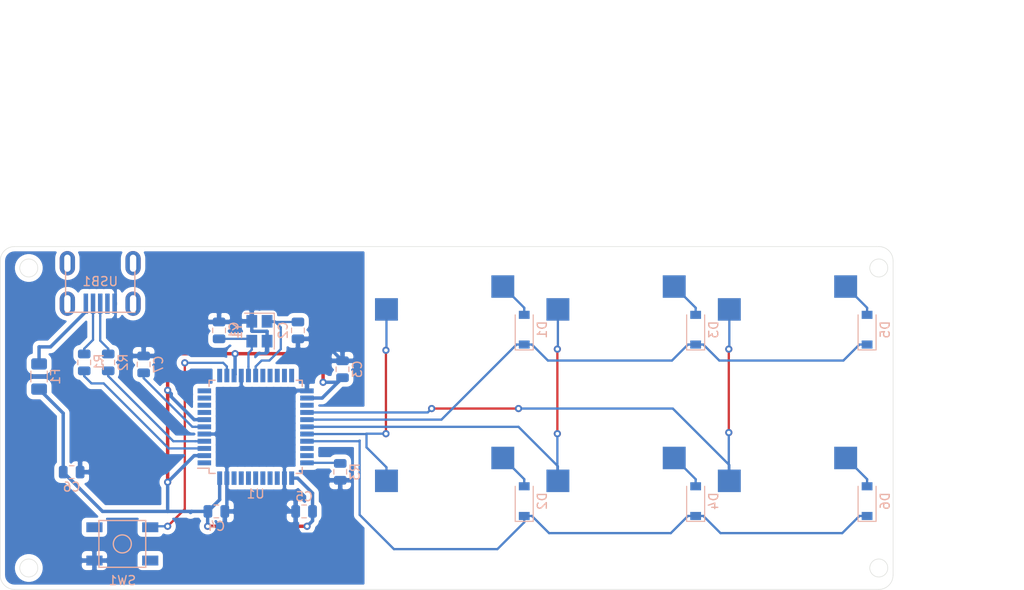
<source format=kicad_pcb>
(kicad_pcb (version 20171130) (host pcbnew "(5.1.4)-1")

  (general
    (thickness 1.6)
    (drawings 15)
    (tracks 237)
    (zones 0)
    (modules 27)
    (nets 47)
  )

  (page A4)
  (layers
    (0 F.Cu signal)
    (31 B.Cu signal)
    (32 B.Adhes user)
    (33 F.Adhes user)
    (34 B.Paste user)
    (35 F.Paste user)
    (36 B.SilkS user)
    (37 F.SilkS user)
    (38 B.Mask user)
    (39 F.Mask user)
    (40 Dwgs.User user)
    (41 Cmts.User user)
    (42 Eco1.User user)
    (43 Eco2.User user)
    (44 Edge.Cuts user)
    (45 Margin user)
    (46 B.CrtYd user)
    (47 F.CrtYd user)
    (48 B.Fab user)
    (49 F.Fab user)
  )

  (setup
    (last_trace_width 0.254)
    (trace_clearance 0.2)
    (zone_clearance 0.508)
    (zone_45_only no)
    (trace_min 0.2)
    (via_size 0.8)
    (via_drill 0.4)
    (via_min_size 0.4)
    (via_min_drill 0.3)
    (uvia_size 0.3)
    (uvia_drill 0.1)
    (uvias_allowed no)
    (uvia_min_size 0.2)
    (uvia_min_drill 0.1)
    (edge_width 0.05)
    (segment_width 0.2)
    (pcb_text_width 0.3)
    (pcb_text_size 1.5 1.5)
    (mod_edge_width 0.12)
    (mod_text_size 1 1)
    (mod_text_width 0.15)
    (pad_size 1.524 1.524)
    (pad_drill 0.762)
    (pad_to_mask_clearance 0.051)
    (solder_mask_min_width 0.25)
    (aux_axis_origin 0 0)
    (visible_elements 7FFFFFFF)
    (pcbplotparams
      (layerselection 0x010f0_ffffffff)
      (usegerberextensions true)
      (usegerberattributes false)
      (usegerberadvancedattributes false)
      (creategerberjobfile false)
      (excludeedgelayer true)
      (linewidth 0.100000)
      (plotframeref false)
      (viasonmask false)
      (mode 1)
      (useauxorigin false)
      (hpglpennumber 1)
      (hpglpenspeed 20)
      (hpglpendiameter 15.000000)
      (psnegative false)
      (psa4output false)
      (plotreference true)
      (plotvalue true)
      (plotinvisibletext false)
      (padsonsilk false)
      (subtractmaskfromsilk true)
      (outputformat 1)
      (mirror false)
      (drillshape 0)
      (scaleselection 1)
      (outputdirectory "Gerbers/"))
  )

  (net 0 "")
  (net 1 GND)
  (net 2 "Net-(C1-Pad1)")
  (net 3 "Net-(C2-Pad1)")
  (net 4 +5V)
  (net 5 "Net-(C7-Pad1)")
  (net 6 "Net-(D1-Pad2)")
  (net 7 ROW0)
  (net 8 "Net-(D2-Pad2)")
  (net 9 ROW1)
  (net 10 "Net-(D3-Pad2)")
  (net 11 "Net-(D4-Pad2)")
  (net 12 "Net-(D5-Pad2)")
  (net 13 "Net-(D6-Pad2)")
  (net 14 VCC)
  (net 15 COL0)
  (net 16 COL1)
  (net 17 COL2)
  (net 18 D-)
  (net 19 "Net-(R1-Pad1)")
  (net 20 D+)
  (net 21 "Net-(R2-Pad1)")
  (net 22 "Net-(R3-Pad2)")
  (net 23 "Net-(SW1-Pad2)")
  (net 24 "Net-(U1-Pad42)")
  (net 25 "Net-(U1-Pad41)")
  (net 26 "Net-(U1-Pad40)")
  (net 27 "Net-(U1-Pad39)")
  (net 28 "Net-(U1-Pad38)")
  (net 29 "Net-(U1-Pad37)")
  (net 30 "Net-(U1-Pad36)")
  (net 31 "Net-(U1-Pad32)")
  (net 32 "Net-(U1-Pad31)")
  (net 33 "Net-(U1-Pad25)")
  (net 34 "Net-(U1-Pad22)")
  (net 35 "Net-(U1-Pad21)")
  (net 36 "Net-(U1-Pad20)")
  (net 37 "Net-(U1-Pad19)")
  (net 38 "Net-(U1-Pad18)")
  (net 39 "Net-(U1-Pad12)")
  (net 40 "Net-(U1-Pad11)")
  (net 41 "Net-(U1-Pad10)")
  (net 42 "Net-(U1-Pad9)")
  (net 43 "Net-(U1-Pad8)")
  (net 44 "Net-(U1-Pad1)")
  (net 45 "Net-(USB1-Pad6)")
  (net 46 "Net-(USB1-Pad2)")

  (net_class Default "This is the default net class."
    (clearance 0.2)
    (trace_width 0.254)
    (via_dia 0.8)
    (via_drill 0.4)
    (uvia_dia 0.3)
    (uvia_drill 0.1)
    (add_net COL0)
    (add_net COL1)
    (add_net COL2)
    (add_net D+)
    (add_net D-)
    (add_net "Net-(C1-Pad1)")
    (add_net "Net-(C2-Pad1)")
    (add_net "Net-(C7-Pad1)")
    (add_net "Net-(D1-Pad2)")
    (add_net "Net-(D2-Pad2)")
    (add_net "Net-(D3-Pad2)")
    (add_net "Net-(D4-Pad2)")
    (add_net "Net-(D5-Pad2)")
    (add_net "Net-(D6-Pad2)")
    (add_net "Net-(R1-Pad1)")
    (add_net "Net-(R2-Pad1)")
    (add_net "Net-(R3-Pad2)")
    (add_net "Net-(SW1-Pad2)")
    (add_net "Net-(U1-Pad1)")
    (add_net "Net-(U1-Pad10)")
    (add_net "Net-(U1-Pad11)")
    (add_net "Net-(U1-Pad12)")
    (add_net "Net-(U1-Pad18)")
    (add_net "Net-(U1-Pad19)")
    (add_net "Net-(U1-Pad20)")
    (add_net "Net-(U1-Pad21)")
    (add_net "Net-(U1-Pad22)")
    (add_net "Net-(U1-Pad25)")
    (add_net "Net-(U1-Pad31)")
    (add_net "Net-(U1-Pad32)")
    (add_net "Net-(U1-Pad36)")
    (add_net "Net-(U1-Pad37)")
    (add_net "Net-(U1-Pad38)")
    (add_net "Net-(U1-Pad39)")
    (add_net "Net-(U1-Pad40)")
    (add_net "Net-(U1-Pad41)")
    (add_net "Net-(U1-Pad42)")
    (add_net "Net-(U1-Pad8)")
    (add_net "Net-(U1-Pad9)")
    (add_net "Net-(USB1-Pad2)")
    (add_net "Net-(USB1-Pad6)")
    (add_net ROW0)
    (add_net ROW1)
  )

  (net_class Power ""
    (clearance 0.2)
    (trace_width 0.381)
    (via_dia 0.8)
    (via_drill 0.4)
    (uvia_dia 0.3)
    (uvia_drill 0.1)
    (add_net +5V)
    (add_net GND)
    (add_net VCC)
  )

  (module Crystal:Crystal_SMD_3225-4Pin_3.2x2.5mm (layer B.Cu) (tedit 5A0FD1B2) (tstamp 646DAC96)
    (at 185.967 111.803 270)
    (descr "SMD Crystal SERIES SMD3225/4 http://www.txccrystal.com/images/pdf/7m-accuracy.pdf, 3.2x2.5mm^2 package")
    (tags "SMD SMT crystal")
    (path /646E6C30)
    (attr smd)
    (fp_text reference Y1 (at 0 2.45 90) (layer B.SilkS)
      (effects (font (size 1 1) (thickness 0.15)) (justify mirror))
    )
    (fp_text value 16MHz (at 0 -2.45 90) (layer B.Fab)
      (effects (font (size 1 1) (thickness 0.15)) (justify mirror))
    )
    (fp_line (start 2.1 1.7) (end -2.1 1.7) (layer B.CrtYd) (width 0.05))
    (fp_line (start 2.1 -1.7) (end 2.1 1.7) (layer B.CrtYd) (width 0.05))
    (fp_line (start -2.1 -1.7) (end 2.1 -1.7) (layer B.CrtYd) (width 0.05))
    (fp_line (start -2.1 1.7) (end -2.1 -1.7) (layer B.CrtYd) (width 0.05))
    (fp_line (start -2 -1.65) (end 2 -1.65) (layer B.SilkS) (width 0.12))
    (fp_line (start -2 1.65) (end -2 -1.65) (layer B.SilkS) (width 0.12))
    (fp_line (start -1.6 -0.25) (end -0.6 -1.25) (layer B.Fab) (width 0.1))
    (fp_line (start 1.6 1.25) (end -1.6 1.25) (layer B.Fab) (width 0.1))
    (fp_line (start 1.6 -1.25) (end 1.6 1.25) (layer B.Fab) (width 0.1))
    (fp_line (start -1.6 -1.25) (end 1.6 -1.25) (layer B.Fab) (width 0.1))
    (fp_line (start -1.6 1.25) (end -1.6 -1.25) (layer B.Fab) (width 0.1))
    (fp_text user %R (at 0 0 90) (layer B.Fab)
      (effects (font (size 0.7 0.7) (thickness 0.105)) (justify mirror))
    )
    (pad 4 smd rect (at -1.1 0.85 270) (size 1.4 1.2) (layers B.Cu B.Paste B.Mask)
      (net 1 GND))
    (pad 3 smd rect (at 1.1 0.85 270) (size 1.4 1.2) (layers B.Cu B.Paste B.Mask)
      (net 2 "Net-(C1-Pad1)"))
    (pad 2 smd rect (at 1.1 -0.85 270) (size 1.4 1.2) (layers B.Cu B.Paste B.Mask)
      (net 1 GND))
    (pad 1 smd rect (at -1.1 -0.85 270) (size 1.4 1.2) (layers B.Cu B.Paste B.Mask)
      (net 3 "Net-(C2-Pad1)"))
    (model ${KISYS3DMOD}/Crystal.3dshapes/Crystal_SMD_3225-4Pin_3.2x2.5mm.wrl
      (at (xyz 0 0 0))
      (scale (xyz 1 1 1))
      (rotate (xyz 0 0 0))
    )
  )

  (module random-keyboard-parts:Molex-0548190589 (layer B.Cu) (tedit 5C494815) (tstamp 646DAC82)
    (at 168.275 104.24375 270)
    (path /646F7B48)
    (attr smd)
    (fp_text reference USB1 (at 2.032 0 180) (layer B.SilkS)
      (effects (font (size 1 1) (thickness 0.15)) (justify mirror))
    )
    (fp_text value Molex-0548190589 (at -5.08 0 180) (layer Dwgs.User)
      (effects (font (size 1 1) (thickness 0.15)))
    )
    (fp_text user %R (at 2 0 180) (layer B.CrtYd)
      (effects (font (size 1 1) (thickness 0.15)) (justify mirror))
    )
    (fp_line (start 3.25 1.25) (end 5.5 1.25) (layer B.CrtYd) (width 0.15))
    (fp_line (start 5.5 0.5) (end 3.25 0.5) (layer B.CrtYd) (width 0.15))
    (fp_line (start 3.25 -0.5) (end 5.5 -0.5) (layer B.CrtYd) (width 0.15))
    (fp_line (start 5.5 -1.25) (end 3.25 -1.25) (layer B.CrtYd) (width 0.15))
    (fp_line (start 3.25 -2) (end 5.5 -2) (layer B.CrtYd) (width 0.15))
    (fp_line (start 3.25 2) (end 3.25 -2) (layer B.CrtYd) (width 0.15))
    (fp_line (start 5.5 2) (end 3.25 2) (layer B.CrtYd) (width 0.15))
    (fp_line (start -3.75 -3.75) (end -3.75 3.75) (layer B.CrtYd) (width 0.15))
    (fp_line (start 5.5 -3.75) (end -3.75 -3.75) (layer B.CrtYd) (width 0.15))
    (fp_line (start 5.5 3.75) (end 5.5 -3.75) (layer B.CrtYd) (width 0.15))
    (fp_line (start -3.75 3.75) (end 5.5 3.75) (layer B.CrtYd) (width 0.15))
    (fp_line (start 0 3.85) (end 5.45 3.85) (layer B.SilkS) (width 0.15))
    (fp_line (start 0 -3.85) (end 5.45 -3.85) (layer B.SilkS) (width 0.15))
    (fp_line (start 5.45 3.85) (end 5.45 -3.85) (layer B.SilkS) (width 0.15))
    (fp_line (start -3.75 3.85) (end 0 3.85) (layer Dwgs.User) (width 0.15))
    (fp_line (start -3.75 -3.85) (end 0 -3.85) (layer Dwgs.User) (width 0.15))
    (fp_line (start -1.75 4.572) (end -1.75 -4.572) (layer Dwgs.User) (width 0.15))
    (fp_line (start -3.75 3.85) (end -3.75 -3.85) (layer Dwgs.User) (width 0.15))
    (pad 6 thru_hole oval (at 0 3.65 270) (size 2.7 1.7) (drill oval 1.9 0.7) (layers *.Cu *.Mask)
      (net 45 "Net-(USB1-Pad6)"))
    (pad 6 thru_hole oval (at 0 -3.65 270) (size 2.7 1.7) (drill oval 1.9 0.7) (layers *.Cu *.Mask)
      (net 45 "Net-(USB1-Pad6)"))
    (pad 6 thru_hole oval (at 4.5 -3.65 270) (size 2.7 1.7) (drill oval 1.9 0.7) (layers *.Cu *.Mask)
      (net 45 "Net-(USB1-Pad6)"))
    (pad 6 thru_hole oval (at 4.5 3.65 270) (size 2.7 1.7) (drill oval 1.9 0.7) (layers *.Cu *.Mask)
      (net 45 "Net-(USB1-Pad6)"))
    (pad 5 smd rect (at 4.5 1.6 270) (size 2.25 0.5) (layers B.Cu B.Paste B.Mask)
      (net 14 VCC))
    (pad 4 smd rect (at 4.5 0.8 270) (size 2.25 0.5) (layers B.Cu B.Paste B.Mask)
      (net 18 D-))
    (pad 3 smd rect (at 4.5 0 270) (size 2.25 0.5) (layers B.Cu B.Paste B.Mask)
      (net 20 D+))
    (pad 2 smd rect (at 4.5 -0.8 270) (size 2.25 0.5) (layers B.Cu B.Paste B.Mask)
      (net 46 "Net-(USB1-Pad2)"))
    (pad 1 smd rect (at 4.5 -1.6 270) (size 2.25 0.5) (layers B.Cu B.Paste B.Mask)
      (net 1 GND))
  )

  (module Package_QFP:TQFP-44_10x10mm_P0.8mm (layer B.Cu) (tedit 5A02F146) (tstamp 646DD2D1)
    (at 185.547 122.428)
    (descr "44-Lead Plastic Thin Quad Flatpack (PT) - 10x10x1.0 mm Body [TQFP] (see Microchip Packaging Specification 00000049BS.pdf)")
    (tags "QFP 0.8")
    (path /646D44CE)
    (attr smd)
    (fp_text reference U1 (at 0 7.45) (layer B.SilkS)
      (effects (font (size 1 1) (thickness 0.15)) (justify mirror))
    )
    (fp_text value ATmega32U4-AU (at 0 -7.45) (layer B.Fab)
      (effects (font (size 1 1) (thickness 0.15)) (justify mirror))
    )
    (fp_line (start -5.175 4.6) (end -6.45 4.6) (layer B.SilkS) (width 0.15))
    (fp_line (start 5.175 5.175) (end 4.5 5.175) (layer B.SilkS) (width 0.15))
    (fp_line (start 5.175 -5.175) (end 4.5 -5.175) (layer B.SilkS) (width 0.15))
    (fp_line (start -5.175 -5.175) (end -4.5 -5.175) (layer B.SilkS) (width 0.15))
    (fp_line (start -5.175 5.175) (end -4.5 5.175) (layer B.SilkS) (width 0.15))
    (fp_line (start -5.175 -5.175) (end -5.175 -4.5) (layer B.SilkS) (width 0.15))
    (fp_line (start 5.175 -5.175) (end 5.175 -4.5) (layer B.SilkS) (width 0.15))
    (fp_line (start 5.175 5.175) (end 5.175 4.5) (layer B.SilkS) (width 0.15))
    (fp_line (start -5.175 5.175) (end -5.175 4.6) (layer B.SilkS) (width 0.15))
    (fp_line (start -6.7 -6.7) (end 6.7 -6.7) (layer B.CrtYd) (width 0.05))
    (fp_line (start -6.7 6.7) (end 6.7 6.7) (layer B.CrtYd) (width 0.05))
    (fp_line (start 6.7 6.7) (end 6.7 -6.7) (layer B.CrtYd) (width 0.05))
    (fp_line (start -6.7 6.7) (end -6.7 -6.7) (layer B.CrtYd) (width 0.05))
    (fp_line (start -5 4) (end -4 5) (layer B.Fab) (width 0.15))
    (fp_line (start -5 -5) (end -5 4) (layer B.Fab) (width 0.15))
    (fp_line (start 5 -5) (end -5 -5) (layer B.Fab) (width 0.15))
    (fp_line (start 5 5) (end 5 -5) (layer B.Fab) (width 0.15))
    (fp_line (start -4 5) (end 5 5) (layer B.Fab) (width 0.15))
    (fp_text user %R (at 0 0) (layer B.Fab)
      (effects (font (size 1 1) (thickness 0.15)) (justify mirror))
    )
    (pad 44 smd rect (at -4 5.7 270) (size 1.5 0.55) (layers B.Cu B.Paste B.Mask)
      (net 4 +5V))
    (pad 43 smd rect (at -3.2 5.7 270) (size 1.5 0.55) (layers B.Cu B.Paste B.Mask)
      (net 1 GND))
    (pad 42 smd rect (at -2.4 5.7 270) (size 1.5 0.55) (layers B.Cu B.Paste B.Mask)
      (net 24 "Net-(U1-Pad42)"))
    (pad 41 smd rect (at -1.6 5.7 270) (size 1.5 0.55) (layers B.Cu B.Paste B.Mask)
      (net 25 "Net-(U1-Pad41)"))
    (pad 40 smd rect (at -0.8 5.7 270) (size 1.5 0.55) (layers B.Cu B.Paste B.Mask)
      (net 26 "Net-(U1-Pad40)"))
    (pad 39 smd rect (at 0 5.7 270) (size 1.5 0.55) (layers B.Cu B.Paste B.Mask)
      (net 27 "Net-(U1-Pad39)"))
    (pad 38 smd rect (at 0.8 5.7 270) (size 1.5 0.55) (layers B.Cu B.Paste B.Mask)
      (net 28 "Net-(U1-Pad38)"))
    (pad 37 smd rect (at 1.6 5.7 270) (size 1.5 0.55) (layers B.Cu B.Paste B.Mask)
      (net 29 "Net-(U1-Pad37)"))
    (pad 36 smd rect (at 2.4 5.7 270) (size 1.5 0.55) (layers B.Cu B.Paste B.Mask)
      (net 30 "Net-(U1-Pad36)"))
    (pad 35 smd rect (at 3.2 5.7 270) (size 1.5 0.55) (layers B.Cu B.Paste B.Mask)
      (net 1 GND))
    (pad 34 smd rect (at 4 5.7 270) (size 1.5 0.55) (layers B.Cu B.Paste B.Mask)
      (net 4 +5V))
    (pad 33 smd rect (at 5.7 4) (size 1.5 0.55) (layers B.Cu B.Paste B.Mask)
      (net 22 "Net-(R3-Pad2)"))
    (pad 32 smd rect (at 5.7 3.2) (size 1.5 0.55) (layers B.Cu B.Paste B.Mask)
      (net 31 "Net-(U1-Pad32)"))
    (pad 31 smd rect (at 5.7 2.4) (size 1.5 0.55) (layers B.Cu B.Paste B.Mask)
      (net 32 "Net-(U1-Pad31)"))
    (pad 30 smd rect (at 5.7 1.6) (size 1.5 0.55) (layers B.Cu B.Paste B.Mask)
      (net 9 ROW1))
    (pad 29 smd rect (at 5.7 0.8) (size 1.5 0.55) (layers B.Cu B.Paste B.Mask)
      (net 15 COL0))
    (pad 28 smd rect (at 5.7 0) (size 1.5 0.55) (layers B.Cu B.Paste B.Mask)
      (net 16 COL1))
    (pad 27 smd rect (at 5.7 -0.8) (size 1.5 0.55) (layers B.Cu B.Paste B.Mask)
      (net 7 ROW0))
    (pad 26 smd rect (at 5.7 -1.6) (size 1.5 0.55) (layers B.Cu B.Paste B.Mask)
      (net 17 COL2))
    (pad 25 smd rect (at 5.7 -2.4) (size 1.5 0.55) (layers B.Cu B.Paste B.Mask)
      (net 33 "Net-(U1-Pad25)"))
    (pad 24 smd rect (at 5.7 -3.2) (size 1.5 0.55) (layers B.Cu B.Paste B.Mask)
      (net 4 +5V))
    (pad 23 smd rect (at 5.7 -4) (size 1.5 0.55) (layers B.Cu B.Paste B.Mask)
      (net 1 GND))
    (pad 22 smd rect (at 4 -5.7 270) (size 1.5 0.55) (layers B.Cu B.Paste B.Mask)
      (net 34 "Net-(U1-Pad22)"))
    (pad 21 smd rect (at 3.2 -5.7 270) (size 1.5 0.55) (layers B.Cu B.Paste B.Mask)
      (net 35 "Net-(U1-Pad21)"))
    (pad 20 smd rect (at 2.4 -5.7 270) (size 1.5 0.55) (layers B.Cu B.Paste B.Mask)
      (net 36 "Net-(U1-Pad20)"))
    (pad 19 smd rect (at 1.6 -5.7 270) (size 1.5 0.55) (layers B.Cu B.Paste B.Mask)
      (net 37 "Net-(U1-Pad19)"))
    (pad 18 smd rect (at 0.8 -5.7 270) (size 1.5 0.55) (layers B.Cu B.Paste B.Mask)
      (net 38 "Net-(U1-Pad18)"))
    (pad 17 smd rect (at 0 -5.7 270) (size 1.5 0.55) (layers B.Cu B.Paste B.Mask)
      (net 3 "Net-(C2-Pad1)"))
    (pad 16 smd rect (at -0.8 -5.7 270) (size 1.5 0.55) (layers B.Cu B.Paste B.Mask)
      (net 2 "Net-(C1-Pad1)"))
    (pad 15 smd rect (at -1.6 -5.7 270) (size 1.5 0.55) (layers B.Cu B.Paste B.Mask)
      (net 1 GND))
    (pad 14 smd rect (at -2.4 -5.7 270) (size 1.5 0.55) (layers B.Cu B.Paste B.Mask)
      (net 4 +5V))
    (pad 13 smd rect (at -3.2 -5.7 270) (size 1.5 0.55) (layers B.Cu B.Paste B.Mask)
      (net 23 "Net-(SW1-Pad2)"))
    (pad 12 smd rect (at -4 -5.7 270) (size 1.5 0.55) (layers B.Cu B.Paste B.Mask)
      (net 39 "Net-(U1-Pad12)"))
    (pad 11 smd rect (at -5.7 -4) (size 1.5 0.55) (layers B.Cu B.Paste B.Mask)
      (net 40 "Net-(U1-Pad11)"))
    (pad 10 smd rect (at -5.7 -3.2) (size 1.5 0.55) (layers B.Cu B.Paste B.Mask)
      (net 41 "Net-(U1-Pad10)"))
    (pad 9 smd rect (at -5.7 -2.4) (size 1.5 0.55) (layers B.Cu B.Paste B.Mask)
      (net 42 "Net-(U1-Pad9)"))
    (pad 8 smd rect (at -5.7 -1.6) (size 1.5 0.55) (layers B.Cu B.Paste B.Mask)
      (net 43 "Net-(U1-Pad8)"))
    (pad 7 smd rect (at -5.7 -0.8) (size 1.5 0.55) (layers B.Cu B.Paste B.Mask)
      (net 4 +5V))
    (pad 6 smd rect (at -5.7 0) (size 1.5 0.55) (layers B.Cu B.Paste B.Mask)
      (net 5 "Net-(C7-Pad1)"))
    (pad 5 smd rect (at -5.7 0.8) (size 1.5 0.55) (layers B.Cu B.Paste B.Mask)
      (net 1 GND))
    (pad 4 smd rect (at -5.7 1.6) (size 1.5 0.55) (layers B.Cu B.Paste B.Mask)
      (net 21 "Net-(R2-Pad1)"))
    (pad 3 smd rect (at -5.7 2.4) (size 1.5 0.55) (layers B.Cu B.Paste B.Mask)
      (net 19 "Net-(R1-Pad1)"))
    (pad 2 smd rect (at -5.7 3.2) (size 1.5 0.55) (layers B.Cu B.Paste B.Mask)
      (net 4 +5V))
    (pad 1 smd rect (at -5.7 4) (size 1.5 0.55) (layers B.Cu B.Paste B.Mask)
      (net 44 "Net-(U1-Pad1)"))
    (model ${KISYS3DMOD}/Package_QFP.3dshapes/TQFP-44_10x10mm_P0.8mm.wrl
      (at (xyz 0 0 0))
      (scale (xyz 1 1 1))
      (rotate (xyz 0 0 0))
    )
  )

  (module random-keyboard-parts:SKQG-1155865 (layer B.Cu) (tedit 5E62B398) (tstamp 646DAC1F)
    (at 170.73125 135.437 180)
    (path /646F1F77)
    (attr smd)
    (fp_text reference SW1 (at 0 -4.064) (layer B.SilkS)
      (effects (font (size 1 1) (thickness 0.15)) (justify mirror))
    )
    (fp_text value SW_Push (at 0 4.064) (layer B.Fab)
      (effects (font (size 1 1) (thickness 0.15)) (justify mirror))
    )
    (fp_line (start -2.6 2.6) (end 2.6 2.6) (layer B.SilkS) (width 0.15))
    (fp_line (start 2.6 2.6) (end 2.6 -2.6) (layer B.SilkS) (width 0.15))
    (fp_line (start 2.6 -2.6) (end -2.6 -2.6) (layer B.SilkS) (width 0.15))
    (fp_line (start -2.6 -2.6) (end -2.6 2.6) (layer B.SilkS) (width 0.15))
    (fp_circle (center 0 0) (end 1 0) (layer B.SilkS) (width 0.15))
    (fp_line (start -4.2 2.6) (end 4.2 2.6) (layer B.Fab) (width 0.15))
    (fp_line (start 4.2 2.6) (end 4.2 1.2) (layer B.Fab) (width 0.15))
    (fp_line (start 4.2 1.1) (end 2.6 1.1) (layer B.Fab) (width 0.15))
    (fp_line (start 2.6 1.1) (end 2.6 -1.1) (layer B.Fab) (width 0.15))
    (fp_line (start 2.6 -1.1) (end 4.2 -1.1) (layer B.Fab) (width 0.15))
    (fp_line (start 4.2 -1.1) (end 4.2 -2.6) (layer B.Fab) (width 0.15))
    (fp_line (start 4.2 -2.6) (end -4.2 -2.6) (layer B.Fab) (width 0.15))
    (fp_line (start -4.2 -2.6) (end -4.2 -1.1) (layer B.Fab) (width 0.15))
    (fp_line (start -4.2 -1.1) (end -2.6 -1.1) (layer B.Fab) (width 0.15))
    (fp_line (start -2.6 -1.1) (end -2.6 1.1) (layer B.Fab) (width 0.15))
    (fp_line (start -2.6 1.1) (end -4.2 1.1) (layer B.Fab) (width 0.15))
    (fp_line (start -4.2 1.1) (end -4.2 2.6) (layer B.Fab) (width 0.15))
    (fp_circle (center 0 0) (end 1 0) (layer B.Fab) (width 0.15))
    (fp_line (start -2.6 1.1) (end -1.1 2.6) (layer B.Fab) (width 0.15))
    (fp_line (start 2.6 1.1) (end 1.1 2.6) (layer B.Fab) (width 0.15))
    (fp_line (start 2.6 -1.1) (end 1.1 -2.6) (layer B.Fab) (width 0.15))
    (fp_line (start -2.6 -1.1) (end -1.1 -2.6) (layer B.Fab) (width 0.15))
    (pad 4 smd rect (at -3.1 -1.85 180) (size 1.8 1.1) (layers B.Cu B.Paste B.Mask))
    (pad 3 smd rect (at 3.1 1.85 180) (size 1.8 1.1) (layers B.Cu B.Paste B.Mask))
    (pad 2 smd rect (at -3.1 1.85 180) (size 1.8 1.1) (layers B.Cu B.Paste B.Mask)
      (net 23 "Net-(SW1-Pad2)"))
    (pad 1 smd rect (at 3.1 -1.85 180) (size 1.8 1.1) (layers B.Cu B.Paste B.Mask)
      (net 1 GND))
    (model ${KISYS3DMOD}/Button_Switch_SMD.3dshapes/SW_SPST_TL3342.step
      (at (xyz 0 0 0))
      (scale (xyz 1 1 1))
      (rotate (xyz 0 0 0))
    )
  )

  (module Resistor_SMD:R_0805_2012Metric (layer B.Cu) (tedit 5B36C52B) (tstamp 646DAC01)
    (at 194.945 127.4295 90)
    (descr "Resistor SMD 0805 (2012 Metric), square (rectangular) end terminal, IPC_7351 nominal, (Body size source: https://docs.google.com/spreadsheets/d/1BsfQQcO9C6DZCsRaXUlFlo91Tg2WpOkGARC1WS5S8t0/edit?usp=sharing), generated with kicad-footprint-generator")
    (tags resistor)
    (path /646DA758)
    (attr smd)
    (fp_text reference R3 (at 0 1.65 90) (layer B.SilkS)
      (effects (font (size 1 1) (thickness 0.15)) (justify mirror))
    )
    (fp_text value 10k (at 0 -1.65 90) (layer B.Fab)
      (effects (font (size 1 1) (thickness 0.15)) (justify mirror))
    )
    (fp_text user %R (at 0 0 90) (layer B.Fab)
      (effects (font (size 0.5 0.5) (thickness 0.08)) (justify mirror))
    )
    (fp_line (start 1.68 -0.95) (end -1.68 -0.95) (layer B.CrtYd) (width 0.05))
    (fp_line (start 1.68 0.95) (end 1.68 -0.95) (layer B.CrtYd) (width 0.05))
    (fp_line (start -1.68 0.95) (end 1.68 0.95) (layer B.CrtYd) (width 0.05))
    (fp_line (start -1.68 -0.95) (end -1.68 0.95) (layer B.CrtYd) (width 0.05))
    (fp_line (start -0.258578 -0.71) (end 0.258578 -0.71) (layer B.SilkS) (width 0.12))
    (fp_line (start -0.258578 0.71) (end 0.258578 0.71) (layer B.SilkS) (width 0.12))
    (fp_line (start 1 -0.6) (end -1 -0.6) (layer B.Fab) (width 0.1))
    (fp_line (start 1 0.6) (end 1 -0.6) (layer B.Fab) (width 0.1))
    (fp_line (start -1 0.6) (end 1 0.6) (layer B.Fab) (width 0.1))
    (fp_line (start -1 -0.6) (end -1 0.6) (layer B.Fab) (width 0.1))
    (pad 2 smd roundrect (at 0.9375 0 90) (size 0.975 1.4) (layers B.Cu B.Paste B.Mask) (roundrect_rratio 0.25)
      (net 22 "Net-(R3-Pad2)"))
    (pad 1 smd roundrect (at -0.9375 0 90) (size 0.975 1.4) (layers B.Cu B.Paste B.Mask) (roundrect_rratio 0.25)
      (net 1 GND))
    (model ${KISYS3DMOD}/Resistor_SMD.3dshapes/R_0805_2012Metric.wrl
      (at (xyz 0 0 0))
      (scale (xyz 1 1 1))
      (rotate (xyz 0 0 0))
    )
  )

  (module Resistor_SMD:R_0805_2012Metric (layer B.Cu) (tedit 5B36C52B) (tstamp 646DABF0)
    (at 169.164 115.2675 90)
    (descr "Resistor SMD 0805 (2012 Metric), square (rectangular) end terminal, IPC_7351 nominal, (Body size source: https://docs.google.com/spreadsheets/d/1BsfQQcO9C6DZCsRaXUlFlo91Tg2WpOkGARC1WS5S8t0/edit?usp=sharing), generated with kicad-footprint-generator")
    (tags resistor)
    (path /646DC550)
    (attr smd)
    (fp_text reference R2 (at 0 1.65 90) (layer B.SilkS)
      (effects (font (size 1 1) (thickness 0.15)) (justify mirror))
    )
    (fp_text value 22 (at 0 -1.65 90) (layer B.Fab)
      (effects (font (size 1 1) (thickness 0.15)) (justify mirror))
    )
    (fp_text user %R (at 0 0 90) (layer B.Fab)
      (effects (font (size 0.5 0.5) (thickness 0.08)) (justify mirror))
    )
    (fp_line (start 1.68 -0.95) (end -1.68 -0.95) (layer B.CrtYd) (width 0.05))
    (fp_line (start 1.68 0.95) (end 1.68 -0.95) (layer B.CrtYd) (width 0.05))
    (fp_line (start -1.68 0.95) (end 1.68 0.95) (layer B.CrtYd) (width 0.05))
    (fp_line (start -1.68 -0.95) (end -1.68 0.95) (layer B.CrtYd) (width 0.05))
    (fp_line (start -0.258578 -0.71) (end 0.258578 -0.71) (layer B.SilkS) (width 0.12))
    (fp_line (start -0.258578 0.71) (end 0.258578 0.71) (layer B.SilkS) (width 0.12))
    (fp_line (start 1 -0.6) (end -1 -0.6) (layer B.Fab) (width 0.1))
    (fp_line (start 1 0.6) (end 1 -0.6) (layer B.Fab) (width 0.1))
    (fp_line (start -1 0.6) (end 1 0.6) (layer B.Fab) (width 0.1))
    (fp_line (start -1 -0.6) (end -1 0.6) (layer B.Fab) (width 0.1))
    (pad 2 smd roundrect (at 0.9375 0 90) (size 0.975 1.4) (layers B.Cu B.Paste B.Mask) (roundrect_rratio 0.25)
      (net 20 D+))
    (pad 1 smd roundrect (at -0.9375 0 90) (size 0.975 1.4) (layers B.Cu B.Paste B.Mask) (roundrect_rratio 0.25)
      (net 21 "Net-(R2-Pad1)"))
    (model ${KISYS3DMOD}/Resistor_SMD.3dshapes/R_0805_2012Metric.wrl
      (at (xyz 0 0 0))
      (scale (xyz 1 1 1))
      (rotate (xyz 0 0 0))
    )
  )

  (module Resistor_SMD:R_0805_2012Metric (layer B.Cu) (tedit 5B36C52B) (tstamp 646DABDF)
    (at 166.497 115.2675 90)
    (descr "Resistor SMD 0805 (2012 Metric), square (rectangular) end terminal, IPC_7351 nominal, (Body size source: https://docs.google.com/spreadsheets/d/1BsfQQcO9C6DZCsRaXUlFlo91Tg2WpOkGARC1WS5S8t0/edit?usp=sharing), generated with kicad-footprint-generator")
    (tags resistor)
    (path /646DD3F5)
    (attr smd)
    (fp_text reference R1 (at 0 1.65 90) (layer B.SilkS)
      (effects (font (size 1 1) (thickness 0.15)) (justify mirror))
    )
    (fp_text value 22 (at 0 -1.65 90) (layer B.Fab)
      (effects (font (size 1 1) (thickness 0.15)) (justify mirror))
    )
    (fp_text user %R (at 0 0 90) (layer B.Fab)
      (effects (font (size 0.5 0.5) (thickness 0.08)) (justify mirror))
    )
    (fp_line (start 1.68 -0.95) (end -1.68 -0.95) (layer B.CrtYd) (width 0.05))
    (fp_line (start 1.68 0.95) (end 1.68 -0.95) (layer B.CrtYd) (width 0.05))
    (fp_line (start -1.68 0.95) (end 1.68 0.95) (layer B.CrtYd) (width 0.05))
    (fp_line (start -1.68 -0.95) (end -1.68 0.95) (layer B.CrtYd) (width 0.05))
    (fp_line (start -0.258578 -0.71) (end 0.258578 -0.71) (layer B.SilkS) (width 0.12))
    (fp_line (start -0.258578 0.71) (end 0.258578 0.71) (layer B.SilkS) (width 0.12))
    (fp_line (start 1 -0.6) (end -1 -0.6) (layer B.Fab) (width 0.1))
    (fp_line (start 1 0.6) (end 1 -0.6) (layer B.Fab) (width 0.1))
    (fp_line (start -1 0.6) (end 1 0.6) (layer B.Fab) (width 0.1))
    (fp_line (start -1 -0.6) (end -1 0.6) (layer B.Fab) (width 0.1))
    (pad 2 smd roundrect (at 0.9375 0 90) (size 0.975 1.4) (layers B.Cu B.Paste B.Mask) (roundrect_rratio 0.25)
      (net 18 D-))
    (pad 1 smd roundrect (at -0.9375 0 90) (size 0.975 1.4) (layers B.Cu B.Paste B.Mask) (roundrect_rratio 0.25)
      (net 19 "Net-(R1-Pad1)"))
    (model ${KISYS3DMOD}/Resistor_SMD.3dshapes/R_0805_2012Metric.wrl
      (at (xyz 0 0 0))
      (scale (xyz 1 1 1))
      (rotate (xyz 0 0 0))
    )
  )

  (module MX_Only:MXOnly-1U-Hotswap (layer F.Cu) (tedit 60F271EF) (tstamp 646DC11C)
    (at 245.26875 130.96875)
    (path /6470AC44)
    (attr smd)
    (fp_text reference MX6 (at 0 3.175) (layer B.Fab)
      (effects (font (size 1 1) (thickness 0.15)) (justify mirror))
    )
    (fp_text value MX-NoLED (at 0 -7.9375) (layer Dwgs.User)
      (effects (font (size 1 1) (thickness 0.15)))
    )
    (fp_line (start -0.4 -2.6) (end 5.3 -2.6) (layer B.CrtYd) (width 0.127))
    (fp_line (start -6.5 -0.6) (end -2.4 -0.6) (layer B.CrtYd) (width 0.127))
    (fp_line (start -6.5 -4.5) (end -6.5 -0.6) (layer B.CrtYd) (width 0.127))
    (fp_line (start 5.3 -7) (end -4 -7) (layer B.CrtYd) (width 0.127))
    (fp_line (start 5.3 -7) (end 5.3 -2.6) (layer B.CrtYd) (width 0.127))
    (fp_arc (start -0.4 -0.6) (end -2.4 -0.6) (angle 90) (layer B.CrtYd) (width 0.127))
    (fp_arc (start -4 -4.5) (end -6.5 -4.5) (angle 90) (layer B.CrtYd) (width 0.127))
    (fp_line (start -5.842 -1.27) (end -5.842 -3.81) (layer B.CrtYd) (width 0.15))
    (fp_line (start -8.382 -1.27) (end -5.842 -1.27) (layer B.CrtYd) (width 0.15))
    (fp_line (start -8.382 -3.81) (end -8.382 -1.27) (layer B.CrtYd) (width 0.15))
    (fp_line (start -5.842 -3.81) (end -8.382 -3.81) (layer B.CrtYd) (width 0.15))
    (fp_line (start 4.572 -3.81) (end 4.572 -6.35) (layer B.CrtYd) (width 0.15))
    (fp_line (start 7.112 -3.81) (end 4.572 -3.81) (layer B.CrtYd) (width 0.15))
    (fp_line (start 7.112 -6.35) (end 7.112 -3.81) (layer B.CrtYd) (width 0.15))
    (fp_line (start 4.572 -6.35) (end 7.112 -6.35) (layer B.CrtYd) (width 0.15))
    (fp_circle (center -3.81 -2.54) (end -3.81 -4.064) (layer B.CrtYd) (width 0.15))
    (fp_circle (center 2.54 -5.08) (end 2.54 -6.604) (layer B.CrtYd) (width 0.15))
    (fp_line (start -9.525 9.525) (end -9.525 -9.525) (layer Dwgs.User) (width 0.15))
    (fp_line (start 9.525 9.525) (end -9.525 9.525) (layer Dwgs.User) (width 0.15))
    (fp_line (start 9.525 -9.525) (end 9.525 9.525) (layer Dwgs.User) (width 0.15))
    (fp_line (start -9.525 -9.525) (end 9.525 -9.525) (layer Dwgs.User) (width 0.15))
    (fp_line (start -7 -7) (end -7 -5) (layer Dwgs.User) (width 0.15))
    (fp_line (start -5 -7) (end -7 -7) (layer Dwgs.User) (width 0.15))
    (fp_line (start -7 7) (end -5 7) (layer Dwgs.User) (width 0.15))
    (fp_line (start -7 5) (end -7 7) (layer Dwgs.User) (width 0.15))
    (fp_line (start 7 7) (end 7 5) (layer Dwgs.User) (width 0.15))
    (fp_line (start 5 7) (end 7 7) (layer Dwgs.User) (width 0.15))
    (fp_line (start 7 -7) (end 7 -5) (layer Dwgs.User) (width 0.15))
    (fp_line (start 5 -7) (end 7 -7) (layer Dwgs.User) (width 0.15))
    (pad 2 smd rect (at 5.842 -5.08) (size 2.55 2.5) (layers B.Cu B.Paste B.Mask)
      (net 13 "Net-(D6-Pad2)"))
    (pad 1 smd rect (at -7.085 -2.54) (size 2.55 2.5) (layers B.Cu B.Paste B.Mask)
      (net 17 COL2))
    (pad "" np_thru_hole circle (at 5.08 0 48.0996) (size 1.75 1.75) (drill 1.75) (layers *.Cu *.Mask))
    (pad "" np_thru_hole circle (at -5.08 0 48.0996) (size 1.75 1.75) (drill 1.75) (layers *.Cu *.Mask))
    (pad "" np_thru_hole circle (at -3.81 -2.54) (size 3 3) (drill 3) (layers *.Cu *.Mask))
    (pad "" np_thru_hole circle (at 0 0) (size 3.9878 3.9878) (drill 3.9878) (layers *.Cu *.Mask))
    (pad "" np_thru_hole circle (at 2.54 -5.08) (size 3 3) (drill 3) (layers *.Cu *.Mask))
    (model ${KILIB}/MX_Alps_Hybrid.pretty/MX_Only.pretty/3d_shapes/CPG151101S11.wrl
      (offset (xyz 0 0 -1.4868))
      (scale (xyz 0.393701 0.3937 0.393701))
      (rotate (xyz 0 0 0))
    )
  )

  (module MX_Only:MXOnly-1U-Hotswap (layer F.Cu) (tedit 60F271EF) (tstamp 646DB370)
    (at 245.26875 111.91875)
    (path /6470A559)
    (attr smd)
    (fp_text reference MX5 (at 0 3.175) (layer B.Fab)
      (effects (font (size 1 1) (thickness 0.15)) (justify mirror))
    )
    (fp_text value MX-NoLED (at 0 -7.9375) (layer Dwgs.User)
      (effects (font (size 1 1) (thickness 0.15)))
    )
    (fp_line (start -0.4 -2.6) (end 5.3 -2.6) (layer B.CrtYd) (width 0.127))
    (fp_line (start -6.5 -0.6) (end -2.4 -0.6) (layer B.CrtYd) (width 0.127))
    (fp_line (start -6.5 -4.5) (end -6.5 -0.6) (layer B.CrtYd) (width 0.127))
    (fp_line (start 5.3 -7) (end -4 -7) (layer B.CrtYd) (width 0.127))
    (fp_line (start 5.3 -7) (end 5.3 -2.6) (layer B.CrtYd) (width 0.127))
    (fp_arc (start -0.4 -0.6) (end -2.4 -0.6) (angle 90) (layer B.CrtYd) (width 0.127))
    (fp_arc (start -4 -4.5) (end -6.5 -4.5) (angle 90) (layer B.CrtYd) (width 0.127))
    (fp_line (start -5.842 -1.27) (end -5.842 -3.81) (layer B.CrtYd) (width 0.15))
    (fp_line (start -8.382 -1.27) (end -5.842 -1.27) (layer B.CrtYd) (width 0.15))
    (fp_line (start -8.382 -3.81) (end -8.382 -1.27) (layer B.CrtYd) (width 0.15))
    (fp_line (start -5.842 -3.81) (end -8.382 -3.81) (layer B.CrtYd) (width 0.15))
    (fp_line (start 4.572 -3.81) (end 4.572 -6.35) (layer B.CrtYd) (width 0.15))
    (fp_line (start 7.112 -3.81) (end 4.572 -3.81) (layer B.CrtYd) (width 0.15))
    (fp_line (start 7.112 -6.35) (end 7.112 -3.81) (layer B.CrtYd) (width 0.15))
    (fp_line (start 4.572 -6.35) (end 7.112 -6.35) (layer B.CrtYd) (width 0.15))
    (fp_circle (center -3.81 -2.54) (end -3.81 -4.064) (layer B.CrtYd) (width 0.15))
    (fp_circle (center 2.54 -5.08) (end 2.54 -6.604) (layer B.CrtYd) (width 0.15))
    (fp_line (start -9.525 9.525) (end -9.525 -9.525) (layer Dwgs.User) (width 0.15))
    (fp_line (start 9.525 9.525) (end -9.525 9.525) (layer Dwgs.User) (width 0.15))
    (fp_line (start 9.525 -9.525) (end 9.525 9.525) (layer Dwgs.User) (width 0.15))
    (fp_line (start -9.525 -9.525) (end 9.525 -9.525) (layer Dwgs.User) (width 0.15))
    (fp_line (start -7 -7) (end -7 -5) (layer Dwgs.User) (width 0.15))
    (fp_line (start -5 -7) (end -7 -7) (layer Dwgs.User) (width 0.15))
    (fp_line (start -7 7) (end -5 7) (layer Dwgs.User) (width 0.15))
    (fp_line (start -7 5) (end -7 7) (layer Dwgs.User) (width 0.15))
    (fp_line (start 7 7) (end 7 5) (layer Dwgs.User) (width 0.15))
    (fp_line (start 5 7) (end 7 7) (layer Dwgs.User) (width 0.15))
    (fp_line (start 7 -7) (end 7 -5) (layer Dwgs.User) (width 0.15))
    (fp_line (start 5 -7) (end 7 -7) (layer Dwgs.User) (width 0.15))
    (pad 2 smd rect (at 5.842 -5.08) (size 2.55 2.5) (layers B.Cu B.Paste B.Mask)
      (net 12 "Net-(D5-Pad2)"))
    (pad 1 smd rect (at -7.085 -2.54) (size 2.55 2.5) (layers B.Cu B.Paste B.Mask)
      (net 17 COL2))
    (pad "" np_thru_hole circle (at 5.08 0 48.0996) (size 1.75 1.75) (drill 1.75) (layers *.Cu *.Mask))
    (pad "" np_thru_hole circle (at -5.08 0 48.0996) (size 1.75 1.75) (drill 1.75) (layers *.Cu *.Mask))
    (pad "" np_thru_hole circle (at -3.81 -2.54) (size 3 3) (drill 3) (layers *.Cu *.Mask))
    (pad "" np_thru_hole circle (at 0 0) (size 3.9878 3.9878) (drill 3.9878) (layers *.Cu *.Mask))
    (pad "" np_thru_hole circle (at 2.54 -5.08) (size 3 3) (drill 3) (layers *.Cu *.Mask))
    (model ${KILIB}/MX_Alps_Hybrid.pretty/MX_Only.pretty/3d_shapes/CPG151101S11.wrl
      (offset (xyz 0 0 -1.4868))
      (scale (xyz 0.393701 0.3937 0.393701))
      (rotate (xyz 0 0 0))
    )
  )

  (module MX_Only:MXOnly-1U-Hotswap (layer F.Cu) (tedit 60F271EF) (tstamp 646DAB7E)
    (at 226.21875 130.96875)
    (path /64709B8A)
    (attr smd)
    (fp_text reference MX4 (at 0 3.175) (layer B.Fab)
      (effects (font (size 1 1) (thickness 0.15)) (justify mirror))
    )
    (fp_text value MX-NoLED (at 0 -7.9375) (layer Dwgs.User)
      (effects (font (size 1 1) (thickness 0.15)))
    )
    (fp_line (start -0.4 -2.6) (end 5.3 -2.6) (layer B.CrtYd) (width 0.127))
    (fp_line (start -6.5 -0.6) (end -2.4 -0.6) (layer B.CrtYd) (width 0.127))
    (fp_line (start -6.5 -4.5) (end -6.5 -0.6) (layer B.CrtYd) (width 0.127))
    (fp_line (start 5.3 -7) (end -4 -7) (layer B.CrtYd) (width 0.127))
    (fp_line (start 5.3 -7) (end 5.3 -2.6) (layer B.CrtYd) (width 0.127))
    (fp_arc (start -0.4 -0.6) (end -2.4 -0.6) (angle 90) (layer B.CrtYd) (width 0.127))
    (fp_arc (start -4 -4.5) (end -6.5 -4.5) (angle 90) (layer B.CrtYd) (width 0.127))
    (fp_line (start -5.842 -1.27) (end -5.842 -3.81) (layer B.CrtYd) (width 0.15))
    (fp_line (start -8.382 -1.27) (end -5.842 -1.27) (layer B.CrtYd) (width 0.15))
    (fp_line (start -8.382 -3.81) (end -8.382 -1.27) (layer B.CrtYd) (width 0.15))
    (fp_line (start -5.842 -3.81) (end -8.382 -3.81) (layer B.CrtYd) (width 0.15))
    (fp_line (start 4.572 -3.81) (end 4.572 -6.35) (layer B.CrtYd) (width 0.15))
    (fp_line (start 7.112 -3.81) (end 4.572 -3.81) (layer B.CrtYd) (width 0.15))
    (fp_line (start 7.112 -6.35) (end 7.112 -3.81) (layer B.CrtYd) (width 0.15))
    (fp_line (start 4.572 -6.35) (end 7.112 -6.35) (layer B.CrtYd) (width 0.15))
    (fp_circle (center -3.81 -2.54) (end -3.81 -4.064) (layer B.CrtYd) (width 0.15))
    (fp_circle (center 2.54 -5.08) (end 2.54 -6.604) (layer B.CrtYd) (width 0.15))
    (fp_line (start -9.525 9.525) (end -9.525 -9.525) (layer Dwgs.User) (width 0.15))
    (fp_line (start 9.525 9.525) (end -9.525 9.525) (layer Dwgs.User) (width 0.15))
    (fp_line (start 9.525 -9.525) (end 9.525 9.525) (layer Dwgs.User) (width 0.15))
    (fp_line (start -9.525 -9.525) (end 9.525 -9.525) (layer Dwgs.User) (width 0.15))
    (fp_line (start -7 -7) (end -7 -5) (layer Dwgs.User) (width 0.15))
    (fp_line (start -5 -7) (end -7 -7) (layer Dwgs.User) (width 0.15))
    (fp_line (start -7 7) (end -5 7) (layer Dwgs.User) (width 0.15))
    (fp_line (start -7 5) (end -7 7) (layer Dwgs.User) (width 0.15))
    (fp_line (start 7 7) (end 7 5) (layer Dwgs.User) (width 0.15))
    (fp_line (start 5 7) (end 7 7) (layer Dwgs.User) (width 0.15))
    (fp_line (start 7 -7) (end 7 -5) (layer Dwgs.User) (width 0.15))
    (fp_line (start 5 -7) (end 7 -7) (layer Dwgs.User) (width 0.15))
    (pad 2 smd rect (at 5.842 -5.08) (size 2.55 2.5) (layers B.Cu B.Paste B.Mask)
      (net 11 "Net-(D4-Pad2)"))
    (pad 1 smd rect (at -7.085 -2.54) (size 2.55 2.5) (layers B.Cu B.Paste B.Mask)
      (net 16 COL1))
    (pad "" np_thru_hole circle (at 5.08 0 48.0996) (size 1.75 1.75) (drill 1.75) (layers *.Cu *.Mask))
    (pad "" np_thru_hole circle (at -5.08 0 48.0996) (size 1.75 1.75) (drill 1.75) (layers *.Cu *.Mask))
    (pad "" np_thru_hole circle (at -3.81 -2.54) (size 3 3) (drill 3) (layers *.Cu *.Mask))
    (pad "" np_thru_hole circle (at 0 0) (size 3.9878 3.9878) (drill 3.9878) (layers *.Cu *.Mask))
    (pad "" np_thru_hole circle (at 2.54 -5.08) (size 3 3) (drill 3) (layers *.Cu *.Mask))
    (model ${KILIB}/MX_Alps_Hybrid.pretty/MX_Only.pretty/3d_shapes/CPG151101S11.wrl
      (offset (xyz 0 0 -1.4868))
      (scale (xyz 0.393701 0.3937 0.393701))
      (rotate (xyz 0 0 0))
    )
  )

  (module MX_Only:MXOnly-1U-Hotswap (layer F.Cu) (tedit 60F271EF) (tstamp 646DAB56)
    (at 226.21875 111.91875)
    (path /64709440)
    (attr smd)
    (fp_text reference MX3 (at 0 3.175) (layer B.Fab)
      (effects (font (size 1 1) (thickness 0.15)) (justify mirror))
    )
    (fp_text value MX-NoLED (at 0 -7.9375) (layer Dwgs.User)
      (effects (font (size 1 1) (thickness 0.15)))
    )
    (fp_line (start -0.4 -2.6) (end 5.3 -2.6) (layer B.CrtYd) (width 0.127))
    (fp_line (start -6.5 -0.6) (end -2.4 -0.6) (layer B.CrtYd) (width 0.127))
    (fp_line (start -6.5 -4.5) (end -6.5 -0.6) (layer B.CrtYd) (width 0.127))
    (fp_line (start 5.3 -7) (end -4 -7) (layer B.CrtYd) (width 0.127))
    (fp_line (start 5.3 -7) (end 5.3 -2.6) (layer B.CrtYd) (width 0.127))
    (fp_arc (start -0.4 -0.6) (end -2.4 -0.6) (angle 90) (layer B.CrtYd) (width 0.127))
    (fp_arc (start -4 -4.5) (end -6.5 -4.5) (angle 90) (layer B.CrtYd) (width 0.127))
    (fp_line (start -5.842 -1.27) (end -5.842 -3.81) (layer B.CrtYd) (width 0.15))
    (fp_line (start -8.382 -1.27) (end -5.842 -1.27) (layer B.CrtYd) (width 0.15))
    (fp_line (start -8.382 -3.81) (end -8.382 -1.27) (layer B.CrtYd) (width 0.15))
    (fp_line (start -5.842 -3.81) (end -8.382 -3.81) (layer B.CrtYd) (width 0.15))
    (fp_line (start 4.572 -3.81) (end 4.572 -6.35) (layer B.CrtYd) (width 0.15))
    (fp_line (start 7.112 -3.81) (end 4.572 -3.81) (layer B.CrtYd) (width 0.15))
    (fp_line (start 7.112 -6.35) (end 7.112 -3.81) (layer B.CrtYd) (width 0.15))
    (fp_line (start 4.572 -6.35) (end 7.112 -6.35) (layer B.CrtYd) (width 0.15))
    (fp_circle (center -3.81 -2.54) (end -3.81 -4.064) (layer B.CrtYd) (width 0.15))
    (fp_circle (center 2.54 -5.08) (end 2.54 -6.604) (layer B.CrtYd) (width 0.15))
    (fp_line (start -9.525 9.525) (end -9.525 -9.525) (layer Dwgs.User) (width 0.15))
    (fp_line (start 9.525 9.525) (end -9.525 9.525) (layer Dwgs.User) (width 0.15))
    (fp_line (start 9.525 -9.525) (end 9.525 9.525) (layer Dwgs.User) (width 0.15))
    (fp_line (start -9.525 -9.525) (end 9.525 -9.525) (layer Dwgs.User) (width 0.15))
    (fp_line (start -7 -7) (end -7 -5) (layer Dwgs.User) (width 0.15))
    (fp_line (start -5 -7) (end -7 -7) (layer Dwgs.User) (width 0.15))
    (fp_line (start -7 7) (end -5 7) (layer Dwgs.User) (width 0.15))
    (fp_line (start -7 5) (end -7 7) (layer Dwgs.User) (width 0.15))
    (fp_line (start 7 7) (end 7 5) (layer Dwgs.User) (width 0.15))
    (fp_line (start 5 7) (end 7 7) (layer Dwgs.User) (width 0.15))
    (fp_line (start 7 -7) (end 7 -5) (layer Dwgs.User) (width 0.15))
    (fp_line (start 5 -7) (end 7 -7) (layer Dwgs.User) (width 0.15))
    (pad 2 smd rect (at 5.842 -5.08) (size 2.55 2.5) (layers B.Cu B.Paste B.Mask)
      (net 10 "Net-(D3-Pad2)"))
    (pad 1 smd rect (at -7.085 -2.54) (size 2.55 2.5) (layers B.Cu B.Paste B.Mask)
      (net 16 COL1))
    (pad "" np_thru_hole circle (at 5.08 0 48.0996) (size 1.75 1.75) (drill 1.75) (layers *.Cu *.Mask))
    (pad "" np_thru_hole circle (at -5.08 0 48.0996) (size 1.75 1.75) (drill 1.75) (layers *.Cu *.Mask))
    (pad "" np_thru_hole circle (at -3.81 -2.54) (size 3 3) (drill 3) (layers *.Cu *.Mask))
    (pad "" np_thru_hole circle (at 0 0) (size 3.9878 3.9878) (drill 3.9878) (layers *.Cu *.Mask))
    (pad "" np_thru_hole circle (at 2.54 -5.08) (size 3 3) (drill 3) (layers *.Cu *.Mask))
    (model ${KILIB}/MX_Alps_Hybrid.pretty/MX_Only.pretty/3d_shapes/CPG151101S11.wrl
      (offset (xyz 0 0 -1.4868))
      (scale (xyz 0.393701 0.3937 0.393701))
      (rotate (xyz 0 0 0))
    )
  )

  (module MX_Only:MXOnly-1U-Hotswap (layer F.Cu) (tedit 60F271EF) (tstamp 646DAB2E)
    (at 207.16875 130.96875)
    (path /64708931)
    (attr smd)
    (fp_text reference MX2 (at 0 3.175) (layer B.Fab)
      (effects (font (size 1 1) (thickness 0.15)) (justify mirror))
    )
    (fp_text value MX-NoLED (at 0 -7.9375) (layer Dwgs.User)
      (effects (font (size 1 1) (thickness 0.15)))
    )
    (fp_line (start -0.4 -2.6) (end 5.3 -2.6) (layer B.CrtYd) (width 0.127))
    (fp_line (start -6.5 -0.6) (end -2.4 -0.6) (layer B.CrtYd) (width 0.127))
    (fp_line (start -6.5 -4.5) (end -6.5 -0.6) (layer B.CrtYd) (width 0.127))
    (fp_line (start 5.3 -7) (end -4 -7) (layer B.CrtYd) (width 0.127))
    (fp_line (start 5.3 -7) (end 5.3 -2.6) (layer B.CrtYd) (width 0.127))
    (fp_arc (start -0.4 -0.6) (end -2.4 -0.6) (angle 90) (layer B.CrtYd) (width 0.127))
    (fp_arc (start -4 -4.5) (end -6.5 -4.5) (angle 90) (layer B.CrtYd) (width 0.127))
    (fp_line (start -5.842 -1.27) (end -5.842 -3.81) (layer B.CrtYd) (width 0.15))
    (fp_line (start -8.382 -1.27) (end -5.842 -1.27) (layer B.CrtYd) (width 0.15))
    (fp_line (start -8.382 -3.81) (end -8.382 -1.27) (layer B.CrtYd) (width 0.15))
    (fp_line (start -5.842 -3.81) (end -8.382 -3.81) (layer B.CrtYd) (width 0.15))
    (fp_line (start 4.572 -3.81) (end 4.572 -6.35) (layer B.CrtYd) (width 0.15))
    (fp_line (start 7.112 -3.81) (end 4.572 -3.81) (layer B.CrtYd) (width 0.15))
    (fp_line (start 7.112 -6.35) (end 7.112 -3.81) (layer B.CrtYd) (width 0.15))
    (fp_line (start 4.572 -6.35) (end 7.112 -6.35) (layer B.CrtYd) (width 0.15))
    (fp_circle (center -3.81 -2.54) (end -3.81 -4.064) (layer B.CrtYd) (width 0.15))
    (fp_circle (center 2.54 -5.08) (end 2.54 -6.604) (layer B.CrtYd) (width 0.15))
    (fp_line (start -9.525 9.525) (end -9.525 -9.525) (layer Dwgs.User) (width 0.15))
    (fp_line (start 9.525 9.525) (end -9.525 9.525) (layer Dwgs.User) (width 0.15))
    (fp_line (start 9.525 -9.525) (end 9.525 9.525) (layer Dwgs.User) (width 0.15))
    (fp_line (start -9.525 -9.525) (end 9.525 -9.525) (layer Dwgs.User) (width 0.15))
    (fp_line (start -7 -7) (end -7 -5) (layer Dwgs.User) (width 0.15))
    (fp_line (start -5 -7) (end -7 -7) (layer Dwgs.User) (width 0.15))
    (fp_line (start -7 7) (end -5 7) (layer Dwgs.User) (width 0.15))
    (fp_line (start -7 5) (end -7 7) (layer Dwgs.User) (width 0.15))
    (fp_line (start 7 7) (end 7 5) (layer Dwgs.User) (width 0.15))
    (fp_line (start 5 7) (end 7 7) (layer Dwgs.User) (width 0.15))
    (fp_line (start 7 -7) (end 7 -5) (layer Dwgs.User) (width 0.15))
    (fp_line (start 5 -7) (end 7 -7) (layer Dwgs.User) (width 0.15))
    (pad 2 smd rect (at 5.842 -5.08) (size 2.55 2.5) (layers B.Cu B.Paste B.Mask)
      (net 8 "Net-(D2-Pad2)"))
    (pad 1 smd rect (at -7.085 -2.54) (size 2.55 2.5) (layers B.Cu B.Paste B.Mask)
      (net 15 COL0))
    (pad "" np_thru_hole circle (at 5.08 0 48.0996) (size 1.75 1.75) (drill 1.75) (layers *.Cu *.Mask))
    (pad "" np_thru_hole circle (at -5.08 0 48.0996) (size 1.75 1.75) (drill 1.75) (layers *.Cu *.Mask))
    (pad "" np_thru_hole circle (at -3.81 -2.54) (size 3 3) (drill 3) (layers *.Cu *.Mask))
    (pad "" np_thru_hole circle (at 0 0) (size 3.9878 3.9878) (drill 3.9878) (layers *.Cu *.Mask))
    (pad "" np_thru_hole circle (at 2.54 -5.08) (size 3 3) (drill 3) (layers *.Cu *.Mask))
    (model ${KILIB}/MX_Alps_Hybrid.pretty/MX_Only.pretty/3d_shapes/CPG151101S11.wrl
      (offset (xyz 0 0 -1.4868))
      (scale (xyz 0.393701 0.3937 0.393701))
      (rotate (xyz 0 0 0))
    )
  )

  (module MX_Only:MXOnly-1U-Hotswap (layer F.Cu) (tedit 60F271EF) (tstamp 646DB283)
    (at 207.16875 111.91875)
    (path /64704DD4)
    (attr smd)
    (fp_text reference MX1 (at 0 3.175) (layer B.Fab)
      (effects (font (size 1 1) (thickness 0.15)) (justify mirror))
    )
    (fp_text value MX-NoLED (at 0 -7.9375) (layer Dwgs.User)
      (effects (font (size 1 1) (thickness 0.15)))
    )
    (fp_line (start -0.4 -2.6) (end 5.3 -2.6) (layer B.CrtYd) (width 0.127))
    (fp_line (start -6.5 -0.6) (end -2.4 -0.6) (layer B.CrtYd) (width 0.127))
    (fp_line (start -6.5 -4.5) (end -6.5 -0.6) (layer B.CrtYd) (width 0.127))
    (fp_line (start 5.3 -7) (end -4 -7) (layer B.CrtYd) (width 0.127))
    (fp_line (start 5.3 -7) (end 5.3 -2.6) (layer B.CrtYd) (width 0.127))
    (fp_arc (start -0.4 -0.6) (end -2.4 -0.6) (angle 90) (layer B.CrtYd) (width 0.127))
    (fp_arc (start -4 -4.5) (end -6.5 -4.5) (angle 90) (layer B.CrtYd) (width 0.127))
    (fp_line (start -5.842 -1.27) (end -5.842 -3.81) (layer B.CrtYd) (width 0.15))
    (fp_line (start -8.382 -1.27) (end -5.842 -1.27) (layer B.CrtYd) (width 0.15))
    (fp_line (start -8.382 -3.81) (end -8.382 -1.27) (layer B.CrtYd) (width 0.15))
    (fp_line (start -5.842 -3.81) (end -8.382 -3.81) (layer B.CrtYd) (width 0.15))
    (fp_line (start 4.572 -3.81) (end 4.572 -6.35) (layer B.CrtYd) (width 0.15))
    (fp_line (start 7.112 -3.81) (end 4.572 -3.81) (layer B.CrtYd) (width 0.15))
    (fp_line (start 7.112 -6.35) (end 7.112 -3.81) (layer B.CrtYd) (width 0.15))
    (fp_line (start 4.572 -6.35) (end 7.112 -6.35) (layer B.CrtYd) (width 0.15))
    (fp_circle (center -3.81 -2.54) (end -3.81 -4.064) (layer B.CrtYd) (width 0.15))
    (fp_circle (center 2.54 -5.08) (end 2.54 -6.604) (layer B.CrtYd) (width 0.15))
    (fp_line (start -9.525 9.525) (end -9.525 -9.525) (layer Dwgs.User) (width 0.15))
    (fp_line (start 9.525 9.525) (end -9.525 9.525) (layer Dwgs.User) (width 0.15))
    (fp_line (start 9.525 -9.525) (end 9.525 9.525) (layer Dwgs.User) (width 0.15))
    (fp_line (start -9.525 -9.525) (end 9.525 -9.525) (layer Dwgs.User) (width 0.15))
    (fp_line (start -7 -7) (end -7 -5) (layer Dwgs.User) (width 0.15))
    (fp_line (start -5 -7) (end -7 -7) (layer Dwgs.User) (width 0.15))
    (fp_line (start -7 7) (end -5 7) (layer Dwgs.User) (width 0.15))
    (fp_line (start -7 5) (end -7 7) (layer Dwgs.User) (width 0.15))
    (fp_line (start 7 7) (end 7 5) (layer Dwgs.User) (width 0.15))
    (fp_line (start 5 7) (end 7 7) (layer Dwgs.User) (width 0.15))
    (fp_line (start 7 -7) (end 7 -5) (layer Dwgs.User) (width 0.15))
    (fp_line (start 5 -7) (end 7 -7) (layer Dwgs.User) (width 0.15))
    (pad 2 smd rect (at 5.842 -5.08) (size 2.55 2.5) (layers B.Cu B.Paste B.Mask)
      (net 6 "Net-(D1-Pad2)"))
    (pad 1 smd rect (at -7.085 -2.54) (size 2.55 2.5) (layers B.Cu B.Paste B.Mask)
      (net 15 COL0))
    (pad "" np_thru_hole circle (at 5.08 0 48.0996) (size 1.75 1.75) (drill 1.75) (layers *.Cu *.Mask))
    (pad "" np_thru_hole circle (at -5.08 0 48.0996) (size 1.75 1.75) (drill 1.75) (layers *.Cu *.Mask))
    (pad "" np_thru_hole circle (at -3.81 -2.54) (size 3 3) (drill 3) (layers *.Cu *.Mask))
    (pad "" np_thru_hole circle (at 0 0) (size 3.9878 3.9878) (drill 3.9878) (layers *.Cu *.Mask))
    (pad "" np_thru_hole circle (at 2.54 -5.08) (size 3 3) (drill 3) (layers *.Cu *.Mask))
    (model ${KILIB}/MX_Alps_Hybrid.pretty/MX_Only.pretty/3d_shapes/CPG151101S11.wrl
      (offset (xyz 0 0 -1.4868))
      (scale (xyz 0.393701 0.3937 0.393701))
      (rotate (xyz 0 0 0))
    )
  )

  (module Fuse:Fuse_1206_3216Metric (layer B.Cu) (tedit 5B301BBE) (tstamp 646DAADE)
    (at 161.4805 116.837 90)
    (descr "Fuse SMD 1206 (3216 Metric), square (rectangular) end terminal, IPC_7351 nominal, (Body size source: http://www.tortai-tech.com/upload/download/2011102023233369053.pdf), generated with kicad-footprint-generator")
    (tags resistor)
    (path /646FBE5C)
    (attr smd)
    (fp_text reference F1 (at 0 1.82 90) (layer B.SilkS)
      (effects (font (size 1 1) (thickness 0.15)) (justify mirror))
    )
    (fp_text value 500mA (at 0 -1.82 90) (layer B.Fab)
      (effects (font (size 1 1) (thickness 0.15)) (justify mirror))
    )
    (fp_text user %R (at 0 0 90) (layer B.Fab)
      (effects (font (size 0.8 0.8) (thickness 0.12)) (justify mirror))
    )
    (fp_line (start 2.28 -1.12) (end -2.28 -1.12) (layer B.CrtYd) (width 0.05))
    (fp_line (start 2.28 1.12) (end 2.28 -1.12) (layer B.CrtYd) (width 0.05))
    (fp_line (start -2.28 1.12) (end 2.28 1.12) (layer B.CrtYd) (width 0.05))
    (fp_line (start -2.28 -1.12) (end -2.28 1.12) (layer B.CrtYd) (width 0.05))
    (fp_line (start -0.602064 -0.91) (end 0.602064 -0.91) (layer B.SilkS) (width 0.12))
    (fp_line (start -0.602064 0.91) (end 0.602064 0.91) (layer B.SilkS) (width 0.12))
    (fp_line (start 1.6 -0.8) (end -1.6 -0.8) (layer B.Fab) (width 0.1))
    (fp_line (start 1.6 0.8) (end 1.6 -0.8) (layer B.Fab) (width 0.1))
    (fp_line (start -1.6 0.8) (end 1.6 0.8) (layer B.Fab) (width 0.1))
    (fp_line (start -1.6 -0.8) (end -1.6 0.8) (layer B.Fab) (width 0.1))
    (pad 2 smd roundrect (at 1.4 0 90) (size 1.25 1.75) (layers B.Cu B.Paste B.Mask) (roundrect_rratio 0.2)
      (net 14 VCC))
    (pad 1 smd roundrect (at -1.4 0 90) (size 1.25 1.75) (layers B.Cu B.Paste B.Mask) (roundrect_rratio 0.2)
      (net 4 +5V))
    (model ${KISYS3DMOD}/Fuse.3dshapes/Fuse_1206_3216Metric.wrl
      (at (xyz 0 0 0))
      (scale (xyz 1 1 1))
      (rotate (xyz 0 0 0))
    )
  )

  (module Diode_SMD:D_SOD-123 (layer B.Cu) (tedit 58645DC7) (tstamp 646DAACD)
    (at 253.492 130.683 90)
    (descr SOD-123)
    (tags SOD-123)
    (path /64710419)
    (attr smd)
    (fp_text reference D6 (at 0 2 270) (layer B.SilkS)
      (effects (font (size 1 1) (thickness 0.15)) (justify mirror))
    )
    (fp_text value D_Small (at 0 -2.1 270) (layer B.Fab)
      (effects (font (size 1 1) (thickness 0.15)) (justify mirror))
    )
    (fp_line (start -2.25 1) (end 1.65 1) (layer B.SilkS) (width 0.12))
    (fp_line (start -2.25 -1) (end 1.65 -1) (layer B.SilkS) (width 0.12))
    (fp_line (start -2.35 1.15) (end -2.35 -1.15) (layer B.CrtYd) (width 0.05))
    (fp_line (start 2.35 -1.15) (end -2.35 -1.15) (layer B.CrtYd) (width 0.05))
    (fp_line (start 2.35 1.15) (end 2.35 -1.15) (layer B.CrtYd) (width 0.05))
    (fp_line (start -2.35 1.15) (end 2.35 1.15) (layer B.CrtYd) (width 0.05))
    (fp_line (start -1.4 0.9) (end 1.4 0.9) (layer B.Fab) (width 0.1))
    (fp_line (start 1.4 0.9) (end 1.4 -0.9) (layer B.Fab) (width 0.1))
    (fp_line (start 1.4 -0.9) (end -1.4 -0.9) (layer B.Fab) (width 0.1))
    (fp_line (start -1.4 -0.9) (end -1.4 0.9) (layer B.Fab) (width 0.1))
    (fp_line (start -0.75 0) (end -0.35 0) (layer B.Fab) (width 0.1))
    (fp_line (start -0.35 0) (end -0.35 0.55) (layer B.Fab) (width 0.1))
    (fp_line (start -0.35 0) (end -0.35 -0.55) (layer B.Fab) (width 0.1))
    (fp_line (start -0.35 0) (end 0.25 0.4) (layer B.Fab) (width 0.1))
    (fp_line (start 0.25 0.4) (end 0.25 -0.4) (layer B.Fab) (width 0.1))
    (fp_line (start 0.25 -0.4) (end -0.35 0) (layer B.Fab) (width 0.1))
    (fp_line (start 0.25 0) (end 0.75 0) (layer B.Fab) (width 0.1))
    (fp_line (start -2.25 1) (end -2.25 -1) (layer B.SilkS) (width 0.12))
    (fp_text user %R (at 0 2 270) (layer B.Fab)
      (effects (font (size 1 1) (thickness 0.15)) (justify mirror))
    )
    (pad 2 smd rect (at 1.65 0 90) (size 0.9 1.2) (layers B.Cu B.Paste B.Mask)
      (net 13 "Net-(D6-Pad2)"))
    (pad 1 smd rect (at -1.65 0 90) (size 0.9 1.2) (layers B.Cu B.Paste B.Mask)
      (net 9 ROW1))
    (model ${KISYS3DMOD}/Diode_SMD.3dshapes/D_SOD-123.wrl
      (at (xyz 0 0 0))
      (scale (xyz 1 1 1))
      (rotate (xyz 0 0 0))
    )
  )

  (module Diode_SMD:D_SOD-123 (layer B.Cu) (tedit 58645DC7) (tstamp 646DAAB4)
    (at 253.492 111.632 90)
    (descr SOD-123)
    (tags SOD-123)
    (path /64710044)
    (attr smd)
    (fp_text reference D5 (at 0 2 270) (layer B.SilkS)
      (effects (font (size 1 1) (thickness 0.15)) (justify mirror))
    )
    (fp_text value D_Small (at 0 -2.1 270) (layer B.Fab)
      (effects (font (size 1 1) (thickness 0.15)) (justify mirror))
    )
    (fp_line (start -2.25 1) (end 1.65 1) (layer B.SilkS) (width 0.12))
    (fp_line (start -2.25 -1) (end 1.65 -1) (layer B.SilkS) (width 0.12))
    (fp_line (start -2.35 1.15) (end -2.35 -1.15) (layer B.CrtYd) (width 0.05))
    (fp_line (start 2.35 -1.15) (end -2.35 -1.15) (layer B.CrtYd) (width 0.05))
    (fp_line (start 2.35 1.15) (end 2.35 -1.15) (layer B.CrtYd) (width 0.05))
    (fp_line (start -2.35 1.15) (end 2.35 1.15) (layer B.CrtYd) (width 0.05))
    (fp_line (start -1.4 0.9) (end 1.4 0.9) (layer B.Fab) (width 0.1))
    (fp_line (start 1.4 0.9) (end 1.4 -0.9) (layer B.Fab) (width 0.1))
    (fp_line (start 1.4 -0.9) (end -1.4 -0.9) (layer B.Fab) (width 0.1))
    (fp_line (start -1.4 -0.9) (end -1.4 0.9) (layer B.Fab) (width 0.1))
    (fp_line (start -0.75 0) (end -0.35 0) (layer B.Fab) (width 0.1))
    (fp_line (start -0.35 0) (end -0.35 0.55) (layer B.Fab) (width 0.1))
    (fp_line (start -0.35 0) (end -0.35 -0.55) (layer B.Fab) (width 0.1))
    (fp_line (start -0.35 0) (end 0.25 0.4) (layer B.Fab) (width 0.1))
    (fp_line (start 0.25 0.4) (end 0.25 -0.4) (layer B.Fab) (width 0.1))
    (fp_line (start 0.25 -0.4) (end -0.35 0) (layer B.Fab) (width 0.1))
    (fp_line (start 0.25 0) (end 0.75 0) (layer B.Fab) (width 0.1))
    (fp_line (start -2.25 1) (end -2.25 -1) (layer B.SilkS) (width 0.12))
    (fp_text user %R (at 0 2 270) (layer B.Fab)
      (effects (font (size 1 1) (thickness 0.15)) (justify mirror))
    )
    (pad 2 smd rect (at 1.65 0 90) (size 0.9 1.2) (layers B.Cu B.Paste B.Mask)
      (net 12 "Net-(D5-Pad2)"))
    (pad 1 smd rect (at -1.65 0 90) (size 0.9 1.2) (layers B.Cu B.Paste B.Mask)
      (net 7 ROW0))
    (model ${KISYS3DMOD}/Diode_SMD.3dshapes/D_SOD-123.wrl
      (at (xyz 0 0 0))
      (scale (xyz 1 1 1))
      (rotate (xyz 0 0 0))
    )
  )

  (module Diode_SMD:D_SOD-123 (layer B.Cu) (tedit 58645DC7) (tstamp 646DAA9B)
    (at 234.442 130.683 90)
    (descr SOD-123)
    (tags SOD-123)
    (path /64710CE9)
    (attr smd)
    (fp_text reference D4 (at 0 2 90) (layer B.SilkS)
      (effects (font (size 1 1) (thickness 0.15)) (justify mirror))
    )
    (fp_text value D_Small (at 0 -2.1 90) (layer B.Fab)
      (effects (font (size 1 1) (thickness 0.15)) (justify mirror))
    )
    (fp_line (start -2.25 1) (end 1.65 1) (layer B.SilkS) (width 0.12))
    (fp_line (start -2.25 -1) (end 1.65 -1) (layer B.SilkS) (width 0.12))
    (fp_line (start -2.35 1.15) (end -2.35 -1.15) (layer B.CrtYd) (width 0.05))
    (fp_line (start 2.35 -1.15) (end -2.35 -1.15) (layer B.CrtYd) (width 0.05))
    (fp_line (start 2.35 1.15) (end 2.35 -1.15) (layer B.CrtYd) (width 0.05))
    (fp_line (start -2.35 1.15) (end 2.35 1.15) (layer B.CrtYd) (width 0.05))
    (fp_line (start -1.4 0.9) (end 1.4 0.9) (layer B.Fab) (width 0.1))
    (fp_line (start 1.4 0.9) (end 1.4 -0.9) (layer B.Fab) (width 0.1))
    (fp_line (start 1.4 -0.9) (end -1.4 -0.9) (layer B.Fab) (width 0.1))
    (fp_line (start -1.4 -0.9) (end -1.4 0.9) (layer B.Fab) (width 0.1))
    (fp_line (start -0.75 0) (end -0.35 0) (layer B.Fab) (width 0.1))
    (fp_line (start -0.35 0) (end -0.35 0.55) (layer B.Fab) (width 0.1))
    (fp_line (start -0.35 0) (end -0.35 -0.55) (layer B.Fab) (width 0.1))
    (fp_line (start -0.35 0) (end 0.25 0.4) (layer B.Fab) (width 0.1))
    (fp_line (start 0.25 0.4) (end 0.25 -0.4) (layer B.Fab) (width 0.1))
    (fp_line (start 0.25 -0.4) (end -0.35 0) (layer B.Fab) (width 0.1))
    (fp_line (start 0.25 0) (end 0.75 0) (layer B.Fab) (width 0.1))
    (fp_line (start -2.25 1) (end -2.25 -1) (layer B.SilkS) (width 0.12))
    (fp_text user %R (at 0 2 90) (layer B.Fab)
      (effects (font (size 1 1) (thickness 0.15)) (justify mirror))
    )
    (pad 2 smd rect (at 1.65 0 90) (size 0.9 1.2) (layers B.Cu B.Paste B.Mask)
      (net 11 "Net-(D4-Pad2)"))
    (pad 1 smd rect (at -1.65 0 90) (size 0.9 1.2) (layers B.Cu B.Paste B.Mask)
      (net 9 ROW1))
    (model ${KISYS3DMOD}/Diode_SMD.3dshapes/D_SOD-123.wrl
      (at (xyz 0 0 0))
      (scale (xyz 1 1 1))
      (rotate (xyz 0 0 0))
    )
  )

  (module Diode_SMD:D_SOD-123 (layer B.Cu) (tedit 58645DC7) (tstamp 646DAA82)
    (at 234.442 111.633 90)
    (descr SOD-123)
    (tags SOD-123)
    (path /6470FC65)
    (attr smd)
    (fp_text reference D3 (at 0 2 90) (layer B.SilkS)
      (effects (font (size 1 1) (thickness 0.15)) (justify mirror))
    )
    (fp_text value D_Small (at 0 -2.1 90) (layer B.Fab)
      (effects (font (size 1 1) (thickness 0.15)) (justify mirror))
    )
    (fp_line (start -2.25 1) (end 1.65 1) (layer B.SilkS) (width 0.12))
    (fp_line (start -2.25 -1) (end 1.65 -1) (layer B.SilkS) (width 0.12))
    (fp_line (start -2.35 1.15) (end -2.35 -1.15) (layer B.CrtYd) (width 0.05))
    (fp_line (start 2.35 -1.15) (end -2.35 -1.15) (layer B.CrtYd) (width 0.05))
    (fp_line (start 2.35 1.15) (end 2.35 -1.15) (layer B.CrtYd) (width 0.05))
    (fp_line (start -2.35 1.15) (end 2.35 1.15) (layer B.CrtYd) (width 0.05))
    (fp_line (start -1.4 0.9) (end 1.4 0.9) (layer B.Fab) (width 0.1))
    (fp_line (start 1.4 0.9) (end 1.4 -0.9) (layer B.Fab) (width 0.1))
    (fp_line (start 1.4 -0.9) (end -1.4 -0.9) (layer B.Fab) (width 0.1))
    (fp_line (start -1.4 -0.9) (end -1.4 0.9) (layer B.Fab) (width 0.1))
    (fp_line (start -0.75 0) (end -0.35 0) (layer B.Fab) (width 0.1))
    (fp_line (start -0.35 0) (end -0.35 0.55) (layer B.Fab) (width 0.1))
    (fp_line (start -0.35 0) (end -0.35 -0.55) (layer B.Fab) (width 0.1))
    (fp_line (start -0.35 0) (end 0.25 0.4) (layer B.Fab) (width 0.1))
    (fp_line (start 0.25 0.4) (end 0.25 -0.4) (layer B.Fab) (width 0.1))
    (fp_line (start 0.25 -0.4) (end -0.35 0) (layer B.Fab) (width 0.1))
    (fp_line (start 0.25 0) (end 0.75 0) (layer B.Fab) (width 0.1))
    (fp_line (start -2.25 1) (end -2.25 -1) (layer B.SilkS) (width 0.12))
    (fp_text user %R (at 0 2 90) (layer B.Fab)
      (effects (font (size 1 1) (thickness 0.15)) (justify mirror))
    )
    (pad 2 smd rect (at 1.65 0 90) (size 0.9 1.2) (layers B.Cu B.Paste B.Mask)
      (net 10 "Net-(D3-Pad2)"))
    (pad 1 smd rect (at -1.65 0 90) (size 0.9 1.2) (layers B.Cu B.Paste B.Mask)
      (net 7 ROW0))
    (model ${KISYS3DMOD}/Diode_SMD.3dshapes/D_SOD-123.wrl
      (at (xyz 0 0 0))
      (scale (xyz 1 1 1))
      (rotate (xyz 0 0 0))
    )
  )

  (module Diode_SMD:D_SOD-123 (layer B.Cu) (tedit 58645DC7) (tstamp 646DAA69)
    (at 215.392 130.683 90)
    (descr SOD-123)
    (tags SOD-123)
    (path /6471111D)
    (attr smd)
    (fp_text reference D2 (at 0 2 270) (layer B.SilkS)
      (effects (font (size 1 1) (thickness 0.15)) (justify mirror))
    )
    (fp_text value D_Small (at 0 -2.1 270) (layer B.Fab)
      (effects (font (size 1 1) (thickness 0.15)) (justify mirror))
    )
    (fp_line (start -2.25 1) (end 1.65 1) (layer B.SilkS) (width 0.12))
    (fp_line (start -2.25 -1) (end 1.65 -1) (layer B.SilkS) (width 0.12))
    (fp_line (start -2.35 1.15) (end -2.35 -1.15) (layer B.CrtYd) (width 0.05))
    (fp_line (start 2.35 -1.15) (end -2.35 -1.15) (layer B.CrtYd) (width 0.05))
    (fp_line (start 2.35 1.15) (end 2.35 -1.15) (layer B.CrtYd) (width 0.05))
    (fp_line (start -2.35 1.15) (end 2.35 1.15) (layer B.CrtYd) (width 0.05))
    (fp_line (start -1.4 0.9) (end 1.4 0.9) (layer B.Fab) (width 0.1))
    (fp_line (start 1.4 0.9) (end 1.4 -0.9) (layer B.Fab) (width 0.1))
    (fp_line (start 1.4 -0.9) (end -1.4 -0.9) (layer B.Fab) (width 0.1))
    (fp_line (start -1.4 -0.9) (end -1.4 0.9) (layer B.Fab) (width 0.1))
    (fp_line (start -0.75 0) (end -0.35 0) (layer B.Fab) (width 0.1))
    (fp_line (start -0.35 0) (end -0.35 0.55) (layer B.Fab) (width 0.1))
    (fp_line (start -0.35 0) (end -0.35 -0.55) (layer B.Fab) (width 0.1))
    (fp_line (start -0.35 0) (end 0.25 0.4) (layer B.Fab) (width 0.1))
    (fp_line (start 0.25 0.4) (end 0.25 -0.4) (layer B.Fab) (width 0.1))
    (fp_line (start 0.25 -0.4) (end -0.35 0) (layer B.Fab) (width 0.1))
    (fp_line (start 0.25 0) (end 0.75 0) (layer B.Fab) (width 0.1))
    (fp_line (start -2.25 1) (end -2.25 -1) (layer B.SilkS) (width 0.12))
    (fp_text user %R (at 0 2 270) (layer B.Fab)
      (effects (font (size 1 1) (thickness 0.15)) (justify mirror))
    )
    (pad 2 smd rect (at 1.65 0 90) (size 0.9 1.2) (layers B.Cu B.Paste B.Mask)
      (net 8 "Net-(D2-Pad2)"))
    (pad 1 smd rect (at -1.65 0 90) (size 0.9 1.2) (layers B.Cu B.Paste B.Mask)
      (net 9 ROW1))
    (model ${KISYS3DMOD}/Diode_SMD.3dshapes/D_SOD-123.wrl
      (at (xyz 0 0 0))
      (scale (xyz 1 1 1))
      (rotate (xyz 0 0 0))
    )
  )

  (module Diode_SMD:D_SOD-123 (layer B.Cu) (tedit 58645DC7) (tstamp 646DAA50)
    (at 215.392 111.632 90)
    (descr SOD-123)
    (tags SOD-123)
    (path /6470E23D)
    (attr smd)
    (fp_text reference D1 (at 0 2 90) (layer B.SilkS)
      (effects (font (size 1 1) (thickness 0.15)) (justify mirror))
    )
    (fp_text value D_Small (at 0 -2.1 90) (layer B.Fab)
      (effects (font (size 1 1) (thickness 0.15)) (justify mirror))
    )
    (fp_line (start -2.25 1) (end 1.65 1) (layer B.SilkS) (width 0.12))
    (fp_line (start -2.25 -1) (end 1.65 -1) (layer B.SilkS) (width 0.12))
    (fp_line (start -2.35 1.15) (end -2.35 -1.15) (layer B.CrtYd) (width 0.05))
    (fp_line (start 2.35 -1.15) (end -2.35 -1.15) (layer B.CrtYd) (width 0.05))
    (fp_line (start 2.35 1.15) (end 2.35 -1.15) (layer B.CrtYd) (width 0.05))
    (fp_line (start -2.35 1.15) (end 2.35 1.15) (layer B.CrtYd) (width 0.05))
    (fp_line (start -1.4 0.9) (end 1.4 0.9) (layer B.Fab) (width 0.1))
    (fp_line (start 1.4 0.9) (end 1.4 -0.9) (layer B.Fab) (width 0.1))
    (fp_line (start 1.4 -0.9) (end -1.4 -0.9) (layer B.Fab) (width 0.1))
    (fp_line (start -1.4 -0.9) (end -1.4 0.9) (layer B.Fab) (width 0.1))
    (fp_line (start -0.75 0) (end -0.35 0) (layer B.Fab) (width 0.1))
    (fp_line (start -0.35 0) (end -0.35 0.55) (layer B.Fab) (width 0.1))
    (fp_line (start -0.35 0) (end -0.35 -0.55) (layer B.Fab) (width 0.1))
    (fp_line (start -0.35 0) (end 0.25 0.4) (layer B.Fab) (width 0.1))
    (fp_line (start 0.25 0.4) (end 0.25 -0.4) (layer B.Fab) (width 0.1))
    (fp_line (start 0.25 -0.4) (end -0.35 0) (layer B.Fab) (width 0.1))
    (fp_line (start 0.25 0) (end 0.75 0) (layer B.Fab) (width 0.1))
    (fp_line (start -2.25 1) (end -2.25 -1) (layer B.SilkS) (width 0.12))
    (fp_text user %R (at 0 2 90) (layer B.Fab)
      (effects (font (size 1 1) (thickness 0.15)) (justify mirror))
    )
    (pad 2 smd rect (at 1.65 0 90) (size 0.9 1.2) (layers B.Cu B.Paste B.Mask)
      (net 6 "Net-(D1-Pad2)"))
    (pad 1 smd rect (at -1.65 0 90) (size 0.9 1.2) (layers B.Cu B.Paste B.Mask)
      (net 7 ROW0))
    (model ${KISYS3DMOD}/Diode_SMD.3dshapes/D_SOD-123.wrl
      (at (xyz 0 0 0))
      (scale (xyz 1 1 1))
      (rotate (xyz 0 0 0))
    )
  )

  (module Capacitor_SMD:C_0805_2012Metric (layer B.Cu) (tedit 5B36C52B) (tstamp 646DAA37)
    (at 173.101 115.4915 90)
    (descr "Capacitor SMD 0805 (2012 Metric), square (rectangular) end terminal, IPC_7351 nominal, (Body size source: https://docs.google.com/spreadsheets/d/1BsfQQcO9C6DZCsRaXUlFlo91Tg2WpOkGARC1WS5S8t0/edit?usp=sharing), generated with kicad-footprint-generator")
    (tags capacitor)
    (path /646DE7D8)
    (attr smd)
    (fp_text reference C7 (at 0 1.65 90) (layer B.SilkS)
      (effects (font (size 1 1) (thickness 0.15)) (justify mirror))
    )
    (fp_text value 1uF (at 0 -1.65 90) (layer B.Fab)
      (effects (font (size 1 1) (thickness 0.15)) (justify mirror))
    )
    (fp_text user %R (at 0 0 90) (layer B.Fab)
      (effects (font (size 0.5 0.5) (thickness 0.08)) (justify mirror))
    )
    (fp_line (start 1.68 -0.95) (end -1.68 -0.95) (layer B.CrtYd) (width 0.05))
    (fp_line (start 1.68 0.95) (end 1.68 -0.95) (layer B.CrtYd) (width 0.05))
    (fp_line (start -1.68 0.95) (end 1.68 0.95) (layer B.CrtYd) (width 0.05))
    (fp_line (start -1.68 -0.95) (end -1.68 0.95) (layer B.CrtYd) (width 0.05))
    (fp_line (start -0.258578 -0.71) (end 0.258578 -0.71) (layer B.SilkS) (width 0.12))
    (fp_line (start -0.258578 0.71) (end 0.258578 0.71) (layer B.SilkS) (width 0.12))
    (fp_line (start 1 -0.6) (end -1 -0.6) (layer B.Fab) (width 0.1))
    (fp_line (start 1 0.6) (end 1 -0.6) (layer B.Fab) (width 0.1))
    (fp_line (start -1 0.6) (end 1 0.6) (layer B.Fab) (width 0.1))
    (fp_line (start -1 -0.6) (end -1 0.6) (layer B.Fab) (width 0.1))
    (pad 2 smd roundrect (at 0.9375 0 90) (size 0.975 1.4) (layers B.Cu B.Paste B.Mask) (roundrect_rratio 0.25)
      (net 1 GND))
    (pad 1 smd roundrect (at -0.9375 0 90) (size 0.975 1.4) (layers B.Cu B.Paste B.Mask) (roundrect_rratio 0.25)
      (net 5 "Net-(C7-Pad1)"))
    (model ${KISYS3DMOD}/Capacitor_SMD.3dshapes/C_0805_2012Metric.wrl
      (at (xyz 0 0 0))
      (scale (xyz 1 1 1))
      (rotate (xyz 0 0 0))
    )
  )

  (module Capacitor_SMD:C_0805_2012Metric (layer B.Cu) (tedit 5B36C52B) (tstamp 646DAA26)
    (at 165.1 127.4595)
    (descr "Capacitor SMD 0805 (2012 Metric), square (rectangular) end terminal, IPC_7351 nominal, (Body size source: https://docs.google.com/spreadsheets/d/1BsfQQcO9C6DZCsRaXUlFlo91Tg2WpOkGARC1WS5S8t0/edit?usp=sharing), generated with kicad-footprint-generator")
    (tags capacitor)
    (path /646E1880)
    (attr smd)
    (fp_text reference C6 (at 0 1.65) (layer B.SilkS)
      (effects (font (size 1 1) (thickness 0.15)) (justify mirror))
    )
    (fp_text value 10uF (at 0 -1.65) (layer B.Fab)
      (effects (font (size 1 1) (thickness 0.15)) (justify mirror))
    )
    (fp_text user %R (at 0 0) (layer B.Fab)
      (effects (font (size 0.5 0.5) (thickness 0.08)) (justify mirror))
    )
    (fp_line (start 1.68 -0.95) (end -1.68 -0.95) (layer B.CrtYd) (width 0.05))
    (fp_line (start 1.68 0.95) (end 1.68 -0.95) (layer B.CrtYd) (width 0.05))
    (fp_line (start -1.68 0.95) (end 1.68 0.95) (layer B.CrtYd) (width 0.05))
    (fp_line (start -1.68 -0.95) (end -1.68 0.95) (layer B.CrtYd) (width 0.05))
    (fp_line (start -0.258578 -0.71) (end 0.258578 -0.71) (layer B.SilkS) (width 0.12))
    (fp_line (start -0.258578 0.71) (end 0.258578 0.71) (layer B.SilkS) (width 0.12))
    (fp_line (start 1 -0.6) (end -1 -0.6) (layer B.Fab) (width 0.1))
    (fp_line (start 1 0.6) (end 1 -0.6) (layer B.Fab) (width 0.1))
    (fp_line (start -1 0.6) (end 1 0.6) (layer B.Fab) (width 0.1))
    (fp_line (start -1 -0.6) (end -1 0.6) (layer B.Fab) (width 0.1))
    (pad 2 smd roundrect (at 0.9375 0) (size 0.975 1.4) (layers B.Cu B.Paste B.Mask) (roundrect_rratio 0.25)
      (net 1 GND))
    (pad 1 smd roundrect (at -0.9375 0) (size 0.975 1.4) (layers B.Cu B.Paste B.Mask) (roundrect_rratio 0.25)
      (net 4 +5V))
    (model ${KISYS3DMOD}/Capacitor_SMD.3dshapes/C_0805_2012Metric.wrl
      (at (xyz 0 0 0))
      (scale (xyz 1 1 1))
      (rotate (xyz 0 0 0))
    )
  )

  (module Capacitor_SMD:C_0805_2012Metric (layer B.Cu) (tedit 5B36C52B) (tstamp 646DAA15)
    (at 190.9295 131.826 180)
    (descr "Capacitor SMD 0805 (2012 Metric), square (rectangular) end terminal, IPC_7351 nominal, (Body size source: https://docs.google.com/spreadsheets/d/1BsfQQcO9C6DZCsRaXUlFlo91Tg2WpOkGARC1WS5S8t0/edit?usp=sharing), generated with kicad-footprint-generator")
    (tags capacitor)
    (path /646E14EF)
    (attr smd)
    (fp_text reference C5 (at 0 1.65) (layer B.SilkS)
      (effects (font (size 1 1) (thickness 0.15)) (justify mirror))
    )
    (fp_text value 0.1uF (at 0 -1.65) (layer B.Fab)
      (effects (font (size 1 1) (thickness 0.15)) (justify mirror))
    )
    (fp_text user %R (at 0 0) (layer B.Fab)
      (effects (font (size 0.5 0.5) (thickness 0.08)) (justify mirror))
    )
    (fp_line (start 1.68 -0.95) (end -1.68 -0.95) (layer B.CrtYd) (width 0.05))
    (fp_line (start 1.68 0.95) (end 1.68 -0.95) (layer B.CrtYd) (width 0.05))
    (fp_line (start -1.68 0.95) (end 1.68 0.95) (layer B.CrtYd) (width 0.05))
    (fp_line (start -1.68 -0.95) (end -1.68 0.95) (layer B.CrtYd) (width 0.05))
    (fp_line (start -0.258578 -0.71) (end 0.258578 -0.71) (layer B.SilkS) (width 0.12))
    (fp_line (start -0.258578 0.71) (end 0.258578 0.71) (layer B.SilkS) (width 0.12))
    (fp_line (start 1 -0.6) (end -1 -0.6) (layer B.Fab) (width 0.1))
    (fp_line (start 1 0.6) (end 1 -0.6) (layer B.Fab) (width 0.1))
    (fp_line (start -1 0.6) (end 1 0.6) (layer B.Fab) (width 0.1))
    (fp_line (start -1 -0.6) (end -1 0.6) (layer B.Fab) (width 0.1))
    (pad 2 smd roundrect (at 0.9375 0 180) (size 0.975 1.4) (layers B.Cu B.Paste B.Mask) (roundrect_rratio 0.25)
      (net 1 GND))
    (pad 1 smd roundrect (at -0.9375 0 180) (size 0.975 1.4) (layers B.Cu B.Paste B.Mask) (roundrect_rratio 0.25)
      (net 4 +5V))
    (model ${KISYS3DMOD}/Capacitor_SMD.3dshapes/C_0805_2012Metric.wrl
      (at (xyz 0 0 0))
      (scale (xyz 1 1 1))
      (rotate (xyz 0 0 0))
    )
  )

  (module Capacitor_SMD:C_0805_2012Metric (layer B.Cu) (tedit 5B36C52B) (tstamp 646DAA04)
    (at 181.1805 131.826)
    (descr "Capacitor SMD 0805 (2012 Metric), square (rectangular) end terminal, IPC_7351 nominal, (Body size source: https://docs.google.com/spreadsheets/d/1BsfQQcO9C6DZCsRaXUlFlo91Tg2WpOkGARC1WS5S8t0/edit?usp=sharing), generated with kicad-footprint-generator")
    (tags capacitor)
    (path /646E0ED6)
    (attr smd)
    (fp_text reference C4 (at 0 1.65) (layer B.SilkS)
      (effects (font (size 1 1) (thickness 0.15)) (justify mirror))
    )
    (fp_text value 0.1uF (at 0 -1.65) (layer B.Fab)
      (effects (font (size 1 1) (thickness 0.15)) (justify mirror))
    )
    (fp_text user %R (at 0 0) (layer B.Fab)
      (effects (font (size 0.5 0.5) (thickness 0.08)) (justify mirror))
    )
    (fp_line (start 1.68 -0.95) (end -1.68 -0.95) (layer B.CrtYd) (width 0.05))
    (fp_line (start 1.68 0.95) (end 1.68 -0.95) (layer B.CrtYd) (width 0.05))
    (fp_line (start -1.68 0.95) (end 1.68 0.95) (layer B.CrtYd) (width 0.05))
    (fp_line (start -1.68 -0.95) (end -1.68 0.95) (layer B.CrtYd) (width 0.05))
    (fp_line (start -0.258578 -0.71) (end 0.258578 -0.71) (layer B.SilkS) (width 0.12))
    (fp_line (start -0.258578 0.71) (end 0.258578 0.71) (layer B.SilkS) (width 0.12))
    (fp_line (start 1 -0.6) (end -1 -0.6) (layer B.Fab) (width 0.1))
    (fp_line (start 1 0.6) (end 1 -0.6) (layer B.Fab) (width 0.1))
    (fp_line (start -1 0.6) (end 1 0.6) (layer B.Fab) (width 0.1))
    (fp_line (start -1 -0.6) (end -1 0.6) (layer B.Fab) (width 0.1))
    (pad 2 smd roundrect (at 0.9375 0) (size 0.975 1.4) (layers B.Cu B.Paste B.Mask) (roundrect_rratio 0.25)
      (net 1 GND))
    (pad 1 smd roundrect (at -0.9375 0) (size 0.975 1.4) (layers B.Cu B.Paste B.Mask) (roundrect_rratio 0.25)
      (net 4 +5V))
    (model ${KISYS3DMOD}/Capacitor_SMD.3dshapes/C_0805_2012Metric.wrl
      (at (xyz 0 0 0))
      (scale (xyz 1 1 1))
      (rotate (xyz 0 0 0))
    )
  )

  (module Capacitor_SMD:C_0805_2012Metric (layer B.Cu) (tedit 5B36C52B) (tstamp 646DA9F3)
    (at 195.199 116.0295 90)
    (descr "Capacitor SMD 0805 (2012 Metric), square (rectangular) end terminal, IPC_7351 nominal, (Body size source: https://docs.google.com/spreadsheets/d/1BsfQQcO9C6DZCsRaXUlFlo91Tg2WpOkGARC1WS5S8t0/edit?usp=sharing), generated with kicad-footprint-generator")
    (tags capacitor)
    (path /646E0AA6)
    (attr smd)
    (fp_text reference C3 (at 0 1.65 90) (layer B.SilkS)
      (effects (font (size 1 1) (thickness 0.15)) (justify mirror))
    )
    (fp_text value 0.1uF (at 0 -1.65 90) (layer B.Fab)
      (effects (font (size 1 1) (thickness 0.15)) (justify mirror))
    )
    (fp_text user %R (at 0 0 90) (layer B.Fab)
      (effects (font (size 0.5 0.5) (thickness 0.08)) (justify mirror))
    )
    (fp_line (start 1.68 -0.95) (end -1.68 -0.95) (layer B.CrtYd) (width 0.05))
    (fp_line (start 1.68 0.95) (end 1.68 -0.95) (layer B.CrtYd) (width 0.05))
    (fp_line (start -1.68 0.95) (end 1.68 0.95) (layer B.CrtYd) (width 0.05))
    (fp_line (start -1.68 -0.95) (end -1.68 0.95) (layer B.CrtYd) (width 0.05))
    (fp_line (start -0.258578 -0.71) (end 0.258578 -0.71) (layer B.SilkS) (width 0.12))
    (fp_line (start -0.258578 0.71) (end 0.258578 0.71) (layer B.SilkS) (width 0.12))
    (fp_line (start 1 -0.6) (end -1 -0.6) (layer B.Fab) (width 0.1))
    (fp_line (start 1 0.6) (end 1 -0.6) (layer B.Fab) (width 0.1))
    (fp_line (start -1 0.6) (end 1 0.6) (layer B.Fab) (width 0.1))
    (fp_line (start -1 -0.6) (end -1 0.6) (layer B.Fab) (width 0.1))
    (pad 2 smd roundrect (at 0.9375 0 90) (size 0.975 1.4) (layers B.Cu B.Paste B.Mask) (roundrect_rratio 0.25)
      (net 1 GND))
    (pad 1 smd roundrect (at -0.9375 0 90) (size 0.975 1.4) (layers B.Cu B.Paste B.Mask) (roundrect_rratio 0.25)
      (net 4 +5V))
    (model ${KISYS3DMOD}/Capacitor_SMD.3dshapes/C_0805_2012Metric.wrl
      (at (xyz 0 0 0))
      (scale (xyz 1 1 1))
      (rotate (xyz 0 0 0))
    )
  )

  (module Capacitor_SMD:C_0805_2012Metric (layer B.Cu) (tedit 5B36C52B) (tstamp 646DA9E2)
    (at 190.246 111.7115 270)
    (descr "Capacitor SMD 0805 (2012 Metric), square (rectangular) end terminal, IPC_7351 nominal, (Body size source: https://docs.google.com/spreadsheets/d/1BsfQQcO9C6DZCsRaXUlFlo91Tg2WpOkGARC1WS5S8t0/edit?usp=sharing), generated with kicad-footprint-generator")
    (tags capacitor)
    (path /646EB320)
    (attr smd)
    (fp_text reference C2 (at 0 1.65 90) (layer B.SilkS)
      (effects (font (size 1 1) (thickness 0.15)) (justify mirror))
    )
    (fp_text value 22pF (at 0 -1.65 90) (layer B.Fab)
      (effects (font (size 1 1) (thickness 0.15)) (justify mirror))
    )
    (fp_text user %R (at 0 0 90) (layer B.Fab)
      (effects (font (size 0.5 0.5) (thickness 0.08)) (justify mirror))
    )
    (fp_line (start 1.68 -0.95) (end -1.68 -0.95) (layer B.CrtYd) (width 0.05))
    (fp_line (start 1.68 0.95) (end 1.68 -0.95) (layer B.CrtYd) (width 0.05))
    (fp_line (start -1.68 0.95) (end 1.68 0.95) (layer B.CrtYd) (width 0.05))
    (fp_line (start -1.68 -0.95) (end -1.68 0.95) (layer B.CrtYd) (width 0.05))
    (fp_line (start -0.258578 -0.71) (end 0.258578 -0.71) (layer B.SilkS) (width 0.12))
    (fp_line (start -0.258578 0.71) (end 0.258578 0.71) (layer B.SilkS) (width 0.12))
    (fp_line (start 1 -0.6) (end -1 -0.6) (layer B.Fab) (width 0.1))
    (fp_line (start 1 0.6) (end 1 -0.6) (layer B.Fab) (width 0.1))
    (fp_line (start -1 0.6) (end 1 0.6) (layer B.Fab) (width 0.1))
    (fp_line (start -1 -0.6) (end -1 0.6) (layer B.Fab) (width 0.1))
    (pad 2 smd roundrect (at 0.9375 0 270) (size 0.975 1.4) (layers B.Cu B.Paste B.Mask) (roundrect_rratio 0.25)
      (net 1 GND))
    (pad 1 smd roundrect (at -0.9375 0 270) (size 0.975 1.4) (layers B.Cu B.Paste B.Mask) (roundrect_rratio 0.25)
      (net 3 "Net-(C2-Pad1)"))
    (model ${KISYS3DMOD}/Capacitor_SMD.3dshapes/C_0805_2012Metric.wrl
      (at (xyz 0 0 0))
      (scale (xyz 1 1 1))
      (rotate (xyz 0 0 0))
    )
  )

  (module Capacitor_SMD:C_0805_2012Metric (layer B.Cu) (tedit 5B36C52B) (tstamp 646DD8EE)
    (at 181.483 111.7115 90)
    (descr "Capacitor SMD 0805 (2012 Metric), square (rectangular) end terminal, IPC_7351 nominal, (Body size source: https://docs.google.com/spreadsheets/d/1BsfQQcO9C6DZCsRaXUlFlo91Tg2WpOkGARC1WS5S8t0/edit?usp=sharing), generated with kicad-footprint-generator")
    (tags capacitor)
    (path /646EBF79)
    (attr smd)
    (fp_text reference C1 (at 0 1.65 270) (layer B.SilkS)
      (effects (font (size 1 1) (thickness 0.15)) (justify mirror))
    )
    (fp_text value 22pF (at 0 -1.65 270) (layer B.Fab)
      (effects (font (size 1 1) (thickness 0.15)) (justify mirror))
    )
    (fp_text user %R (at 0 0 270) (layer B.Fab)
      (effects (font (size 0.5 0.5) (thickness 0.08)) (justify mirror))
    )
    (fp_line (start 1.68 -0.95) (end -1.68 -0.95) (layer B.CrtYd) (width 0.05))
    (fp_line (start 1.68 0.95) (end 1.68 -0.95) (layer B.CrtYd) (width 0.05))
    (fp_line (start -1.68 0.95) (end 1.68 0.95) (layer B.CrtYd) (width 0.05))
    (fp_line (start -1.68 -0.95) (end -1.68 0.95) (layer B.CrtYd) (width 0.05))
    (fp_line (start -0.258578 -0.71) (end 0.258578 -0.71) (layer B.SilkS) (width 0.12))
    (fp_line (start -0.258578 0.71) (end 0.258578 0.71) (layer B.SilkS) (width 0.12))
    (fp_line (start 1 -0.6) (end -1 -0.6) (layer B.Fab) (width 0.1))
    (fp_line (start 1 0.6) (end 1 -0.6) (layer B.Fab) (width 0.1))
    (fp_line (start -1 0.6) (end 1 0.6) (layer B.Fab) (width 0.1))
    (fp_line (start -1 -0.6) (end -1 0.6) (layer B.Fab) (width 0.1))
    (pad 2 smd roundrect (at 0.9375 0 90) (size 0.975 1.4) (layers B.Cu B.Paste B.Mask) (roundrect_rratio 0.25)
      (net 1 GND))
    (pad 1 smd roundrect (at -0.9375 0 90) (size 0.975 1.4) (layers B.Cu B.Paste B.Mask) (roundrect_rratio 0.25)
      (net 2 "Net-(C1-Pad1)"))
    (model ${KISYS3DMOD}/Capacitor_SMD.3dshapes/C_0805_2012Metric.wrl
      (at (xyz 0 0 0))
      (scale (xyz 1 1 1))
      (rotate (xyz 0 0 0))
    )
  )

  (gr_circle (center 254.79375 138.1125) (end 255.79375 138.13155) (layer Edge.Cuts) (width 0.05) (tstamp 6473BD49))
  (gr_circle (center 254.79375 104.775) (end 255.79375 104.79405) (layer Edge.Cuts) (width 0.05) (tstamp 6473BD49))
  (gr_circle (center 160.3375 138.1125) (end 161.3375 138.1125) (layer Edge.Cuts) (width 0.05) (tstamp 6473BD49))
  (gr_circle (center 160.3375 104.775) (end 161.3375 104.79405) (layer Edge.Cuts) (width 0.05) (tstamp 6473BD49))
  (dimension 38.1 (width 0.15) (layer Dwgs.User)
    (gr_text "38.100 mm" (at 269.5875 121.44375 270) (layer Dwgs.User)
      (effects (font (size 1 1) (thickness 0.15)))
    )
    (feature1 (pts (xy 256.38125 140.49375) (xy 268.873921 140.49375)))
    (feature2 (pts (xy 256.38125 102.39375) (xy 268.873921 102.39375)))
    (crossbar (pts (xy 268.2875 102.39375) (xy 268.2875 140.49375)))
    (arrow1a (pts (xy 268.2875 140.49375) (xy 267.701079 139.367246)))
    (arrow1b (pts (xy 268.2875 140.49375) (xy 268.873921 139.367246)))
    (arrow2a (pts (xy 268.2875 102.39375) (xy 267.701079 103.520254)))
    (arrow2b (pts (xy 268.2875 102.39375) (xy 268.873921 103.520254)))
  )
  (dimension 19.05 (width 0.15) (layer Dwgs.User)
    (gr_text "19.050 mm" (at 226.21875 75.69375) (layer Dwgs.User)
      (effects (font (size 1 1) (thickness 0.15)))
    )
    (feature1 (pts (xy 216.69375 102.39375) (xy 216.69375 76.407329)))
    (feature2 (pts (xy 235.74375 102.39375) (xy 235.74375 76.407329)))
    (crossbar (pts (xy 235.74375 76.99375) (xy 216.69375 76.99375)))
    (arrow1a (pts (xy 216.69375 76.99375) (xy 217.820254 76.407329)))
    (arrow1b (pts (xy 216.69375 76.99375) (xy 217.820254 77.580171)))
    (arrow2a (pts (xy 235.74375 76.99375) (xy 234.617246 76.407329)))
    (arrow2b (pts (xy 235.74375 76.99375) (xy 234.617246 77.580171)))
  )
  (dimension 14 (width 0.15) (layer Dwgs.User)
    (gr_text "14.000 mm" (at 226.21875 86.0125) (layer Dwgs.User)
      (effects (font (size 1 1) (thickness 0.15)))
    )
    (feature1 (pts (xy 233.21875 104.91875) (xy 233.21875 86.726079)))
    (feature2 (pts (xy 219.21875 104.91875) (xy 219.21875 86.726079)))
    (crossbar (pts (xy 219.21875 87.3125) (xy 233.21875 87.3125)))
    (arrow1a (pts (xy 233.21875 87.3125) (xy 232.092246 87.898921)))
    (arrow1b (pts (xy 233.21875 87.3125) (xy 232.092246 86.726079)))
    (arrow2a (pts (xy 219.21875 87.3125) (xy 220.345254 87.898921)))
    (arrow2b (pts (xy 219.21875 87.3125) (xy 220.345254 86.726079)))
  )
  (gr_line (start 157.1625 138.90625) (end 157.1625 103.98125) (layer Edge.Cuts) (width 0.05) (tstamp 646D9BE1))
  (gr_line (start 254.79375 140.49375) (end 158.75 140.49375) (layer Edge.Cuts) (width 0.05) (tstamp 646D9BE0))
  (gr_line (start 256.38125 103.98125) (end 256.38125 138.90625) (layer Edge.Cuts) (width 0.05) (tstamp 646D9BDF))
  (gr_line (start 158.75 102.39375) (end 254.79375 102.39375) (layer Edge.Cuts) (width 0.05) (tstamp 646D9BCE))
  (gr_arc (start 158.75 103.98125) (end 158.75 102.39375) (angle -90) (layer Edge.Cuts) (width 0.05))
  (gr_arc (start 158.75 138.90625) (end 157.1625 138.90625) (angle -90) (layer Edge.Cuts) (width 0.05))
  (gr_arc (start 254.79375 138.90625) (end 254.79375 140.49375) (angle -90) (layer Edge.Cuts) (width 0.05))
  (gr_arc (start 254.79375 103.98125) (end 256.38125 103.98125) (angle -90) (layer Edge.Cuts) (width 0.05))

  (segment (start 172.301 114.554) (end 173.101 114.554) (width 0.381) (layer B.Cu) (net 1))
  (segment (start 171.827 114.554) (end 172.301 114.554) (width 0.381) (layer B.Cu) (net 1))
  (segment (start 175.23 110.774) (end 181.483 110.774) (width 0.381) (layer B.Cu) (net 1))
  (segment (start 173.101 114.554) (end 173.101 112.903) (width 0.381) (layer B.Cu) (net 1))
  (segment (start 173.101 112.903) (end 175.23 110.774) (width 0.381) (layer B.Cu) (net 1))
  (segment (start 185.046 110.774) (end 185.117 110.703) (width 0.381) (layer B.Cu) (net 1))
  (segment (start 181.483 110.774) (end 185.046 110.774) (width 0.381) (layer B.Cu) (net 1))
  (segment (start 189.992 112.903) (end 190.246 112.649) (width 0.381) (layer B.Cu) (net 1))
  (segment (start 192.756 112.649) (end 195.199 115.092) (width 0.381) (layer B.Cu) (net 1))
  (segment (start 190.246 112.649) (end 192.756 112.649) (width 0.381) (layer B.Cu) (net 1))
  (segment (start 185.117 111.784) (end 185.117 110.703) (width 0.381) (layer B.Cu) (net 1))
  (segment (start 185.145499 111.812499) (end 185.117 111.784) (width 0.381) (layer B.Cu) (net 1))
  (segment (start 186.807499 111.812499) (end 185.145499 111.812499) (width 0.381) (layer B.Cu) (net 1))
  (segment (start 186.817 111.822) (end 186.807499 111.812499) (width 0.381) (layer B.Cu) (net 1))
  (segment (start 186.817 112.903) (end 186.817 111.822) (width 0.381) (layer B.Cu) (net 1))
  (segment (start 182.347 126.997) (end 182.347 128.128) (width 0.381) (layer B.Cu) (net 1))
  (segment (start 182.347 126.197) (end 182.347 126.997) (width 0.381) (layer B.Cu) (net 1))
  (segment (start 191.247 118.428) (end 190.116 118.428) (width 0.381) (layer B.Cu) (net 1))
  (segment (start 185.816 119.728) (end 188.816 119.728) (width 0.381) (layer B.Cu) (net 1))
  (segment (start 183.947 117.859) (end 185.816 119.728) (width 0.381) (layer B.Cu) (net 1))
  (segment (start 183.947 116.728) (end 183.947 117.859) (width 0.381) (layer B.Cu) (net 1))
  (segment (start 190.116 118.428) (end 188.816 119.728) (width 0.381) (layer B.Cu) (net 1))
  (segment (start 185.204 123.228) (end 185.26 123.284) (width 0.381) (layer B.Cu) (net 1))
  (segment (start 179.847 123.228) (end 185.204 123.228) (width 0.381) (layer B.Cu) (net 1))
  (segment (start 185.26 123.284) (end 182.347 126.197) (width 0.381) (layer B.Cu) (net 1))
  (segment (start 188.747 123.977) (end 186.657 121.887) (width 0.381) (layer B.Cu) (net 1))
  (segment (start 188.747 128.128) (end 188.747 123.977) (width 0.381) (layer B.Cu) (net 1))
  (segment (start 188.816 119.728) (end 186.657 121.887) (width 0.381) (layer B.Cu) (net 1))
  (segment (start 186.657 121.887) (end 185.26 123.284) (width 0.381) (layer B.Cu) (net 1))
  (segment (start 188.747 129.259) (end 188.747 128.128) (width 0.381) (layer B.Cu) (net 1))
  (segment (start 189.4045 131.826) (end 188.747 131.1685) (width 0.381) (layer B.Cu) (net 1))
  (segment (start 189.992 131.826) (end 189.4045 131.826) (width 0.381) (layer B.Cu) (net 1))
  (segment (start 182.347 131.597) (end 182.347 128.128) (width 0.381) (layer B.Cu) (net 1))
  (segment (start 182.118 131.826) (end 182.347 131.597) (width 0.381) (layer B.Cu) (net 1))
  (segment (start 194.945 128.367) (end 194.945 128.9545) (width 0.381) (layer B.Cu) (net 1))
  (segment (start 188.747 131.1685) (end 188.747 129.946) (width 0.381) (layer B.Cu) (net 1))
  (segment (start 188.747 129.946) (end 188.747 129.259) (width 0.381) (layer B.Cu) (net 1))
  (segment (start 166.0375 127.4595) (end 167.5915 127.4595) (width 0.381) (layer B.Cu) (net 1))
  (segment (start 167.5915 127.4595) (end 167.64 127.508) (width 0.381) (layer B.Cu) (net 1))
  (segment (start 170.3685 113.0955) (end 171.827 114.554) (width 0.381) (layer B.Cu) (net 1))
  (segment (start 194.945 130.369672) (end 193.294 132.020672) (width 0.381) (layer B.Cu) (net 1))
  (segment (start 194.945 128.367) (end 194.945 130.369672) (width 0.381) (layer B.Cu) (net 1))
  (segment (start 193.294 132.020672) (end 193.294 133.858) (width 0.381) (layer B.Cu) (net 1))
  (segment (start 193.294 133.858) (end 192.786 134.366) (width 0.381) (layer B.Cu) (net 1))
  (segment (start 192.786 134.366) (end 190.119 134.366) (width 0.381) (layer B.Cu) (net 1))
  (segment (start 189.992 134.239) (end 189.992 131.826) (width 0.381) (layer B.Cu) (net 1))
  (segment (start 190.119 134.366) (end 189.992 134.239) (width 0.381) (layer B.Cu) (net 1))
  (segment (start 184.863 112.649) (end 185.117 112.903) (width 0.254) (layer B.Cu) (net 2))
  (segment (start 181.483 112.649) (end 184.863 112.649) (width 0.254) (layer B.Cu) (net 2))
  (segment (start 184.747 115.724) (end 184.747 116.728) (width 0.254) (layer B.Cu) (net 2))
  (segment (start 184.747 114.227) (end 184.747 115.724) (width 0.254) (layer B.Cu) (net 2))
  (segment (start 185.117 113.857) (end 184.747 114.227) (width 0.254) (layer B.Cu) (net 2))
  (segment (start 185.117 112.903) (end 185.117 113.857) (width 0.254) (layer B.Cu) (net 2))
  (segment (start 186.888 110.774) (end 186.817 110.703) (width 0.254) (layer B.Cu) (net 3))
  (segment (start 190.246 110.774) (end 186.888 110.774) (width 0.254) (layer B.Cu) (net 3))
  (segment (start 187.671 110.703) (end 188.341 111.373) (width 0.254) (layer B.Cu) (net 3))
  (segment (start 186.817 110.703) (end 187.671 110.703) (width 0.254) (layer B.Cu) (net 3))
  (segment (start 188.341 111.373) (end 188.341 113.792) (width 0.254) (layer B.Cu) (net 3))
  (segment (start 188.341 113.792) (end 187.071 115.062) (width 0.254) (layer B.Cu) (net 3))
  (segment (start 185.547 115.724) (end 185.547 116.728) (width 0.254) (layer B.Cu) (net 3))
  (segment (start 186.209 115.062) (end 185.547 115.724) (width 0.254) (layer B.Cu) (net 3))
  (segment (start 187.071 115.062) (end 186.209 115.062) (width 0.254) (layer B.Cu) (net 3))
  (segment (start 164.1625 127.4595) (end 168.529 131.826) (width 0.381) (layer B.Cu) (net 4))
  (segment (start 181.547 130.522) (end 181.547 128.128) (width 0.381) (layer B.Cu) (net 4))
  (segment (start 180.243 131.826) (end 181.547 130.522) (width 0.381) (layer B.Cu) (net 4))
  (segment (start 192.938 119.228) (end 191.247 119.228) (width 0.381) (layer B.Cu) (net 4))
  (segment (start 195.199 116.967) (end 192.938 119.228) (width 0.381) (layer B.Cu) (net 4))
  (segment (start 191.867 131.826) (end 191.867 132.626) (width 0.381) (layer B.Cu) (net 4))
  (segment (start 178.308 131.953) (end 178.435 131.826) (width 0.381) (layer B.Cu) (net 4))
  (segment (start 178.435 131.826) (end 180.243 131.826) (width 0.381) (layer B.Cu) (net 4))
  (segment (start 178.716 125.628) (end 179.847 125.628) (width 0.381) (layer B.Cu) (net 4))
  (segment (start 175.768 128.576) (end 178.716 125.628) (width 0.381) (layer B.Cu) (net 4))
  (segment (start 175.768 131.826) (end 175.768 128.576) (width 0.381) (layer B.Cu) (net 4))
  (segment (start 175.768 131.826) (end 178.435 131.826) (width 0.381) (layer B.Cu) (net 4))
  (segment (start 168.529 131.826) (end 175.768 131.826) (width 0.381) (layer B.Cu) (net 4))
  (via (at 175.768 128.576) (size 0.8) (drill 0.4) (layers F.Cu B.Cu) (net 4))
  (segment (start 190.119 114.3) (end 191.008 115.189) (width 0.381) (layer F.Cu) (net 4))
  (segment (start 191.008 115.189) (end 192.913 115.189) (width 0.381) (layer F.Cu) (net 4))
  (segment (start 192.913 115.189) (end 193.04 115.316) (width 0.381) (layer F.Cu) (net 4))
  (via (at 193.04 117.475) (size 0.8) (drill 0.4) (layers F.Cu B.Cu) (net 4))
  (segment (start 193.04 115.316) (end 193.04 117.475) (width 0.381) (layer F.Cu) (net 4))
  (segment (start 194.691 117.475) (end 195.199 116.967) (width 0.381) (layer B.Cu) (net 4))
  (segment (start 193.04 117.475) (end 194.691 117.475) (width 0.381) (layer B.Cu) (net 4))
  (via (at 183.261 114.3) (size 0.8) (drill 0.4) (layers F.Cu B.Cu) (net 4))
  (segment (start 183.515 114.3) (end 183.261 114.3) (width 0.381) (layer F.Cu) (net 4))
  (segment (start 183.515 114.3) (end 190.119 114.3) (width 0.381) (layer F.Cu) (net 4))
  (segment (start 175.768 114.3) (end 183.515 114.3) (width 0.381) (layer F.Cu) (net 4))
  (segment (start 183.261 116.614) (end 183.147 116.728) (width 0.381) (layer B.Cu) (net 4))
  (segment (start 183.261 114.3) (end 183.261 116.614) (width 0.381) (layer B.Cu) (net 4))
  (via (at 175.768 118.364) (size 0.8) (drill 0.4) (layers F.Cu B.Cu) (net 4))
  (segment (start 175.768 118.364) (end 175.768 114.3) (width 0.381) (layer F.Cu) (net 4))
  (segment (start 175.768 128.576) (end 175.768 118.364) (width 0.381) (layer F.Cu) (net 4))
  (segment (start 178.716 121.628) (end 179.847 121.628) (width 0.381) (layer B.Cu) (net 4))
  (segment (start 176.167999 119.079999) (end 178.716 121.628) (width 0.381) (layer B.Cu) (net 4))
  (segment (start 175.768 118.364) (end 176.167999 118.763999) (width 0.381) (layer B.Cu) (net 4))
  (segment (start 176.167999 118.763999) (end 176.167999 119.079999) (width 0.381) (layer B.Cu) (net 4))
  (segment (start 190.203 128.128) (end 189.547 128.128) (width 0.381) (layer B.Cu) (net 4))
  (segment (start 191.867 131.826) (end 191.867 129.792) (width 0.381) (layer B.Cu) (net 4))
  (segment (start 191.867 129.792) (end 190.203 128.128) (width 0.381) (layer B.Cu) (net 4))
  (via (at 191.262 133.477) (size 0.8) (drill 0.4) (layers F.Cu B.Cu) (net 4))
  (segment (start 191.867 131.826) (end 191.867 132.872) (width 0.381) (layer B.Cu) (net 4))
  (segment (start 191.867 132.872) (end 191.262 133.477) (width 0.381) (layer B.Cu) (net 4))
  (via (at 180.213 133.477) (size 0.8) (drill 0.4) (layers F.Cu B.Cu) (net 4))
  (segment (start 191.262 133.477) (end 180.213 133.477) (width 0.381) (layer F.Cu) (net 4))
  (segment (start 180.213 131.856) (end 180.243 131.826) (width 0.381) (layer B.Cu) (net 4))
  (segment (start 180.213 133.477) (end 180.213 131.856) (width 0.381) (layer B.Cu) (net 4))
  (segment (start 164.1625 120.919) (end 161.4805 118.237) (width 0.381) (layer B.Cu) (net 4))
  (segment (start 164.1625 127.4595) (end 164.1625 120.919) (width 0.381) (layer B.Cu) (net 4))
  (segment (start 178.843 122.428) (end 179.847 122.428) (width 0.254) (layer B.Cu) (net 5))
  (segment (start 178.5125 122.428) (end 178.843 122.428) (width 0.254) (layer B.Cu) (net 5))
  (segment (start 173.101 117.0165) (end 178.5125 122.428) (width 0.254) (layer B.Cu) (net 5))
  (segment (start 173.101 116.429) (end 173.101 117.0165) (width 0.254) (layer B.Cu) (net 5))
  (segment (start 215.392 109.278) (end 215.392 109.982) (width 0.254) (layer B.Cu) (net 6))
  (segment (start 215.392 109.195) (end 215.392 109.278) (width 0.254) (layer B.Cu) (net 6))
  (segment (start 213.03575 106.83875) (end 215.392 109.195) (width 0.254) (layer B.Cu) (net 6))
  (segment (start 213.01075 106.83875) (end 213.03575 106.83875) (width 0.254) (layer B.Cu) (net 6))
  (segment (start 216.246 113.282) (end 218.026 115.062) (width 0.254) (layer B.Cu) (net 7))
  (segment (start 215.392 113.282) (end 216.246 113.282) (width 0.254) (layer B.Cu) (net 7))
  (segment (start 233.588 113.283) (end 234.442 113.283) (width 0.254) (layer B.Cu) (net 7))
  (segment (start 231.809 115.062) (end 233.588 113.283) (width 0.254) (layer B.Cu) (net 7))
  (segment (start 218.026 115.062) (end 231.809 115.062) (width 0.254) (layer B.Cu) (net 7))
  (segment (start 235.296 113.283) (end 237.075 115.062) (width 0.254) (layer B.Cu) (net 7))
  (segment (start 234.442 113.283) (end 235.296 113.283) (width 0.254) (layer B.Cu) (net 7))
  (segment (start 252.638 113.282) (end 253.492 113.282) (width 0.254) (layer B.Cu) (net 7))
  (segment (start 250.858 115.062) (end 252.638 113.282) (width 0.254) (layer B.Cu) (net 7))
  (segment (start 237.075 115.062) (end 250.858 115.062) (width 0.254) (layer B.Cu) (net 7))
  (segment (start 192.251 121.628) (end 191.247 121.628) (width 0.254) (layer B.Cu) (net 7))
  (segment (start 206.192 121.628) (end 192.251 121.628) (width 0.254) (layer B.Cu) (net 7))
  (segment (start 214.538 113.282) (end 206.192 121.628) (width 0.254) (layer B.Cu) (net 7))
  (segment (start 215.392 113.282) (end 214.538 113.282) (width 0.254) (layer B.Cu) (net 7))
  (segment (start 215.392 128.329) (end 215.392 129.033) (width 0.254) (layer B.Cu) (net 8))
  (segment (start 215.392 128.245) (end 215.392 128.329) (width 0.254) (layer B.Cu) (net 8))
  (segment (start 213.03575 125.88875) (end 215.392 128.245) (width 0.254) (layer B.Cu) (net 8))
  (segment (start 213.01075 125.88875) (end 213.03575 125.88875) (width 0.254) (layer B.Cu) (net 8))
  (segment (start 252.638 132.333) (end 250.732 134.239) (width 0.254) (layer B.Cu) (net 9))
  (segment (start 253.492 132.333) (end 252.638 132.333) (width 0.254) (layer B.Cu) (net 9))
  (segment (start 235.296 132.333) (end 234.442 132.333) (width 0.254) (layer B.Cu) (net 9))
  (segment (start 237.202 134.239) (end 235.296 132.333) (width 0.254) (layer B.Cu) (net 9))
  (segment (start 250.732 134.239) (end 237.202 134.239) (width 0.254) (layer B.Cu) (net 9))
  (segment (start 233.588 132.333) (end 231.682 134.239) (width 0.254) (layer B.Cu) (net 9))
  (segment (start 234.442 132.333) (end 233.588 132.333) (width 0.254) (layer B.Cu) (net 9))
  (segment (start 216.246 132.333) (end 215.392 132.333) (width 0.254) (layer B.Cu) (net 9))
  (segment (start 218.152 134.239) (end 216.246 132.333) (width 0.254) (layer B.Cu) (net 9))
  (segment (start 231.682 134.239) (end 218.152 134.239) (width 0.254) (layer B.Cu) (net 9))
  (segment (start 215.392 133.037) (end 212.412 136.017) (width 0.254) (layer B.Cu) (net 9))
  (segment (start 215.392 132.333) (end 215.392 133.037) (width 0.254) (layer B.Cu) (net 9))
  (segment (start 212.412 136.017) (end 200.914 136.017) (width 0.254) (layer B.Cu) (net 9))
  (segment (start 200.914 136.017) (end 197.104 132.207) (width 0.254) (layer B.Cu) (net 9))
  (segment (start 197.104 132.207) (end 197.104 123.952) (width 0.254) (layer B.Cu) (net 9))
  (segment (start 197.028 124.028) (end 191.247 124.028) (width 0.254) (layer B.Cu) (net 9))
  (segment (start 197.104 123.952) (end 197.028 124.028) (width 0.254) (layer B.Cu) (net 9))
  (segment (start 234.442 109.279) (end 234.442 109.983) (width 0.254) (layer B.Cu) (net 10))
  (segment (start 234.442 109.195) (end 234.442 109.279) (width 0.254) (layer B.Cu) (net 10))
  (segment (start 232.08575 106.83875) (end 234.442 109.195) (width 0.254) (layer B.Cu) (net 10))
  (segment (start 232.06075 106.83875) (end 232.08575 106.83875) (width 0.254) (layer B.Cu) (net 10))
  (segment (start 234.442 128.329) (end 234.442 129.033) (width 0.254) (layer B.Cu) (net 11))
  (segment (start 234.442 128.245) (end 234.442 128.329) (width 0.254) (layer B.Cu) (net 11))
  (segment (start 232.08575 125.88875) (end 234.442 128.245) (width 0.254) (layer B.Cu) (net 11))
  (segment (start 232.06075 125.88875) (end 232.08575 125.88875) (width 0.254) (layer B.Cu) (net 11))
  (segment (start 253.492 109.278) (end 253.492 109.982) (width 0.254) (layer B.Cu) (net 12))
  (segment (start 253.492 109.195) (end 253.492 109.278) (width 0.254) (layer B.Cu) (net 12))
  (segment (start 251.13575 106.83875) (end 253.492 109.195) (width 0.254) (layer B.Cu) (net 12))
  (segment (start 251.11075 106.83875) (end 251.13575 106.83875) (width 0.254) (layer B.Cu) (net 12))
  (segment (start 253.492 128.329) (end 253.492 129.033) (width 0.254) (layer B.Cu) (net 13))
  (segment (start 253.492 128.245) (end 253.492 128.329) (width 0.254) (layer B.Cu) (net 13))
  (segment (start 251.13575 125.88875) (end 253.492 128.245) (width 0.254) (layer B.Cu) (net 13))
  (segment (start 251.11075 125.88875) (end 251.13575 125.88875) (width 0.254) (layer B.Cu) (net 13))
  (segment (start 161.4805 115.437) (end 161.4805 113.5445) (width 0.381) (layer B.Cu) (net 14))
  (segment (start 166.675 109.61875) (end 166.675 108.74375) (width 0.381) (layer B.Cu) (net 14))
  (segment (start 162.74925 113.5445) (end 166.675 109.61875) (width 0.381) (layer B.Cu) (net 14))
  (segment (start 161.4805 113.5445) (end 162.74925 113.5445) (width 0.381) (layer B.Cu) (net 14))
  (via (at 200.025 113.919) (size 0.8) (drill 0.4) (layers F.Cu B.Cu) (net 15))
  (segment (start 200.08375 109.37875) (end 200.08375 113.86025) (width 0.254) (layer B.Cu) (net 15))
  (segment (start 200.08375 113.86025) (end 200.025 113.919) (width 0.254) (layer B.Cu) (net 15))
  (via (at 200.025 123.19) (size 0.8) (drill 0.4) (layers F.Cu B.Cu) (net 15))
  (segment (start 200.025 113.919) (end 200.025 123.19) (width 0.254) (layer F.Cu) (net 15))
  (segment (start 197.828 123.228) (end 191.247 123.228) (width 0.254) (layer B.Cu) (net 15))
  (segment (start 197.866 123.19) (end 197.828 123.228) (width 0.254) (layer B.Cu) (net 15))
  (segment (start 197.866 124.707) (end 197.866 123.19) (width 0.254) (layer B.Cu) (net 15))
  (segment (start 200.08375 128.42875) (end 200.08375 126.92475) (width 0.254) (layer B.Cu) (net 15))
  (segment (start 200.08375 126.92475) (end 197.866 124.707) (width 0.254) (layer B.Cu) (net 15))
  (segment (start 200.025 123.19) (end 197.866 123.19) (width 0.254) (layer B.Cu) (net 15))
  (via (at 219.075 113.792) (size 0.8) (drill 0.4) (layers F.Cu B.Cu) (net 16))
  (segment (start 219.13375 109.37875) (end 219.13375 113.73325) (width 0.254) (layer B.Cu) (net 16))
  (segment (start 219.13375 113.73325) (end 219.075 113.792) (width 0.254) (layer B.Cu) (net 16))
  (via (at 219.075 123.19) (size 0.8) (drill 0.4) (layers F.Cu B.Cu) (net 16))
  (segment (start 219.075 113.792) (end 219.075 123.19) (width 0.254) (layer F.Cu) (net 16))
  (segment (start 219.075 128.37) (end 219.13375 128.42875) (width 0.254) (layer B.Cu) (net 16))
  (segment (start 219.075 123.19) (end 219.075 128.37) (width 0.254) (layer B.Cu) (net 16))
  (segment (start 191.247 122.428) (end 214.757 122.428) (width 0.254) (layer B.Cu) (net 16))
  (segment (start 219.13375 126.80475) (end 219.13375 128.42875) (width 0.254) (layer B.Cu) (net 16))
  (segment (start 214.757 122.428) (end 219.13375 126.80475) (width 0.254) (layer B.Cu) (net 16))
  (via (at 238.125 113.792) (size 0.8) (drill 0.4) (layers F.Cu B.Cu) (net 17))
  (segment (start 238.18375 109.37875) (end 238.18375 113.73325) (width 0.254) (layer B.Cu) (net 17))
  (segment (start 238.18375 113.73325) (end 238.125 113.792) (width 0.254) (layer B.Cu) (net 17))
  (segment (start 238.125 113.792) (end 238.125 123.063) (width 0.254) (layer F.Cu) (net 17))
  (via (at 238.125 123.063) (size 0.8) (drill 0.4) (layers F.Cu B.Cu) (net 17))
  (segment (start 238.125 128.37) (end 238.18375 128.42875) (width 0.254) (layer B.Cu) (net 17))
  (segment (start 238.125 123.063) (end 238.125 128.37) (width 0.254) (layer B.Cu) (net 17))
  (via (at 205.105 120.396) (size 0.8) (drill 0.4) (layers F.Cu B.Cu) (net 17))
  (segment (start 191.247 120.828) (end 204.673 120.828) (width 0.254) (layer B.Cu) (net 17))
  (segment (start 204.673 120.828) (end 205.105 120.396) (width 0.254) (layer B.Cu) (net 17))
  (via (at 214.757 120.396) (size 0.8) (drill 0.4) (layers F.Cu B.Cu) (net 17))
  (segment (start 205.105 120.396) (end 214.757 120.396) (width 0.254) (layer F.Cu) (net 17))
  (segment (start 238.18375 126.67775) (end 238.18375 128.42875) (width 0.254) (layer B.Cu) (net 17))
  (segment (start 214.757 120.396) (end 231.902 120.396) (width 0.254) (layer B.Cu) (net 17))
  (segment (start 231.902 120.396) (end 238.18375 126.67775) (width 0.254) (layer B.Cu) (net 17))
  (segment (start 167.475 110.12275) (end 167.475 108.74375) (width 0.254) (layer B.Cu) (net 18))
  (segment (start 167.475 112.7645) (end 167.475 110.12275) (width 0.254) (layer B.Cu) (net 18))
  (segment (start 166.497 113.7425) (end 167.475 112.7645) (width 0.254) (layer B.Cu) (net 18))
  (segment (start 166.497 114.33) (end 166.497 113.7425) (width 0.254) (layer B.Cu) (net 18))
  (segment (start 166.497 116.7925) (end 167.3065 117.602) (width 0.254) (layer B.Cu) (net 19))
  (segment (start 166.497 116.205) (end 166.497 116.7925) (width 0.254) (layer B.Cu) (net 19))
  (segment (start 167.3065 117.602) (end 168.656 117.602) (width 0.254) (layer B.Cu) (net 19))
  (segment (start 168.656 117.602) (end 175.895 124.841) (width 0.254) (layer B.Cu) (net 19))
  (segment (start 175.908 124.828) (end 179.847 124.828) (width 0.254) (layer B.Cu) (net 19))
  (segment (start 175.895 124.841) (end 175.908 124.828) (width 0.254) (layer B.Cu) (net 19))
  (segment (start 168.275 110.12275) (end 168.275 108.74375) (width 0.254) (layer B.Cu) (net 20))
  (segment (start 168.275 112.8535) (end 168.275 110.12275) (width 0.254) (layer B.Cu) (net 20))
  (segment (start 169.164 113.7425) (end 168.275 112.8535) (width 0.254) (layer B.Cu) (net 20))
  (segment (start 169.164 114.33) (end 169.164 113.7425) (width 0.254) (layer B.Cu) (net 20))
  (segment (start 178.843 124.028) (end 179.847 124.028) (width 0.254) (layer B.Cu) (net 21))
  (segment (start 176.3995 124.028) (end 178.843 124.028) (width 0.254) (layer B.Cu) (net 21))
  (segment (start 169.164 116.7925) (end 176.3995 124.028) (width 0.254) (layer B.Cu) (net 21))
  (segment (start 169.164 116.205) (end 169.164 116.7925) (width 0.254) (layer B.Cu) (net 21))
  (segment (start 194.881 126.428) (end 194.945 126.492) (width 0.254) (layer B.Cu) (net 22))
  (segment (start 191.247 126.428) (end 194.881 126.428) (width 0.254) (layer B.Cu) (net 22))
  (via (at 175.768 133.477) (size 0.8) (drill 0.4) (layers F.Cu B.Cu) (net 23))
  (segment (start 175.658 133.587) (end 175.768 133.477) (width 0.254) (layer B.Cu) (net 23))
  (via (at 177.673 115.316) (size 0.8) (drill 0.4) (layers F.Cu B.Cu) (net 23))
  (segment (start 175.768 133.477) (end 177.673 131.572) (width 0.254) (layer F.Cu) (net 23))
  (segment (start 177.673 131.572) (end 177.673 115.316) (width 0.254) (layer F.Cu) (net 23))
  (segment (start 182.347 115.724) (end 182.347 116.728) (width 0.254) (layer B.Cu) (net 23))
  (segment (start 181.939 115.316) (end 182.347 115.724) (width 0.254) (layer B.Cu) (net 23))
  (segment (start 177.673 115.316) (end 181.939 115.316) (width 0.254) (layer B.Cu) (net 23))
  (segment (start 173.94125 133.477) (end 173.83125 133.587) (width 0.254) (layer B.Cu) (net 23))
  (segment (start 175.768 133.477) (end 173.94125 133.477) (width 0.254) (layer B.Cu) (net 23))

  (zone (net 1) (net_name GND) (layer B.Cu) (tstamp 6473C9F1) (hatch edge 0.508)
    (connect_pads (clearance 0.508))
    (min_thickness 0.254)
    (fill yes (arc_segments 32) (thermal_gap 0.508) (thermal_bridge_width 0.508))
    (polygon
      (pts
        (xy 197.64375 140.49375) (xy 157.1625 140.49375) (xy 157.1625 102.39375) (xy 197.64375 102.39375)
      )
    )
    (filled_polygon
      (pts
        (xy 163.246401 103.172716) (xy 163.161487 103.452639) (xy 163.14 103.6708) (xy 163.14 104.816699) (xy 163.161487 105.03486)
        (xy 163.246401 105.314783) (xy 163.384294 105.572763) (xy 163.569866 105.798884) (xy 163.795986 105.984456) (xy 164.053966 106.122349)
        (xy 164.333889 106.207263) (xy 164.625 106.235935) (xy 164.91611 106.207263) (xy 165.196033 106.122349) (xy 165.454013 105.984456)
        (xy 165.680134 105.798884) (xy 165.865706 105.572764) (xy 166.003599 105.314784) (xy 166.088513 105.034861) (xy 166.11 104.8167)
        (xy 166.11 103.6708) (xy 166.088513 103.452639) (xy 166.003599 103.172716) (xy 165.94001 103.05375) (xy 170.60999 103.05375)
        (xy 170.546401 103.172716) (xy 170.461487 103.452639) (xy 170.44 103.6708) (xy 170.44 104.816699) (xy 170.461487 105.03486)
        (xy 170.546401 105.314783) (xy 170.684294 105.572763) (xy 170.869866 105.798884) (xy 171.095986 105.984456) (xy 171.353966 106.122349)
        (xy 171.633889 106.207263) (xy 171.925 106.235935) (xy 172.21611 106.207263) (xy 172.496033 106.122349) (xy 172.754013 105.984456)
        (xy 172.980134 105.798884) (xy 173.165706 105.572764) (xy 173.303599 105.314784) (xy 173.388513 105.034861) (xy 173.41 104.8167)
        (xy 173.41 103.6708) (xy 173.388513 103.452639) (xy 173.303599 103.172716) (xy 173.24001 103.05375) (xy 197.51675 103.05375)
        (xy 197.51675 120.066) (xy 192.635072 120.066) (xy 192.635072 120.0535) (xy 192.89745 120.0535) (xy 192.938 120.057494)
        (xy 192.97855 120.0535) (xy 192.978553 120.0535) (xy 193.099826 120.041556) (xy 193.255434 119.994353) (xy 193.398842 119.917699)
        (xy 193.524541 119.814541) (xy 193.550398 119.783034) (xy 195.240862 118.092572) (xy 195.65525 118.092572) (xy 195.827285 118.075628)
        (xy 195.992709 118.025447) (xy 196.145164 117.943958) (xy 196.278792 117.834292) (xy 196.388458 117.700664) (xy 196.469947 117.548209)
        (xy 196.520128 117.382785) (xy 196.537072 117.21075) (xy 196.537072 116.72325) (xy 196.520128 116.551215) (xy 196.469947 116.385791)
        (xy 196.388458 116.233336) (xy 196.278792 116.099708) (xy 196.272436 116.094492) (xy 196.350185 116.030685) (xy 196.429537 115.933994)
        (xy 196.488502 115.82368) (xy 196.524812 115.703982) (xy 196.537072 115.5795) (xy 196.534 115.37775) (xy 196.37525 115.219)
        (xy 195.326 115.219) (xy 195.326 115.239) (xy 195.072 115.239) (xy 195.072 115.219) (xy 194.02275 115.219)
        (xy 193.864 115.37775) (xy 193.860928 115.5795) (xy 193.873188 115.703982) (xy 193.909498 115.82368) (xy 193.968463 115.933994)
        (xy 194.047815 116.030685) (xy 194.125564 116.094492) (xy 194.119208 116.099708) (xy 194.009542 116.233336) (xy 193.928053 116.385791)
        (xy 193.877872 116.551215) (xy 193.868192 116.6495) (xy 193.667503 116.6495) (xy 193.530256 116.557795) (xy 193.341898 116.479774)
        (xy 193.141939 116.44) (xy 192.938061 116.44) (xy 192.738102 116.479774) (xy 192.549744 116.557795) (xy 192.380226 116.671063)
        (xy 192.236063 116.815226) (xy 192.122795 116.984744) (xy 192.044774 117.173102) (xy 192.005 117.373061) (xy 192.005 117.515983)
        (xy 191.993787 117.514936) (xy 191.53275 117.518) (xy 191.374 117.67675) (xy 191.374 118.301) (xy 191.394 118.301)
        (xy 191.394 118.314928) (xy 190.497 118.314928) (xy 190.372518 118.327188) (xy 190.25282 118.363498) (xy 190.142506 118.422463)
        (xy 190.045815 118.501815) (xy 189.966463 118.598506) (xy 189.954083 118.621667) (xy 189.862 118.71375) (xy 189.871546 118.827337)
        (xy 189.871188 118.828518) (xy 189.858928 118.953) (xy 189.858928 119.503) (xy 189.871188 119.627482) (xy 189.871345 119.628)
        (xy 189.871188 119.628518) (xy 189.858928 119.753) (xy 189.858928 120.303) (xy 189.871188 120.427482) (xy 189.871345 120.428)
        (xy 189.871188 120.428518) (xy 189.858928 120.553) (xy 189.858928 121.103) (xy 189.871188 121.227482) (xy 189.871345 121.228)
        (xy 189.871188 121.228518) (xy 189.858928 121.353) (xy 189.858928 121.903) (xy 189.871188 122.027482) (xy 189.871345 122.028)
        (xy 189.871188 122.028518) (xy 189.858928 122.153) (xy 189.858928 122.703) (xy 189.871188 122.827482) (xy 189.871345 122.828)
        (xy 189.871188 122.828518) (xy 189.858928 122.953) (xy 189.858928 123.503) (xy 189.871188 123.627482) (xy 189.871345 123.628)
        (xy 189.871188 123.628518) (xy 189.858928 123.753) (xy 189.858928 124.303) (xy 189.871188 124.427482) (xy 189.871345 124.428)
        (xy 189.871188 124.428518) (xy 189.858928 124.553) (xy 189.858928 125.103) (xy 189.871188 125.227482) (xy 189.871345 125.228)
        (xy 189.871188 125.228518) (xy 189.858928 125.353) (xy 189.858928 125.903) (xy 189.871188 126.027482) (xy 189.871345 126.028)
        (xy 189.871188 126.028518) (xy 189.858928 126.153) (xy 189.858928 126.703) (xy 189.862962 126.743962) (xy 189.822 126.739928)
        (xy 189.272 126.739928) (xy 189.147518 126.752188) (xy 189.146337 126.752546) (xy 189.03275 126.743) (xy 188.940667 126.835083)
        (xy 188.917506 126.847463) (xy 188.820815 126.926815) (xy 188.747 127.016759) (xy 188.673185 126.926815) (xy 188.576494 126.847463)
        (xy 188.553333 126.835083) (xy 188.46125 126.743) (xy 188.347663 126.752546) (xy 188.346482 126.752188) (xy 188.222 126.739928)
        (xy 187.672 126.739928) (xy 187.547518 126.752188) (xy 187.547 126.752345) (xy 187.546482 126.752188) (xy 187.422 126.739928)
        (xy 186.872 126.739928) (xy 186.747518 126.752188) (xy 186.747 126.752345) (xy 186.746482 126.752188) (xy 186.622 126.739928)
        (xy 186.072 126.739928) (xy 185.947518 126.752188) (xy 185.947 126.752345) (xy 185.946482 126.752188) (xy 185.822 126.739928)
        (xy 185.272 126.739928) (xy 185.147518 126.752188) (xy 185.147 126.752345) (xy 185.146482 126.752188) (xy 185.022 126.739928)
        (xy 184.472 126.739928) (xy 184.347518 126.752188) (xy 184.347 126.752345) (xy 184.346482 126.752188) (xy 184.222 126.739928)
        (xy 183.672 126.739928) (xy 183.547518 126.752188) (xy 183.547 126.752345) (xy 183.546482 126.752188) (xy 183.422 126.739928)
        (xy 182.872 126.739928) (xy 182.747518 126.752188) (xy 182.746337 126.752546) (xy 182.63275 126.743) (xy 182.540667 126.835083)
        (xy 182.517506 126.847463) (xy 182.420815 126.926815) (xy 182.347 127.016759) (xy 182.273185 126.926815) (xy 182.176494 126.847463)
        (xy 182.153333 126.835083) (xy 182.06125 126.743) (xy 181.947663 126.752546) (xy 181.946482 126.752188) (xy 181.822 126.739928)
        (xy 181.272 126.739928) (xy 181.231038 126.743962) (xy 181.235072 126.703) (xy 181.235072 126.153) (xy 181.222812 126.028518)
        (xy 181.222655 126.028) (xy 181.222812 126.027482) (xy 181.235072 125.903) (xy 181.235072 125.353) (xy 181.222812 125.228518)
        (xy 181.222655 125.228) (xy 181.222812 125.227482) (xy 181.235072 125.103) (xy 181.235072 124.553) (xy 181.222812 124.428518)
        (xy 181.222655 124.428) (xy 181.222812 124.427482) (xy 181.235072 124.303) (xy 181.235072 123.753) (xy 181.222812 123.628518)
        (xy 181.222454 123.627337) (xy 181.232 123.51375) (xy 181.139917 123.421667) (xy 181.127537 123.398506) (xy 181.048185 123.301815)
        (xy 180.958241 123.228) (xy 181.048185 123.154185) (xy 181.127537 123.057494) (xy 181.139917 123.034333) (xy 181.232 122.94225)
        (xy 181.222454 122.828663) (xy 181.222812 122.827482) (xy 181.235072 122.703) (xy 181.235072 122.153) (xy 181.222812 122.028518)
        (xy 181.222655 122.028) (xy 181.222812 122.027482) (xy 181.235072 121.903) (xy 181.235072 121.353) (xy 181.222812 121.228518)
        (xy 181.222655 121.228) (xy 181.222812 121.227482) (xy 181.235072 121.103) (xy 181.235072 120.553) (xy 181.222812 120.428518)
        (xy 181.222655 120.428) (xy 181.222812 120.427482) (xy 181.235072 120.303) (xy 181.235072 119.753) (xy 181.222812 119.628518)
        (xy 181.222655 119.628) (xy 181.222812 119.627482) (xy 181.235072 119.503) (xy 181.235072 118.953) (xy 181.222812 118.828518)
        (xy 181.222655 118.828) (xy 181.222812 118.827482) (xy 181.235072 118.703) (xy 181.235072 118.153) (xy 181.231038 118.112038)
        (xy 181.272 118.116072) (xy 181.822 118.116072) (xy 181.946482 118.103812) (xy 181.947 118.103655) (xy 181.947518 118.103812)
        (xy 182.072 118.116072) (xy 182.622 118.116072) (xy 182.746482 118.103812) (xy 182.747 118.103655) (xy 182.747518 118.103812)
        (xy 182.872 118.116072) (xy 183.422 118.116072) (xy 183.546482 118.103812) (xy 183.547663 118.103454) (xy 183.66125 118.113)
        (xy 183.753333 118.020917) (xy 183.776494 118.008537) (xy 183.873185 117.929185) (xy 183.947 117.839241) (xy 184.020815 117.929185)
        (xy 184.117506 118.008537) (xy 184.140667 118.020917) (xy 184.23275 118.113) (xy 184.346337 118.103454) (xy 184.347518 118.103812)
        (xy 184.472 118.116072) (xy 185.022 118.116072) (xy 185.146482 118.103812) (xy 185.147 118.103655) (xy 185.147518 118.103812)
        (xy 185.272 118.116072) (xy 185.822 118.116072) (xy 185.946482 118.103812) (xy 185.947 118.103655) (xy 185.947518 118.103812)
        (xy 186.072 118.116072) (xy 186.622 118.116072) (xy 186.746482 118.103812) (xy 186.747 118.103655) (xy 186.747518 118.103812)
        (xy 186.872 118.116072) (xy 187.422 118.116072) (xy 187.546482 118.103812) (xy 187.547 118.103655) (xy 187.547518 118.103812)
        (xy 187.672 118.116072) (xy 188.222 118.116072) (xy 188.346482 118.103812) (xy 188.347 118.103655) (xy 188.347518 118.103812)
        (xy 188.472 118.116072) (xy 189.022 118.116072) (xy 189.146482 118.103812) (xy 189.147 118.103655) (xy 189.147518 118.103812)
        (xy 189.272 118.116072) (xy 189.822 118.116072) (xy 189.864552 118.111881) (xy 189.862 118.14225) (xy 190.02075 118.301)
        (xy 191.12 118.301) (xy 191.12 117.67675) (xy 190.96125 117.518) (xy 190.500213 117.514936) (xy 190.456028 117.519064)
        (xy 190.460072 117.478) (xy 190.460072 115.978) (xy 190.447812 115.853518) (xy 190.411502 115.73382) (xy 190.352537 115.623506)
        (xy 190.273185 115.526815) (xy 190.176494 115.447463) (xy 190.06618 115.388498) (xy 189.946482 115.352188) (xy 189.822 115.339928)
        (xy 189.272 115.339928) (xy 189.147518 115.352188) (xy 189.147 115.352345) (xy 189.146482 115.352188) (xy 189.022 115.339928)
        (xy 188.472 115.339928) (xy 188.347518 115.352188) (xy 188.347 115.352345) (xy 188.346482 115.352188) (xy 188.222 115.339928)
        (xy 187.870702 115.339928) (xy 188.60613 114.6045) (xy 193.860928 114.6045) (xy 193.864 114.80625) (xy 194.02275 114.965)
        (xy 195.072 114.965) (xy 195.072 114.12825) (xy 195.326 114.12825) (xy 195.326 114.965) (xy 196.37525 114.965)
        (xy 196.534 114.80625) (xy 196.537072 114.6045) (xy 196.524812 114.480018) (xy 196.488502 114.36032) (xy 196.429537 114.250006)
        (xy 196.350185 114.153315) (xy 196.253494 114.073963) (xy 196.14318 114.014998) (xy 196.023482 113.978688) (xy 195.899 113.966428)
        (xy 195.48475 113.9695) (xy 195.326 114.12825) (xy 195.072 114.12825) (xy 194.91325 113.9695) (xy 194.499 113.966428)
        (xy 194.374518 113.978688) (xy 194.25482 114.014998) (xy 194.144506 114.073963) (xy 194.047815 114.153315) (xy 193.968463 114.250006)
        (xy 193.909498 114.36032) (xy 193.873188 114.480018) (xy 193.860928 114.6045) (xy 188.60613 114.6045) (xy 188.853352 114.357279)
        (xy 188.882422 114.333422) (xy 188.977645 114.217392) (xy 189.048402 114.085015) (xy 189.091974 113.941378) (xy 189.103 113.829426)
        (xy 189.103 113.829424) (xy 189.106686 113.792001) (xy 189.103 113.754578) (xy 189.103 113.594402) (xy 189.191506 113.667037)
        (xy 189.30182 113.726002) (xy 189.421518 113.762312) (xy 189.546 113.774572) (xy 189.96025 113.7715) (xy 190.119 113.61275)
        (xy 190.119 112.776) (xy 190.373 112.776) (xy 190.373 113.61275) (xy 190.53175 113.7715) (xy 190.946 113.774572)
        (xy 191.070482 113.762312) (xy 191.19018 113.726002) (xy 191.300494 113.667037) (xy 191.397185 113.587685) (xy 191.476537 113.490994)
        (xy 191.535502 113.38068) (xy 191.571812 113.260982) (xy 191.584072 113.1365) (xy 191.581 112.93475) (xy 191.42225 112.776)
        (xy 190.373 112.776) (xy 190.119 112.776) (xy 190.099 112.776) (xy 190.099 112.522) (xy 190.119 112.522)
        (xy 190.119 112.502) (xy 190.373 112.502) (xy 190.373 112.522) (xy 191.42225 112.522) (xy 191.581 112.36325)
        (xy 191.584072 112.1615) (xy 191.571812 112.037018) (xy 191.535502 111.91732) (xy 191.476537 111.807006) (xy 191.397185 111.710315)
        (xy 191.319436 111.646508) (xy 191.325792 111.641292) (xy 191.435458 111.507664) (xy 191.516947 111.355209) (xy 191.567128 111.189785)
        (xy 191.584072 111.01775) (xy 191.584072 110.53025) (xy 191.567128 110.358215) (xy 191.516947 110.192791) (xy 191.435458 110.040336)
        (xy 191.325792 109.906708) (xy 191.192164 109.797042) (xy 191.039709 109.715553) (xy 190.874285 109.665372) (xy 190.70225 109.648428)
        (xy 189.78975 109.648428) (xy 189.617715 109.665372) (xy 189.452291 109.715553) (xy 189.299836 109.797042) (xy 189.166208 109.906708)
        (xy 189.079797 110.012) (xy 188.055072 110.012) (xy 188.055072 110.003) (xy 188.042812 109.878518) (xy 188.006502 109.75882)
        (xy 187.947537 109.648506) (xy 187.868185 109.551815) (xy 187.771494 109.472463) (xy 187.66118 109.413498) (xy 187.541482 109.377188)
        (xy 187.417 109.364928) (xy 186.217 109.364928) (xy 186.092518 109.377188) (xy 185.97282 109.413498) (xy 185.967 109.416609)
        (xy 185.96118 109.413498) (xy 185.841482 109.377188) (xy 185.717 109.364928) (xy 185.40275 109.368) (xy 185.244 109.52675)
        (xy 185.244 110.576) (xy 185.264 110.576) (xy 185.264 110.83) (xy 185.244 110.83) (xy 185.244 110.85)
        (xy 184.99 110.85) (xy 184.99 110.83) (xy 184.04075 110.83) (xy 183.882 110.98875) (xy 183.878928 111.403)
        (xy 183.891188 111.527482) (xy 183.927498 111.64718) (xy 183.986463 111.757494) (xy 184.023809 111.803) (xy 183.986463 111.848506)
        (xy 183.965887 111.887) (xy 182.649203 111.887) (xy 182.562792 111.781708) (xy 182.556436 111.776492) (xy 182.634185 111.712685)
        (xy 182.713537 111.615994) (xy 182.772502 111.50568) (xy 182.808812 111.385982) (xy 182.821072 111.2615) (xy 182.818 111.05975)
        (xy 182.65925 110.901) (xy 181.61 110.901) (xy 181.61 110.921) (xy 181.356 110.921) (xy 181.356 110.901)
        (xy 180.30675 110.901) (xy 180.148 111.05975) (xy 180.144928 111.2615) (xy 180.157188 111.385982) (xy 180.193498 111.50568)
        (xy 180.252463 111.615994) (xy 180.331815 111.712685) (xy 180.409564 111.776492) (xy 180.403208 111.781708) (xy 180.293542 111.915336)
        (xy 180.212053 112.067791) (xy 180.161872 112.233215) (xy 180.144928 112.40525) (xy 180.144928 112.89275) (xy 180.161872 113.064785)
        (xy 180.212053 113.230209) (xy 180.293542 113.382664) (xy 180.403208 113.516292) (xy 180.536836 113.625958) (xy 180.689291 113.707447)
        (xy 180.854715 113.757628) (xy 181.02675 113.774572) (xy 181.93925 113.774572) (xy 182.111285 113.757628) (xy 182.276709 113.707447)
        (xy 182.429164 113.625958) (xy 182.562792 113.516292) (xy 182.649203 113.411) (xy 182.728532 113.411) (xy 182.601226 113.496063)
        (xy 182.457063 113.640226) (xy 182.343795 113.809744) (xy 182.265774 113.998102) (xy 182.226 114.198061) (xy 182.226 114.401939)
        (xy 182.265774 114.601898) (xy 182.278938 114.633679) (xy 182.232015 114.608598) (xy 182.088378 114.565026) (xy 181.976426 114.554)
        (xy 181.976423 114.554) (xy 181.939 114.550314) (xy 181.901577 114.554) (xy 178.374711 114.554) (xy 178.332774 114.512063)
        (xy 178.163256 114.398795) (xy 177.974898 114.320774) (xy 177.774939 114.281) (xy 177.571061 114.281) (xy 177.371102 114.320774)
        (xy 177.182744 114.398795) (xy 177.013226 114.512063) (xy 176.869063 114.656226) (xy 176.755795 114.825744) (xy 176.677774 115.014102)
        (xy 176.638 115.214061) (xy 176.638 115.417939) (xy 176.677774 115.617898) (xy 176.755795 115.806256) (xy 176.869063 115.975774)
        (xy 177.013226 116.119937) (xy 177.182744 116.233205) (xy 177.371102 116.311226) (xy 177.571061 116.351) (xy 177.774939 116.351)
        (xy 177.974898 116.311226) (xy 178.163256 116.233205) (xy 178.332774 116.119937) (xy 178.374711 116.078) (xy 180.633928 116.078)
        (xy 180.633928 117.478) (xy 180.637962 117.518962) (xy 180.597 117.514928) (xy 179.097 117.514928) (xy 178.972518 117.527188)
        (xy 178.85282 117.563498) (xy 178.742506 117.622463) (xy 178.645815 117.701815) (xy 178.566463 117.798506) (xy 178.507498 117.90882)
        (xy 178.471188 118.028518) (xy 178.458928 118.153) (xy 178.458928 118.703) (xy 178.471188 118.827482) (xy 178.471345 118.828)
        (xy 178.471188 118.828518) (xy 178.458928 118.953) (xy 178.458928 119.503) (xy 178.471188 119.627482) (xy 178.471345 119.628)
        (xy 178.471188 119.628518) (xy 178.458928 119.753) (xy 178.458928 120.203495) (xy 176.995096 118.739664) (xy 176.992544 118.71375)
        (xy 176.981555 118.602173) (xy 176.934352 118.446565) (xy 176.857698 118.303157) (xy 176.796291 118.228332) (xy 176.763226 118.062102)
        (xy 176.685205 117.873744) (xy 176.571937 117.704226) (xy 176.427774 117.560063) (xy 176.258256 117.446795) (xy 176.069898 117.368774)
        (xy 175.869939 117.329) (xy 175.666061 117.329) (xy 175.466102 117.368774) (xy 175.277744 117.446795) (xy 175.108226 117.560063)
        (xy 174.964063 117.704226) (xy 174.924927 117.762797) (xy 174.302418 117.140288) (xy 174.371947 117.010209) (xy 174.422128 116.844785)
        (xy 174.439072 116.67275) (xy 174.439072 116.18525) (xy 174.422128 116.013215) (xy 174.371947 115.847791) (xy 174.290458 115.695336)
        (xy 174.180792 115.561708) (xy 174.174436 115.556492) (xy 174.252185 115.492685) (xy 174.331537 115.395994) (xy 174.390502 115.28568)
        (xy 174.426812 115.165982) (xy 174.439072 115.0415) (xy 174.436 114.83975) (xy 174.27725 114.681) (xy 173.228 114.681)
        (xy 173.228 114.701) (xy 172.974 114.701) (xy 172.974 114.681) (xy 171.92475 114.681) (xy 171.766 114.83975)
        (xy 171.762928 115.0415) (xy 171.775188 115.165982) (xy 171.811498 115.28568) (xy 171.870463 115.395994) (xy 171.949815 115.492685)
        (xy 172.027564 115.556492) (xy 172.021208 115.561708) (xy 171.911542 115.695336) (xy 171.830053 115.847791) (xy 171.779872 116.013215)
        (xy 171.762928 116.18525) (xy 171.762928 116.67275) (xy 171.779872 116.844785) (xy 171.830053 117.010209) (xy 171.911542 117.162664)
        (xy 172.021208 117.296292) (xy 172.154836 117.405958) (xy 172.307291 117.487447) (xy 172.472715 117.537628) (xy 172.549098 117.545151)
        (xy 172.559579 117.557922) (xy 172.588649 117.581779) (xy 177.947216 122.940346) (xy 177.971078 122.969422) (xy 178.044719 123.029857)
        (xy 178.087107 123.064645) (xy 178.155123 123.101) (xy 178.219485 123.135402) (xy 178.363122 123.178974) (xy 178.475074 123.19)
        (xy 178.475077 123.19) (xy 178.5125 123.193686) (xy 178.549923 123.19) (xy 178.689456 123.19) (xy 178.735759 123.228)
        (xy 178.689456 123.266) (xy 176.715131 123.266) (xy 170.365418 116.916288) (xy 170.434947 116.786209) (xy 170.485128 116.620785)
        (xy 170.502072 116.44875) (xy 170.502072 115.96125) (xy 170.485128 115.789215) (xy 170.434947 115.623791) (xy 170.353458 115.471336)
        (xy 170.243792 115.337708) (xy 170.158244 115.2675) (xy 170.243792 115.197292) (xy 170.353458 115.063664) (xy 170.434947 114.911209)
        (xy 170.485128 114.745785) (xy 170.502072 114.57375) (xy 170.502072 114.08625) (xy 170.500127 114.0665) (xy 171.762928 114.0665)
        (xy 171.766 114.26825) (xy 171.92475 114.427) (xy 172.974 114.427) (xy 172.974 113.59025) (xy 173.228 113.59025)
        (xy 173.228 114.427) (xy 174.27725 114.427) (xy 174.436 114.26825) (xy 174.439072 114.0665) (xy 174.426812 113.942018)
        (xy 174.390502 113.82232) (xy 174.331537 113.712006) (xy 174.252185 113.615315) (xy 174.155494 113.535963) (xy 174.04518 113.476998)
        (xy 173.925482 113.440688) (xy 173.801 113.428428) (xy 173.38675 113.4315) (xy 173.228 113.59025) (xy 172.974 113.59025)
        (xy 172.81525 113.4315) (xy 172.401 113.428428) (xy 172.276518 113.440688) (xy 172.15682 113.476998) (xy 172.046506 113.535963)
        (xy 171.949815 113.615315) (xy 171.870463 113.712006) (xy 171.811498 113.82232) (xy 171.775188 113.942018) (xy 171.762928 114.0665)
        (xy 170.500127 114.0665) (xy 170.485128 113.914215) (xy 170.434947 113.748791) (xy 170.353458 113.596336) (xy 170.243792 113.462708)
        (xy 170.110164 113.353042) (xy 169.957709 113.271553) (xy 169.792285 113.221372) (xy 169.715903 113.213849) (xy 169.705422 113.201078)
        (xy 169.676351 113.177221) (xy 169.037 112.53787) (xy 169.037 110.506822) (xy 169.325 110.506822) (xy 169.449482 110.494562)
        (xy 169.474266 110.487044) (xy 169.493639 110.493154) (xy 169.59325 110.50375) (xy 169.752 110.345) (xy 169.752 110.339783)
        (xy 169.776185 110.319935) (xy 169.855537 110.223244) (xy 169.914502 110.11293) (xy 169.950812 109.993232) (xy 169.963072 109.86875)
        (xy 169.963072 107.61875) (xy 169.950812 107.494268) (xy 169.914502 107.37457) (xy 169.855537 107.264256) (xy 169.776185 107.167565)
        (xy 169.752 107.147717) (xy 169.752 107.1425) (xy 169.998 107.1425) (xy 169.998 108.61675) (xy 170.022 108.61675)
        (xy 170.022 108.87075) (xy 169.998 108.87075) (xy 169.998 110.345) (xy 170.15675 110.50375) (xy 170.256361 110.493154)
        (xy 170.375652 110.455529) (xy 170.485311 110.395354) (xy 170.581123 110.314943) (xy 170.659406 110.217384) (xy 170.715123 110.110328)
        (xy 170.869866 110.298884) (xy 171.095986 110.484456) (xy 171.353966 110.622349) (xy 171.633889 110.707263) (xy 171.925 110.735935)
        (xy 172.21611 110.707263) (xy 172.496033 110.622349) (xy 172.754013 110.484456) (xy 172.980134 110.298884) (xy 172.990297 110.2865)
        (xy 180.144928 110.2865) (xy 180.148 110.48825) (xy 180.30675 110.647) (xy 181.356 110.647) (xy 181.356 109.81025)
        (xy 181.61 109.81025) (xy 181.61 110.647) (xy 182.65925 110.647) (xy 182.818 110.48825) (xy 182.821072 110.2865)
        (xy 182.808812 110.162018) (xy 182.772502 110.04232) (xy 182.751485 110.003) (xy 183.878928 110.003) (xy 183.882 110.41725)
        (xy 184.04075 110.576) (xy 184.99 110.576) (xy 184.99 109.52675) (xy 184.83125 109.368) (xy 184.517 109.364928)
        (xy 184.392518 109.377188) (xy 184.27282 109.413498) (xy 184.162506 109.472463) (xy 184.065815 109.551815) (xy 183.986463 109.648506)
        (xy 183.927498 109.75882) (xy 183.891188 109.878518) (xy 183.878928 110.003) (xy 182.751485 110.003) (xy 182.713537 109.932006)
        (xy 182.634185 109.835315) (xy 182.537494 109.755963) (xy 182.42718 109.696998) (xy 182.307482 109.660688) (xy 182.183 109.648428)
        (xy 181.76875 109.6515) (xy 181.61 109.81025) (xy 181.356 109.81025) (xy 181.19725 109.6515) (xy 180.783 109.648428)
        (xy 180.658518 109.660688) (xy 180.53882 109.696998) (xy 180.428506 109.755963) (xy 180.331815 109.835315) (xy 180.252463 109.932006)
        (xy 180.193498 110.04232) (xy 180.157188 110.162018) (xy 180.144928 110.2865) (xy 172.990297 110.2865) (xy 173.165706 110.072764)
        (xy 173.303599 109.814784) (xy 173.388513 109.534861) (xy 173.41 109.3167) (xy 173.41 108.1708) (xy 173.388513 107.952639)
        (xy 173.303599 107.672716) (xy 173.165706 107.414736) (xy 172.980134 107.188616) (xy 172.754014 107.003044) (xy 172.496034 106.865151)
        (xy 172.216111 106.780237) (xy 171.925 106.751565) (xy 171.63389 106.780237) (xy 171.353967 106.865151) (xy 171.095987 107.003044)
        (xy 170.869867 107.188616) (xy 170.715123 107.377171) (xy 170.659406 107.270116) (xy 170.581123 107.172557) (xy 170.485311 107.092146)
        (xy 170.375652 107.031971) (xy 170.256361 106.994346) (xy 170.15675 106.98375) (xy 169.998 107.1425) (xy 169.752 107.1425)
        (xy 169.59325 106.98375) (xy 169.493639 106.994346) (xy 169.474266 107.000456) (xy 169.449482 106.992938) (xy 169.325 106.980678)
        (xy 168.825 106.980678) (xy 168.700518 106.992938) (xy 168.675 107.000679) (xy 168.649482 106.992938) (xy 168.525 106.980678)
        (xy 168.025 106.980678) (xy 167.900518 106.992938) (xy 167.875 107.000679) (xy 167.849482 106.992938) (xy 167.725 106.980678)
        (xy 167.225 106.980678) (xy 167.100518 106.992938) (xy 167.075 107.000679) (xy 167.049482 106.992938) (xy 166.925 106.980678)
        (xy 166.425 106.980678) (xy 166.300518 106.992938) (xy 166.18082 107.029248) (xy 166.070506 107.088213) (xy 165.973815 107.167565)
        (xy 165.894463 107.264256) (xy 165.835498 107.37457) (xy 165.834754 107.377021) (xy 165.680134 107.188616) (xy 165.454014 107.003044)
        (xy 165.196034 106.865151) (xy 164.916111 106.780237) (xy 164.625 106.751565) (xy 164.33389 106.780237) (xy 164.053967 106.865151)
        (xy 163.795987 107.003044) (xy 163.569867 107.188616) (xy 163.384294 107.414736) (xy 163.246401 107.672716) (xy 163.161487 107.952639)
        (xy 163.14 108.1708) (xy 163.14 109.316699) (xy 163.161487 109.53486) (xy 163.246401 109.814783) (xy 163.384294 110.072763)
        (xy 163.569866 110.298884) (xy 163.795986 110.484456) (xy 164.053966 110.622349) (xy 164.333889 110.707263) (xy 164.411418 110.714899)
        (xy 162.407318 112.719) (xy 161.521053 112.719) (xy 161.4805 112.715006) (xy 161.439947 112.719) (xy 161.318674 112.730944)
        (xy 161.163066 112.778147) (xy 161.019658 112.854801) (xy 160.893959 112.957959) (xy 160.790801 113.083658) (xy 160.714147 113.227066)
        (xy 160.666944 113.382674) (xy 160.651006 113.5445) (xy 160.655001 113.585063) (xy 160.655001 114.199257) (xy 160.51565 114.241528)
        (xy 160.362114 114.323595) (xy 160.227538 114.434038) (xy 160.117095 114.568614) (xy 160.035028 114.72215) (xy 159.984492 114.888746)
        (xy 159.967428 115.062) (xy 159.967428 115.812) (xy 159.984492 115.985254) (xy 160.035028 116.15185) (xy 160.117095 116.305386)
        (xy 160.227538 116.439962) (xy 160.362114 116.550405) (xy 160.51565 116.632472) (xy 160.682246 116.683008) (xy 160.8555 116.700072)
        (xy 162.1055 116.700072) (xy 162.278754 116.683008) (xy 162.44535 116.632472) (xy 162.598886 116.550405) (xy 162.733462 116.439962)
        (xy 162.843905 116.305386) (xy 162.925972 116.15185) (xy 162.976508 115.985254) (xy 162.993572 115.812) (xy 162.993572 115.062)
        (xy 162.976508 114.888746) (xy 162.925972 114.72215) (xy 162.843905 114.568614) (xy 162.733462 114.434038) (xy 162.655431 114.37)
        (xy 162.7087 114.37) (xy 162.74925 114.373994) (xy 162.7898 114.37) (xy 162.789803 114.37) (xy 162.911076 114.358056)
        (xy 163.066684 114.310853) (xy 163.210092 114.234199) (xy 163.335791 114.131041) (xy 163.361648 114.099534) (xy 166.713001 110.748183)
        (xy 166.713 112.448869) (xy 165.984649 113.177221) (xy 165.955579 113.201078) (xy 165.945098 113.213849) (xy 165.868715 113.221372)
        (xy 165.703291 113.271553) (xy 165.550836 113.353042) (xy 165.417208 113.462708) (xy 165.307542 113.596336) (xy 165.226053 113.748791)
        (xy 165.175872 113.914215) (xy 165.158928 114.08625) (xy 165.158928 114.57375) (xy 165.175872 114.745785) (xy 165.226053 114.911209)
        (xy 165.307542 115.063664) (xy 165.417208 115.197292) (xy 165.502756 115.2675) (xy 165.417208 115.337708) (xy 165.307542 115.471336)
        (xy 165.226053 115.623791) (xy 165.175872 115.789215) (xy 165.158928 115.96125) (xy 165.158928 116.44875) (xy 165.175872 116.620785)
        (xy 165.226053 116.786209) (xy 165.307542 116.938664) (xy 165.417208 117.072292) (xy 165.550836 117.181958) (xy 165.703291 117.263447)
        (xy 165.868715 117.313628) (xy 165.945098 117.321151) (xy 165.955579 117.333922) (xy 165.984649 117.357779) (xy 166.74122 118.114351)
        (xy 166.765078 118.143422) (xy 166.794148 118.167279) (xy 166.881107 118.238645) (xy 166.903296 118.250505) (xy 167.013485 118.309402)
        (xy 167.157122 118.352974) (xy 167.269074 118.364) (xy 167.269077 118.364) (xy 167.3065 118.367686) (xy 167.343923 118.364)
        (xy 168.34037 118.364) (xy 175.329728 125.353359) (xy 175.353579 125.382421) (xy 175.382641 125.406272) (xy 175.382648 125.406279)
        (xy 175.469607 125.477645) (xy 175.601984 125.548401) (xy 175.745621 125.591973) (xy 175.895 125.606686) (xy 176.044378 125.591973)
        (xy 176.050882 125.59) (xy 177.586566 125.59) (xy 175.627996 127.548572) (xy 175.466102 127.580774) (xy 175.277744 127.658795)
        (xy 175.108226 127.772063) (xy 174.964063 127.916226) (xy 174.850795 128.085744) (xy 174.772774 128.274102) (xy 174.733 128.474061)
        (xy 174.733 128.677939) (xy 174.772774 128.877898) (xy 174.850795 129.066256) (xy 174.942501 129.203504) (xy 174.9425 131.0005)
        (xy 168.870934 131.0005) (xy 166.654287 128.783854) (xy 166.76918 128.749002) (xy 166.879494 128.690037) (xy 166.976185 128.610685)
        (xy 167.055537 128.513994) (xy 167.114502 128.40368) (xy 167.150812 128.283982) (xy 167.163072 128.1595) (xy 167.16 127.74525)
        (xy 167.00125 127.5865) (xy 166.1645 127.5865) (xy 166.1645 127.6065) (xy 165.9105 127.6065) (xy 165.9105 127.5865)
        (xy 165.8905 127.5865) (xy 165.8905 127.3325) (xy 165.9105 127.3325) (xy 165.9105 126.28325) (xy 166.1645 126.28325)
        (xy 166.1645 127.3325) (xy 167.00125 127.3325) (xy 167.16 127.17375) (xy 167.163072 126.7595) (xy 167.150812 126.635018)
        (xy 167.114502 126.51532) (xy 167.055537 126.405006) (xy 166.976185 126.308315) (xy 166.879494 126.228963) (xy 166.76918 126.169998)
        (xy 166.649482 126.133688) (xy 166.525 126.121428) (xy 166.32325 126.1245) (xy 166.1645 126.28325) (xy 165.9105 126.28325)
        (xy 165.75175 126.1245) (xy 165.55 126.121428) (xy 165.425518 126.133688) (xy 165.30582 126.169998) (xy 165.195506 126.228963)
        (xy 165.098815 126.308315) (xy 165.035008 126.386064) (xy 165.029792 126.379708) (xy 164.988 126.34541) (xy 164.988 120.95955)
        (xy 164.991994 120.919) (xy 164.986345 120.861647) (xy 164.976056 120.757174) (xy 164.928853 120.601566) (xy 164.899783 120.54718)
        (xy 164.852199 120.458157) (xy 164.774892 120.363958) (xy 164.774889 120.363955) (xy 164.749041 120.332459) (xy 164.717545 120.306611)
        (xy 162.993572 118.582639) (xy 162.993572 117.862) (xy 162.976508 117.688746) (xy 162.925972 117.52215) (xy 162.843905 117.368614)
        (xy 162.733462 117.234038) (xy 162.598886 117.123595) (xy 162.44535 117.041528) (xy 162.278754 116.990992) (xy 162.1055 116.973928)
        (xy 160.8555 116.973928) (xy 160.682246 116.990992) (xy 160.51565 117.041528) (xy 160.362114 117.123595) (xy 160.227538 117.234038)
        (xy 160.117095 117.368614) (xy 160.035028 117.52215) (xy 159.984492 117.688746) (xy 159.967428 117.862) (xy 159.967428 118.612)
        (xy 159.984492 118.785254) (xy 160.035028 118.95185) (xy 160.117095 119.105386) (xy 160.227538 119.239962) (xy 160.362114 119.350405)
        (xy 160.51565 119.432472) (xy 160.682246 119.483008) (xy 160.8555 119.500072) (xy 161.576139 119.500072) (xy 163.337001 121.260935)
        (xy 163.337 126.34541) (xy 163.295208 126.379708) (xy 163.185542 126.513336) (xy 163.104053 126.665791) (xy 163.053872 126.831215)
        (xy 163.036928 127.00325) (xy 163.036928 127.91575) (xy 163.053872 128.087785) (xy 163.104053 128.253209) (xy 163.185542 128.405664)
        (xy 163.295208 128.539292) (xy 163.428836 128.648958) (xy 163.581291 128.730447) (xy 163.746715 128.780628) (xy 163.91875 128.797572)
        (xy 164.33314 128.797572) (xy 167.916611 132.381045) (xy 167.931287 132.398928) (xy 166.73125 132.398928) (xy 166.606768 132.411188)
        (xy 166.48707 132.447498) (xy 166.376756 132.506463) (xy 166.280065 132.585815) (xy 166.200713 132.682506) (xy 166.141748 132.79282)
        (xy 166.105438 132.912518) (xy 166.093178 133.037) (xy 166.093178 134.137) (xy 166.105438 134.261482) (xy 166.141748 134.38118)
        (xy 166.200713 134.491494) (xy 166.280065 134.588185) (xy 166.376756 134.667537) (xy 166.48707 134.726502) (xy 166.606768 134.762812)
        (xy 166.73125 134.775072) (xy 168.53125 134.775072) (xy 168.655732 134.762812) (xy 168.77543 134.726502) (xy 168.885744 134.667537)
        (xy 168.982435 134.588185) (xy 169.061787 134.491494) (xy 169.120752 134.38118) (xy 169.157062 134.261482) (xy 169.169322 134.137)
        (xy 169.169322 133.037) (xy 169.157062 132.912518) (xy 169.120752 132.79282) (xy 169.061787 132.682506) (xy 169.036341 132.6515)
        (xy 172.426159 132.6515) (xy 172.400713 132.682506) (xy 172.341748 132.79282) (xy 172.305438 132.912518) (xy 172.293178 133.037)
        (xy 172.293178 134.137) (xy 172.305438 134.261482) (xy 172.341748 134.38118) (xy 172.400713 134.491494) (xy 172.480065 134.588185)
        (xy 172.576756 134.667537) (xy 172.68707 134.726502) (xy 172.806768 134.762812) (xy 172.93125 134.775072) (xy 174.73125 134.775072)
        (xy 174.855732 134.762812) (xy 174.97543 134.726502) (xy 175.085744 134.667537) (xy 175.182435 134.588185) (xy 175.261787 134.491494)
        (xy 175.307256 134.406429) (xy 175.466102 134.472226) (xy 175.666061 134.512) (xy 175.869939 134.512) (xy 176.069898 134.472226)
        (xy 176.258256 134.394205) (xy 176.427774 134.280937) (xy 176.571937 134.136774) (xy 176.685205 133.967256) (xy 176.763226 133.778898)
        (xy 176.803 133.578939) (xy 176.803 133.375061) (xy 176.763226 133.175102) (xy 176.685205 132.986744) (xy 176.571937 132.817226)
        (xy 176.427774 132.673063) (xy 176.395503 132.6515) (xy 177.863623 132.6515) (xy 177.990567 132.719353) (xy 178.146174 132.766555)
        (xy 178.308 132.782494) (xy 178.469826 132.766555) (xy 178.625433 132.719353) (xy 178.752377 132.6515) (xy 179.201546 132.6515)
        (xy 179.266042 132.772164) (xy 179.361474 132.888448) (xy 179.295795 132.986744) (xy 179.217774 133.175102) (xy 179.178 133.375061)
        (xy 179.178 133.578939) (xy 179.217774 133.778898) (xy 179.295795 133.967256) (xy 179.409063 134.136774) (xy 179.553226 134.280937)
        (xy 179.722744 134.394205) (xy 179.911102 134.472226) (xy 180.111061 134.512) (xy 180.314939 134.512) (xy 180.514898 134.472226)
        (xy 180.703256 134.394205) (xy 180.872774 134.280937) (xy 181.016937 134.136774) (xy 181.130205 133.967256) (xy 181.208226 133.778898)
        (xy 181.248 133.578939) (xy 181.248 133.375061) (xy 181.208226 133.175102) (xy 181.130205 132.986744) (xy 181.088219 132.923907)
        (xy 181.110292 132.905792) (xy 181.115508 132.899436) (xy 181.179315 132.977185) (xy 181.276006 133.056537) (xy 181.38632 133.115502)
        (xy 181.506018 133.151812) (xy 181.6305 133.164072) (xy 181.83225 133.161) (xy 181.991 133.00225) (xy 181.991 131.953)
        (xy 182.245 131.953) (xy 182.245 133.00225) (xy 182.40375 133.161) (xy 182.6055 133.164072) (xy 182.729982 133.151812)
        (xy 182.84968 133.115502) (xy 182.959994 133.056537) (xy 183.056685 132.977185) (xy 183.136037 132.880494) (xy 183.195002 132.77018)
        (xy 183.231312 132.650482) (xy 183.243572 132.526) (xy 188.866428 132.526) (xy 188.878688 132.650482) (xy 188.914998 132.77018)
        (xy 188.973963 132.880494) (xy 189.053315 132.977185) (xy 189.150006 133.056537) (xy 189.26032 133.115502) (xy 189.380018 133.151812)
        (xy 189.5045 133.164072) (xy 189.70625 133.161) (xy 189.865 133.00225) (xy 189.865 131.953) (xy 189.02825 131.953)
        (xy 188.8695 132.11175) (xy 188.866428 132.526) (xy 183.243572 132.526) (xy 183.2405 132.11175) (xy 183.08175 131.953)
        (xy 182.245 131.953) (xy 181.991 131.953) (xy 181.971 131.953) (xy 181.971 131.699) (xy 181.991 131.699)
        (xy 181.991 131.679) (xy 182.245 131.679) (xy 182.245 131.699) (xy 183.08175 131.699) (xy 183.2405 131.54025)
        (xy 183.243572 131.126) (xy 188.866428 131.126) (xy 188.8695 131.54025) (xy 189.02825 131.699) (xy 189.865 131.699)
        (xy 189.865 130.64975) (xy 189.70625 130.491) (xy 189.5045 130.487928) (xy 189.380018 130.500188) (xy 189.26032 130.536498)
        (xy 189.150006 130.595463) (xy 189.053315 130.674815) (xy 188.973963 130.771506) (xy 188.914998 130.88182) (xy 188.878688 131.001518)
        (xy 188.866428 131.126) (xy 183.243572 131.126) (xy 183.231312 131.001518) (xy 183.195002 130.88182) (xy 183.136037 130.771506)
        (xy 183.056685 130.674815) (xy 182.959994 130.595463) (xy 182.84968 130.536498) (xy 182.729982 130.500188) (xy 182.6055 130.487928)
        (xy 182.40375 130.491) (xy 182.376157 130.518593) (xy 182.3725 130.481461) (xy 182.3725 129.513) (xy 182.474002 129.513)
        (xy 182.474002 129.372834) (xy 182.517506 129.408537) (xy 182.540667 129.420917) (xy 182.63275 129.513) (xy 182.746337 129.503454)
        (xy 182.747518 129.503812) (xy 182.872 129.516072) (xy 183.422 129.516072) (xy 183.546482 129.503812) (xy 183.547 129.503655)
        (xy 183.547518 129.503812) (xy 183.672 129.516072) (xy 184.222 129.516072) (xy 184.346482 129.503812) (xy 184.347 129.503655)
        (xy 184.347518 129.503812) (xy 184.472 129.516072) (xy 185.022 129.516072) (xy 185.146482 129.503812) (xy 185.147 129.503655)
        (xy 185.147518 129.503812) (xy 185.272 129.516072) (xy 185.822 129.516072) (xy 185.946482 129.503812) (xy 185.947 129.503655)
        (xy 185.947518 129.503812) (xy 186.072 129.516072) (xy 186.622 129.516072) (xy 186.746482 129.503812) (xy 186.747 129.503655)
        (xy 186.747518 129.503812) (xy 186.872 129.516072) (xy 187.422 129.516072) (xy 187.546482 129.503812) (xy 187.547 129.503655)
        (xy 187.547518 129.503812) (xy 187.672 129.516072) (xy 188.222 129.516072) (xy 188.346482 129.503812) (xy 188.347663 129.503454)
        (xy 188.46125 129.513) (xy 188.553333 129.420917) (xy 188.576494 129.408537) (xy 188.673185 129.329185) (xy 188.747 129.239241)
        (xy 188.820815 129.329185) (xy 188.917506 129.408537) (xy 188.940667 129.420917) (xy 189.03275 129.513) (xy 189.146337 129.503454)
        (xy 189.147518 129.503812) (xy 189.272 129.516072) (xy 189.822 129.516072) (xy 189.946482 129.503812) (xy 190.06618 129.467502)
        (xy 190.176494 129.408537) (xy 190.253175 129.345607) (xy 191.041501 130.133934) (xy 191.041501 130.71191) (xy 190.999708 130.746208)
        (xy 190.994492 130.752564) (xy 190.930685 130.674815) (xy 190.833994 130.595463) (xy 190.72368 130.536498) (xy 190.603982 130.500188)
        (xy 190.4795 130.487928) (xy 190.27775 130.491) (xy 190.119 130.64975) (xy 190.119 131.699) (xy 190.139 131.699)
        (xy 190.139 131.953) (xy 190.119 131.953) (xy 190.119 133.00225) (xy 190.274119 133.157369) (xy 190.266774 133.175102)
        (xy 190.227 133.375061) (xy 190.227 133.578939) (xy 190.266774 133.778898) (xy 190.344795 133.967256) (xy 190.458063 134.136774)
        (xy 190.602226 134.280937) (xy 190.771744 134.394205) (xy 190.960102 134.472226) (xy 191.160061 134.512) (xy 191.363939 134.512)
        (xy 191.563898 134.472226) (xy 191.752256 134.394205) (xy 191.921774 134.280937) (xy 192.065937 134.136774) (xy 192.179205 133.967256)
        (xy 192.257226 133.778898) (xy 192.289428 133.617004) (xy 192.422039 133.484394) (xy 192.453541 133.458541) (xy 192.522051 133.375061)
        (xy 192.556699 133.332843) (xy 192.583399 133.282889) (xy 192.633353 133.189434) (xy 192.680556 133.033826) (xy 192.689549 132.942511)
        (xy 192.734292 132.905792) (xy 192.843958 132.772164) (xy 192.925447 132.619709) (xy 192.975628 132.454285) (xy 192.992572 132.28225)
        (xy 192.992572 131.36975) (xy 192.975628 131.197715) (xy 192.925447 131.032291) (xy 192.843958 130.879836) (xy 192.734292 130.746208)
        (xy 192.6925 130.71191) (xy 192.6925 129.832542) (xy 192.696493 129.791999) (xy 192.6925 129.751456) (xy 192.6925 129.751447)
        (xy 192.680556 129.630174) (xy 192.633353 129.474566) (xy 192.556699 129.331158) (xy 192.453541 129.205459) (xy 192.422039 129.179606)
        (xy 192.096933 128.8545) (xy 193.606928 128.8545) (xy 193.619188 128.978982) (xy 193.655498 129.09868) (xy 193.714463 129.208994)
        (xy 193.793815 129.305685) (xy 193.890506 129.385037) (xy 194.00082 129.444002) (xy 194.120518 129.480312) (xy 194.245 129.492572)
        (xy 194.65925 129.4895) (xy 194.818 129.33075) (xy 194.818 128.494) (xy 195.072 128.494) (xy 195.072 129.33075)
        (xy 195.23075 129.4895) (xy 195.645 129.492572) (xy 195.769482 129.480312) (xy 195.88918 129.444002) (xy 195.999494 129.385037)
        (xy 196.096185 129.305685) (xy 196.175537 129.208994) (xy 196.234502 129.09868) (xy 196.270812 128.978982) (xy 196.283072 128.8545)
        (xy 196.28 128.65275) (xy 196.12125 128.494) (xy 195.072 128.494) (xy 194.818 128.494) (xy 193.76875 128.494)
        (xy 193.61 128.65275) (xy 193.606928 128.8545) (xy 192.096933 128.8545) (xy 190.815398 127.572966) (xy 190.789541 127.541459)
        (xy 190.663842 127.438301) (xy 190.520434 127.361647) (xy 190.456553 127.342269) (xy 190.456038 127.337038) (xy 190.497 127.341072)
        (xy 191.997 127.341072) (xy 192.121482 127.328812) (xy 192.24118 127.292502) (xy 192.351494 127.233537) (xy 192.404544 127.19)
        (xy 193.736479 127.19) (xy 193.755542 127.225664) (xy 193.865208 127.359292) (xy 193.871564 127.364508) (xy 193.793815 127.428315)
        (xy 193.714463 127.525006) (xy 193.655498 127.63532) (xy 193.619188 127.755018) (xy 193.606928 127.8795) (xy 193.61 128.08125)
        (xy 193.76875 128.24) (xy 194.818 128.24) (xy 194.818 128.22) (xy 195.072 128.22) (xy 195.072 128.24)
        (xy 196.12125 128.24) (xy 196.28 128.08125) (xy 196.283072 127.8795) (xy 196.270812 127.755018) (xy 196.234502 127.63532)
        (xy 196.175537 127.525006) (xy 196.096185 127.428315) (xy 196.018436 127.364508) (xy 196.024792 127.359292) (xy 196.134458 127.225664)
        (xy 196.215947 127.073209) (xy 196.266128 126.907785) (xy 196.283072 126.73575) (xy 196.283072 126.24825) (xy 196.266128 126.076215)
        (xy 196.215947 125.910791) (xy 196.134458 125.758336) (xy 196.024792 125.624708) (xy 195.891164 125.515042) (xy 195.738709 125.433553)
        (xy 195.573285 125.383372) (xy 195.40125 125.366428) (xy 194.48875 125.366428) (xy 194.316715 125.383372) (xy 194.151291 125.433553)
        (xy 193.998836 125.515042) (xy 193.865208 125.624708) (xy 193.83132 125.666) (xy 192.635072 125.666) (xy 192.635072 125.353)
        (xy 192.622812 125.228518) (xy 192.622655 125.228) (xy 192.622812 125.227482) (xy 192.635072 125.103) (xy 192.635072 124.79)
        (xy 196.342001 124.79) (xy 196.342 132.169577) (xy 196.338314 132.207) (xy 196.342 132.244423) (xy 196.342 132.244425)
        (xy 196.353026 132.356377) (xy 196.396598 132.500014) (xy 196.396599 132.500015) (xy 196.467355 132.632392) (xy 196.497854 132.669555)
        (xy 196.562578 132.748422) (xy 196.591654 132.772284) (xy 197.51675 133.69738) (xy 197.51675 139.83375) (xy 158.78228 139.83375)
        (xy 158.570462 139.812981) (xy 158.397764 139.760841) (xy 158.238482 139.676149) (xy 158.098679 139.562128) (xy 157.983694 139.423135)
        (xy 157.89789 139.264445) (xy 157.844545 139.092115) (xy 157.8225 138.882369) (xy 157.8225 137.947831) (xy 158.66559 137.947831)
        (xy 158.66559 138.277169) (xy 158.72984 138.600178) (xy 158.855872 138.904447) (xy 159.038842 139.178281) (xy 159.271719 139.411158)
        (xy 159.545553 139.594128) (xy 159.849822 139.72016) (xy 160.172831 139.78441) (xy 160.502169 139.78441) (xy 160.825178 139.72016)
        (xy 161.129447 139.594128) (xy 161.403281 139.411158) (xy 161.636158 139.178281) (xy 161.819128 138.904447) (xy 161.94516 138.600178)
        (xy 162.00941 138.277169) (xy 162.00941 137.947831) (xy 161.987365 137.837) (xy 166.093178 137.837) (xy 166.105438 137.961482)
        (xy 166.141748 138.08118) (xy 166.200713 138.191494) (xy 166.280065 138.288185) (xy 166.376756 138.367537) (xy 166.48707 138.426502)
        (xy 166.606768 138.462812) (xy 166.73125 138.475072) (xy 167.3455 138.472) (xy 167.50425 138.31325) (xy 167.50425 137.414)
        (xy 167.75825 137.414) (xy 167.75825 138.31325) (xy 167.917 138.472) (xy 168.53125 138.475072) (xy 168.655732 138.462812)
        (xy 168.77543 138.426502) (xy 168.885744 138.367537) (xy 168.982435 138.288185) (xy 169.061787 138.191494) (xy 169.120752 138.08118)
        (xy 169.157062 137.961482) (xy 169.169322 137.837) (xy 169.16625 137.57275) (xy 169.0075 137.414) (xy 167.75825 137.414)
        (xy 167.50425 137.414) (xy 166.255 137.414) (xy 166.09625 137.57275) (xy 166.093178 137.837) (xy 161.987365 137.837)
        (xy 161.94516 137.624822) (xy 161.819128 137.320553) (xy 161.636158 137.046719) (xy 161.403281 136.813842) (xy 161.288279 136.737)
        (xy 166.093178 136.737) (xy 166.09625 137.00125) (xy 166.255 137.16) (xy 167.50425 137.16) (xy 167.50425 136.26075)
        (xy 167.75825 136.26075) (xy 167.75825 137.16) (xy 169.0075 137.16) (xy 169.16625 137.00125) (xy 169.169322 136.737)
        (xy 172.293178 136.737) (xy 172.293178 137.837) (xy 172.305438 137.961482) (xy 172.341748 138.08118) (xy 172.400713 138.191494)
        (xy 172.480065 138.288185) (xy 172.576756 138.367537) (xy 172.68707 138.426502) (xy 172.806768 138.462812) (xy 172.93125 138.475072)
        (xy 174.73125 138.475072) (xy 174.855732 138.462812) (xy 174.97543 138.426502) (xy 175.085744 138.367537) (xy 175.182435 138.288185)
        (xy 175.261787 138.191494) (xy 175.320752 138.08118) (xy 175.357062 137.961482) (xy 175.369322 137.837) (xy 175.369322 136.737)
        (xy 175.357062 136.612518) (xy 175.320752 136.49282) (xy 175.261787 136.382506) (xy 175.182435 136.285815) (xy 175.085744 136.206463)
        (xy 174.97543 136.147498) (xy 174.855732 136.111188) (xy 174.73125 136.098928) (xy 172.93125 136.098928) (xy 172.806768 136.111188)
        (xy 172.68707 136.147498) (xy 172.576756 136.206463) (xy 172.480065 136.285815) (xy 172.400713 136.382506) (xy 172.341748 136.49282)
        (xy 172.305438 136.612518) (xy 172.293178 136.737) (xy 169.169322 136.737) (xy 169.157062 136.612518) (xy 169.120752 136.49282)
        (xy 169.061787 136.382506) (xy 168.982435 136.285815) (xy 168.885744 136.206463) (xy 168.77543 136.147498) (xy 168.655732 136.111188)
        (xy 168.53125 136.098928) (xy 167.917 136.102) (xy 167.75825 136.26075) (xy 167.50425 136.26075) (xy 167.3455 136.102)
        (xy 166.73125 136.098928) (xy 166.606768 136.111188) (xy 166.48707 136.147498) (xy 166.376756 136.206463) (xy 166.280065 136.285815)
        (xy 166.200713 136.382506) (xy 166.141748 136.49282) (xy 166.105438 136.612518) (xy 166.093178 136.737) (xy 161.288279 136.737)
        (xy 161.129447 136.630872) (xy 160.825178 136.50484) (xy 160.502169 136.44059) (xy 160.172831 136.44059) (xy 159.849822 136.50484)
        (xy 159.545553 136.630872) (xy 159.271719 136.813842) (xy 159.038842 137.046719) (xy 158.855872 137.320553) (xy 158.72984 137.624822)
        (xy 158.66559 137.947831) (xy 157.8225 137.947831) (xy 157.8225 104.610313) (xy 158.66541 104.610313) (xy 158.66541 104.939687)
        (xy 158.729667 105.262731) (xy 158.855713 105.567032) (xy 159.038703 105.840896) (xy 159.271604 106.073797) (xy 159.545468 106.256787)
        (xy 159.849769 106.382833) (xy 160.172813 106.44709) (xy 160.502187 106.44709) (xy 160.825231 106.382833) (xy 161.129532 106.256787)
        (xy 161.403396 106.073797) (xy 161.636297 105.840896) (xy 161.819287 105.567032) (xy 161.945333 105.262731) (xy 162.00959 104.939687)
        (xy 162.00959 104.610313) (xy 161.945333 104.287269) (xy 161.819287 103.982968) (xy 161.636297 103.709104) (xy 161.403396 103.476203)
        (xy 161.129532 103.293213) (xy 160.825231 103.167167) (xy 160.502187 103.10291) (xy 160.172813 103.10291) (xy 159.849769 103.167167)
        (xy 159.545468 103.293213) (xy 159.271604 103.476203) (xy 159.038703 103.709104) (xy 158.855713 103.982968) (xy 158.729667 104.287269)
        (xy 158.66541 104.610313) (xy 157.8225 104.610313) (xy 157.8225 104.013529) (xy 157.843269 103.801712) (xy 157.89541 103.629013)
        (xy 157.980102 103.469732) (xy 158.094119 103.329931) (xy 158.233117 103.214942) (xy 158.391805 103.12914) (xy 158.564135 103.075795)
        (xy 158.77388 103.05375) (xy 163.30999 103.05375)
      )
    )
    (filled_polygon
      (pts
        (xy 186.944 112.776) (xy 186.964 112.776) (xy 186.964 113.03) (xy 186.944 113.03) (xy 186.944 114.07925)
        (xy 186.96006 114.09531) (xy 186.75537 114.3) (xy 186.246422 114.3) (xy 186.208999 114.296314) (xy 186.171576 114.3)
        (xy 186.171574 114.3) (xy 186.059622 114.311026) (xy 185.915985 114.354598) (xy 185.915983 114.354599) (xy 185.90528 114.36032)
        (xy 185.783608 114.425355) (xy 185.667578 114.520578) (xy 185.64372 114.549649) (xy 185.509 114.684369) (xy 185.509 114.54263)
        (xy 185.629346 114.422284) (xy 185.658422 114.398422) (xy 185.753645 114.282392) (xy 185.778995 114.234966) (xy 185.841482 114.228812)
        (xy 185.96118 114.192502) (xy 185.967 114.189391) (xy 185.97282 114.192502) (xy 186.092518 114.228812) (xy 186.217 114.241072)
        (xy 186.53125 114.238) (xy 186.69 114.07925) (xy 186.69 113.03) (xy 186.67 113.03) (xy 186.67 112.776)
        (xy 186.69 112.776) (xy 186.69 112.756) (xy 186.944 112.756)
      )
    )
  )
)

</source>
